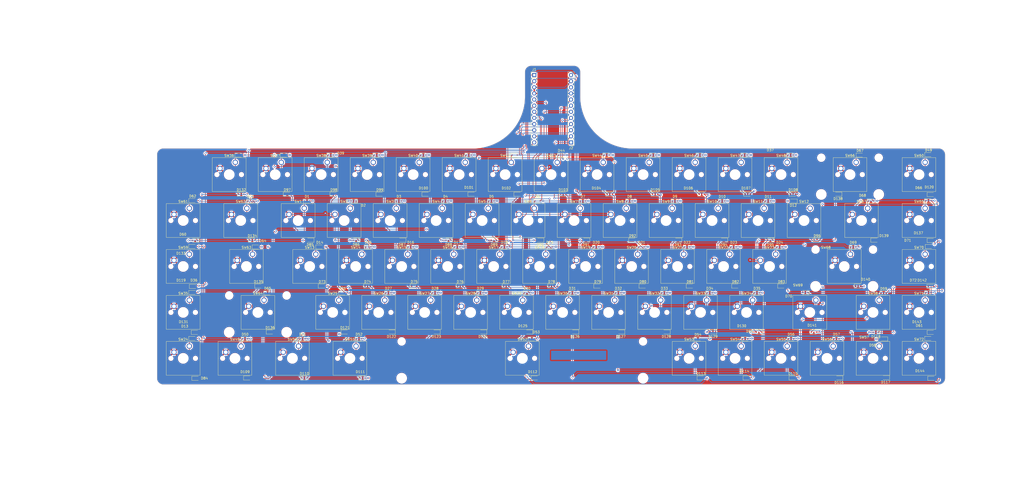
<source format=kicad_pcb>
(kicad_pcb (version 20221018) (generator pcbnew)
  (layers (0 "F.Cu" signal) (31 "B.Cu" signal) (34 "B.Paste" user) (35 "F.Paste" user) (36 "B.SilkS" user "B.Silkscreen") (37 "F.SilkS" user "F.Silkscreen") (38 "B.Mask" user) (39 "F.Mask" user) (44 "Edge.Cuts" user))
  (net 0 "")
  (net 1 "Pin7")
  (net 2 "Col12")
  (net 3 "GND")
  (net 4 "Col11")
  (net 5 "Col10")
  (net 6 "Col9")
  (net 7 "Pin8")
  (net 8 "Pin9")
  (net 9 "Pin10")
  (net 10 "Pin11")
  (net 11 "Pin12")
  (net 12 "Col1")
  (net 13 "Col2")
  (net 14 "Col3")
  (net 15 "Col4")
  (net 16 "Col5")
  (net 17 "Col6")
  (net 18 "Col7")
  (net 19 "Col8")
  (net 20 "5V")
  (net 22 "Net-(D1-K)")
  (net 23 "Net-(D2-K)")
  (net 24 "Net-(D3-K)")
  (net 25 "Net-(D4-K)")
  (net 26 "Net-(D5-K)")
  (net 27 "Net-(D6-K)")
  (net 28 "Net-(D7-K)")
  (net 29 "Net-(D8-K)")
  (net 30 "Net-(D9-K)")
  (net 31 "Net-(D10-K)")
  (net 32 "Net-(D11-K)")
  (net 33 "Net-(D12-K)")
  (net 34 "Net-(D13-K)")
  (net 35 "Net-(D14-K)")
  (net 36 "Net-(D15-K)")
  (net 37 "Net-(D16-K)")
  (net 38 "Net-(D17-K)")
  (net 39 "Net-(D18-K)")
  (net 40 "Net-(D19-K)")
  (net 41 "Net-(D20-K)")
  (net 42 "Net-(D21-K)")
  (net 43 "Net-(D22-K)")
  (net 44 "Net-(D23-K)")
  (net 45 "Net-(D24-K)")
  (net 46 "Net-(D132-K)")
  (net 47 "Net-(D121-K)")
  (net 48 "Net-(D122-K)")
  (net 49 "Net-(D123-K)")
  (net 50 "Net-(D124-K)")
  (net 51 "Net-(D125-K)")
  (net 52 "Net-(D126-K)")
  (net 53 "Net-(D127-K)")
  (net 54 "Net-(D128-K)")
  (net 55 "Net-(D129-K)")
  (net 56 "Net-(D130-K)")
  (net 57 "Net-(D131-K)")
  (net 58 "Net-(D108-K)")
  (net 59 "Net-(D38-K)")
  (net 60 "Net-(D39-K)")
  (net 61 "Net-(D40-K)")
  (net 62 "Net-(D100-K)")
  (net 63 "Net-(D101-K)")
  (net 64 "Net-(D102-K)")
  (net 65 "Net-(D103-K)")
  (net 66 "Net-(D104-K)")
  (net 67 "Net-(D105-K)")
  (net 68 "Net-(D106-K)")
  (net 69 "Net-(D107-K)")
  (net 70 "Net-(D120-K)")
  (net 71 "Net-(D109-K)")
  (net 72 "Net-(D110-K)")
  (net 73 "Net-(D111-K)")
  (net 74 "Net-(D112-K)")
  (net 75 "Net-(D113-K)")
  (net 76 "Net-(D114-K)")
  (net 77 "Net-(D115-K)")
  (net 78 "Net-(D116-K)")
  (net 79 "Net-(D117-K)")
  (net 80 "Net-(D118-K)")
  (net 81 "Net-(D119-K)")
  (net 82 "Net-(D144-K)")
  (net 83 "Net-(D133-K)")
  (net 84 "Net-(D134-K)")
  (net 85 "Net-(D135-K)")
  (net 86 "Net-(D136-K)")
  (net 87 "Net-(D137-K)")
  (net 88 "Net-(D138-K)")
  (net 89 "Net-(D139-K)")
  (net 90 "Net-(D140-K)")
  (net 91 "Net-(D141-K)")
  (net 92 "Net-(D142-K)")
  (net 93 "Net-(D143-K)")
  (footprint "Diode_SMD:D_SOD-323" (layer "F.Cu") (at 427.7995 86.995)
    (fp_text reference "D49")
    (fp_text value "D")
  )
  (footprint "Diode_SMD:D_SOD-323" (layer "F.Cu") (at 428.7815 141.605)
    (fp_text reference "D142")
    (fp_text value "D")
  )
  (footprint "Diode_SMD:D_SOD-323" (layer "F.Cu") (at 146.932398 106.199398)
    (fp_text reference "D63")
    (fp_text value "D")
  )
  (footprint "Diode_SMD:D_SOD-323" (layer "F.Cu") (at 285.938398 122.455398 180)
    (fp_text reference "D91")
    (fp_text value "D")
  )
  (footprint "Diode_SMD:D_SOD-323" (layer "F.Cu") (at 246.754398 106.199398)
    (fp_text reference "D5")
    (fp_text value "D")
  )
  (footprint "Button_Switch_Keyboard:SW_Cherry_MX_1.00u_PCB" (layer "F.Cu") (at 250.19 128.27)
    (fp_text reference "SW17")
    (fp_text value "SW_Push")
  )
  (footprint "Diode_SMD:D_SOD-323" (layer "F.Cu") (at 332.2955 163.449)
    (fp_text reference "D54")
    (fp_text value "D")
  )
  (footprint "Diode_SMD:D_SOD-323" (layer "F.Cu") (at 189.638398 106.199398 180)
    (fp_text reference "D2")
    (fp_text value "D")
  )
  (footprint "Diode_SMD:D_SOD-323" (layer "F.Cu") (at 314.572398 103.405398)
    (fp_text reference "D105")
    (fp_text value "D")
  )
  (footprint "Diode_SMD:D_SOD-323" (layer "F.Cu") (at 252.850398 141.505398)
    (fp_text reference "D77")
    (fp_text value "D")
  )
  (footprint "Button_Switch_Keyboard:SW_Cherry_MX_1.00u_PCB" (layer "F.Cu") (at 212.09 128.27)
    (fp_text reference "SW15")
    (fp_text value "SW_Push")
  )
  (footprint "Diode_SMD:D_SOD-323" (layer "F.Cu") (at 337.178398 144.299398)
    (fp_text reference "D34")
    (fp_text value "D")
  )
  (footprint "Button_Switch_Keyboard:SW_Cherry_MX_1.00u_PCB" (layer "F.Cu") (at 331.1525 166.37)
    (fp_text reference "SW53")
    (fp_text value "SW_Push")
  )
  (footprint "Diode_SMD:D_SOD-323" (layer "F.Cu") (at 252.122398 125.249398)
    (fp_text reference "D18")
    (fp_text value "D")
  )
  (footprint "Button_Switch_Keyboard:SW_Cherry_MX_2.25u_PCB" (layer "F.Cu") (at 152.55875 147.32)
    (fp_text reference "SW64")
    (fp_text value "SW_Push")
  )
  (footprint "Diode_SMD:D_SOD-323" (layer "F.Cu") (at 380.3015 160.555398)
    (fp_text reference "D141")
    (fp_text value "D")
  )
  (footprint "Button_Switch_Keyboard:SW_Cherry_MX_1.00u_PCB" (layer "F.Cu") (at 302.5775 109.22)
    (fp_text reference "SW8")
    (fp_text value "SW_Push")
  )
  (footprint "Button_Switch_Keyboard:SW_Cherry_MX_1.00u_PCB" (layer "F.Cu") (at 297.815 147.32)
    (fp_text reference "SW31")
    (fp_text value "SW_Push")
  )
  (footprint "Diode_SMD:D_SOD-323" (layer "F.Cu") (at 242.182398 144.299398)
    (fp_text reference "D29")
    (fp_text value "D")
  )
  (footprint "Diode_SMD:D_SOD-323" (layer "F.Cu") (at 362.324398 122.455398 180)
    (fp_text reference "D95")
    (fp_text value "D")
  )
  (footprint "Diode_SMD:D_SOD-323" (layer "F.Cu") (at 371.6315 179.605398)
    (fp_text reference "D115")
    (fp_text value "D")
  )
  (footprint "Button_Switch_Keyboard:SW_Cherry_MX_1.75u_PCB" (layer "F.Cu") (at 147.79625 128.27)
    (fp_text reference "SW63")
    (fp_text value "SW_Push")
  )
  (footprint "Diode_SMD:D_SOD-323" (layer "F.Cu") (at 389.6655 163.349398)
    (fp_text reference "D57")
    (fp_text value "D")
  )
  (footprint "Diode_SMD:D_SOD-323" (layer "F.Cu") (at 390.332398 103.405398 180)
    (fp_text reference "D138")
    (fp_text value "D")
  )
  (footprint "Button_Switch_Keyboard:SW_Cherry_MX_1.00u_PCB" (layer "F.Cu") (at 312.1025 90.17)
    (fp_text reference "SW45")
    (fp_text value "SW_Push")
  )
  (footprint "Button_Switch_Keyboard:SW_Cherry_MX_1.00u_PCB" (layer "F.Cu") (at 121.6025 128.27)
    (fp_text reference "SW59")
    (fp_text value "SW_Push")
  )
  (footprint "Button_Switch_Keyboard:SW_Cherry_MX_1.00u_PCB" (layer "F.Cu") (at 293.0525 90.17)
    (fp_text reference "SW44")
    (fp_text value "SW_Push")
  )
  (footprint "Diode_SMD:D_SOD-323" (layer "F.Cu") (at 366.896398 141.505398)
    (fp_text reference "D83")
    (fp_text value "D")
  )
  (footprint "Diode_SMD:D_SOD-323" (layer "F.Cu") (at 154.044398 144.299398)
    (fp_text reference "D65")
    (fp_text value "D")
  )
  (footprint "Diode_SMD:D_SOD-323" (layer "F.Cu") (at 390.7495 179.605398 180)
    (fp_text reference "D116")
    (fp_text value "D")
  )
  (footprint "Diode_SMD:D_SOD-323" (layer "F.Cu") (at 228.974398 122.455398 180)
    (fp_text reference "D88")
    (fp_text value "D")
  )
  (footprint "Button_Switch_Keyboard:SW_Cherry_MX_1.50u_PCB" (layer "F.Cu") (at 402.59 109.22)
    (fp_text reference "SW67")
    (fp_text value "SW_Push")
  )
  (footprint "Diode_SMD:D_SOD-323" (layer "F.Cu") (at 319.212398 160.555398 180)
    (fp_text reference "D128")
    (fp_text value "D")
  )
  (footprint "Button_Switch_Keyboard:SW_Cherry_MX_1.00u_PCB" (layer "F.Cu") (at 259.715 147.32)
    (fp_text reference "SW29")
    (fp_text value "SW_Push")
  )
  (footprint "Diode_SMD:D_SOD-323" (layer "F.Cu") (at 214.750398 141.487398)
    (fp_text reference "D75")
    (fp_text value "D")
  )
  (footprint "Diode_SMD:D_SOD-323" (layer "F.Cu") (at 428.8155 103.505)
    (fp_text reference "D120")
    (fp_text value "D")
  )
  (footprint "Diode_SMD:D_SOD-323" (layer "F.Cu") (at 366.134398 125.249398)
    (fp_text reference "D24")
    (fp_text value "D")
  )
  (footprint "Diode_SMD:D_SOD-323" (layer "F.Cu") (at 327.780398 125.249398)
    (fp_text reference "D22")
    (fp_text value "D")
  )
  (footprint "Diode_SMD:D_SOD-323" (layer "F.Cu") (at 223.962398 160.555398 180)
    (fp_text reference "D123")
    (fp_text value "D")
  )
  (footprint "Diode_SMD:D_SOD-323" (layer "F.Cu") (at 396.614398 125.249398)
    (fp_text reference "D69")
    (fp_text value "D")
  )
  (footprint "Diode_SMD:D_SOD-323" (layer "F.Cu") (at 200.526398 103.405398)
    (fp_text reference "D99")
    (fp_text value "D")
  )
  (footprint "Diode_SMD:D_SOD-323" (layer "F.Cu") (at 199.256398 87.149398)
    (fp_text reference "D40" hide)
    (fp_text value "D")
  )
  (footprint "Button_Switch_Keyboard:SW_Cherry_MX_1.00u_PCB" (layer "F.Cu") (at 316.865 147.32)
    (fp_text reference "SW32")
    (fp_text value "SW_Push")
  )
  (footprint "Diode_SMD:D_SOD-323" (layer "F.Cu") (at 300.416398 160.555398 180)
    (fp_text reference "D127")
    (fp_text value "D")
  )
  (footprint "Diode_SMD:D_SOD-323" (layer "F.Cu") (at 322.768398 106.199398)
    (fp_text reference "D9")
    (fp_text value "D")
  )
  (footprint "Diode_SMD:D_SOD-323" (layer "F.Cu") (at 122.9655 144.145)
    (fp_text reference "D36")
    (fp_text value "D")
  )
  (footprint "Button_Switch_Keyboard:SW_Cherry_MX_1.00u_PCB" (layer "F.Cu") (at 235.9025 90.17)
    (fp_text reference "SW41")
    (fp_text value "SW_Push")
  )
  (footprint "Button_Switch_Keyboard:SW_Cherry_MX_1.00u_PCB" (layer "F.Cu") (at 426.4025 147.32)
    (fp_text reference "SW71")
    (fp_text value "SW_Push")
  )
  (footprint "Button_Switch_Keyboard:SW_Cherry_MX_1.00u_PCB" (layer "F.Cu") (at 183.515 147.32)
    (fp_text reference "SW25")
    (fp_text value "SW_Push")
  )
  (footprint "Button_Switch_Keyboard:SW_Cherry_MX_1.00u_PCB" (layer "F.Cu") (at 207.3275 109.22)
    (fp_text reference "SW3")
    (fp_text value "SW_Push")
  )
  (footprint "Diode_SMD:D_SOD-323" (layer "F.Cu") (at 428.8155 122.555)
    (fp_text reference "D137")
    (fp_text value "D")
  )
  (footprint "Diode_SMD:D_SOD-323" (layer "F.Cu") (at 256.406398 87.149398)
    (fp_text reference "D43" hide)
    (fp_text value "D")
  )
  (footprint "Diode_SMD:D_SOD-323" (layer "F.Cu") (at 409.2235 144.399)
    (fp_text reference "D59")
    (fp_text value "D")
  )
  (footprint "Diode_SMD:D_SOD-323" (layer "F.Cu") (at 186.048398 160.555398)
    (fp_text reference "D121")
    (fp_text value "D")
  )
  (footprint "Button_Switch_Keyboard:SW_Cherry_MX_1.00u_PCB" (layer "F.Cu") (at 121.6025 109.22)
    (fp_text reference "SW61")
    (fp_text value "SW_Push")
  )
  (footprint "Diode_SMD:D_SOD-323" (layer "F.Cu") (at 124.2695 179.705)
    (fp_text reference "D84")
    (fp_text value "D")
  )
  (footprint "Button_Switch_Keyboard:SW_Cherry_MX_1.00u_PCB" (layer "F.Cu") (at 140.6525 90.17)
    (fp_text reference "SW36")
    (fp_text value "SW_Push")
  )
  (footprint "Button_Switch_Keyboard:SW_Cherry_MX_1.00u_PCB" (layer "F.Cu") (at 269.24 128.27)
    (fp_text reference "SW18")
    (fp_text value "SW_Push")
  )
  (footprint "Diode_SMD:D_SOD-323" (layer "F.Cu") (at 429.0695 179.705)
    (fp_text reference "D144")
    (fp_text value "D")
  )
  (footprint "Diode_SMD:D_SOD-323" (layer "F.Cu") (at 227.704398 106.199398)
    (fp_text reference "D4")
    (fp_text value "D")
  )
  (footprint "Diode_SMD:D_SOD-323" (layer "F.Cu") (at 381.628398 122.455398)
    (fp_text reference "D96")
    (fp_text value "D")
  )
  (footprint "Diode_SMD:D_SOD-323" (layer "F.Cu") (at 195.700398 125.249398)
    (fp_text reference "D15")
    (fp_text value "D")
  )
  (footprint "Diode_SMD:D_SOD-323" (layer "F.Cu") (at 155.060398 160.555398)
    (fp_text reference "D136")
    (fp_text value "D")
  )
  (footprint "Button_Switch_Keyboard:SW_Cherry_MX_1.00u_PCB" (layer "F.Cu") (at 121.6025 166.37)
    (fp_text reference "SW24")
    (fp_text value "SW_Push")
  )
  (footprint "Button_Switch_Keyboard:SW_Cherry_MX_1.00u_PCB" (layer "F.Cu") (at 278.765 147.32)
    (fp_text reference "SW30")
    (fp_text value "SW_Push")
  )
  (footprint "Button_Switch_Keyboard:SW_Cherry_MX_1.00u_PCB" (layer "F.Cu") (at 226.3775 109.22)
    (fp_text reference "SW4")
    (fp_text value "SW_Push")
  )
  (footprint "Button_Switch_Keyboard:SW_Cherry_MX_1.25u_PCB" (layer "F.Cu") (at 190.65875 166.37)
    (fp_text reference "SW51")
    (fp_text value "SW_Push")
  )
  (footprint "Button_Switch_Keyboard:SW_Cherry_MX_1.00u_PCB" (layer "F.Cu") (at 340.6775 109.22)
    (fp_text reference "SW10")
    (fp_text value "SW_Push")
  )
  (footprint "Diode_SMD:D_SOD-323" (layer "F.Cu") (at 329.050398 141.505398)
    (fp_text reference "D81")
    (fp_text value "D")
  )
  (footprint "Diode_SMD:D_SOD-323" (layer "F.Cu") (at 147.694398 122.455398)
    (fp_text reference "D134")
    (fp_text value "D")
  )
  (footprint "Button_Switch_Keyboard:SW_Cherry_MX_1.00u_PCB" (layer "F.Cu") (at 388.3025 166.37)
    (fp_text reference "SW56")
    (fp_text value "SW_Push")
  )
  (footprint "Diode_SMD:D_SOD-323" (layer "F.Cu") (at 427.7995 106.045)
    (fp_text reference "D66")
    (fp_text value "D")
  )
  (footprint "Button_Switch_Keyboard:SW_Cherry_MX_1.00u_PCB" (layer "F.Cu") (at 354.965 147.32)
    (fp_text reference "SW34")
    (fp_text value "SW_Push")
  )
  (footprint "Button_Switch_Keyboard:SW_Cherry_MX_1.00u_PCB" (layer "F.Cu") (at 283.5275 109.22)
    (fp_text reference "SW7")
    (fp_text value "SW_Push")
  )
  (footprint "Diode_SMD:D_SOD-323" (layer "F.Cu") (at 271.646398 141.505398)
    (fp_text reference "D78")
    (fp_text value "D")
  )
  (footprint "Diode_SMD:D_SOD-323" (layer "F.Cu") (at 264.788398 179.605398)
    (fp_text reference "D112")
    (fp_text value "D")
  )
  (footprint "Diode_SMD:D_SOD-323" (layer "F.Cu") (at 428.8155 160.655)
    (fp_text reference "D143")
    (fp_text value "D")
  )
  (footprint "Diode_SMD:D_SOD-323" (layer "F.Cu") (at 265.872398 106.199398)
    (fp_text reference "D6")
    (fp_text value "D")
  )
  (footprint "Diode_SMD:D_SOD-323" (layer "F.Cu") (at 124.0155 122.555 180)
    (fp_text reference "D133")
    (fp_text value "D")
  )
  (footprint "Button_Switch_Keyboard:SW_Cherry_MX_1.00u_PCB" (layer "F.Cu") (at 359.7275 109.22)
    (fp_text reference "SW11")
    (fp_text value "SW_Push")
  )
  (footprint "Diode_SMD:D_SOD-323" (layer "F.Cu") (at 204.082398 144.299398)
    (fp_text reference "D27")
    (fp_text value "D")
  )
  (footprint "Diode_SMD:D_SOD-323" (layer "F.Cu") (at 361.376398 106.199398)
    (fp_text reference "D11")
    (fp_text value "D")
  )
  (footprint "Button_Switch_Keyboard:SW_Cherry_MX_1.25u_PCB" (layer "F.Cu") (at 143.03375 166.37)
    (fp_text reference "SW49")
    (fp_text value "SW_Push")
  )
  (footprint "Diode_SMD:D_SOD-323" (layer "F.Cu") (at 398.646398 141.505398)
    (fp_text reference "D140")
    (fp_text value "D")
  )
  (footprint "Diode_SMD:D_SOD-323" (layer "F.Cu") (at 347.084398 125.249398)
    (fp_text reference "D23")
    (fp_text value "D")
  )
  (footprint "Diode_SMD:D_SOD-323" (layer "F.Cu") (at 169.284398 179.605398)
    (fp_text reference "D110")
    (fp_text value "D")
  )
  (footprint "Diode_SMD:D_SOD-323" (layer "F.Cu") (at 356.736398 144.299398)
    (fp_text reference "D35")
    (fp_text value "D")
  )
  (footprint "Button_Switch_Keyboard:SW_Cherry_MX_2.00u_PCB" (layer "F.Cu") (at 397.8275 90.17)
    (fp_text reference "SW66")
    (fp_text value "SW_Push")
  )
  (footprint "Diode_SMD:D_SOD-323" (layer "F.Cu") (at 232.598398 125.249398)
    (fp_text reference "D17")
    (fp_text value "D")
  )
  (footprint "Button_Switch_Keyboard:SW_Cherry_MX_1.00u_PCB" (layer "F.Cu") (at 426.4025 90.17)
    (fp_text reference "SW60")
    (fp_text value "SW_Push")
  )
  (footprint "Diode_SMD:D_SOD-323" (layer "F.Cu") (at 347.846398 141.505398)
    (fp_text reference "D82")
    (fp_text value "D")
  )
  (footprint "Button_Switch_Keyboard:SW_Cherry_MX_1.25u_PCB" (layer "F.Cu") (at 166.84625 166.37)
    (fp_text reference "SW50")
    (fp_text value "SW_Push")
  )
  (footprint "Diode_SMD:D_SOD-323" (layer "F.Cu") (at 175.634398 125.249398)
    (fp_text reference "D14")
    (fp_text value "D")
  )
  (footprint "Diode_SMD:D_SOD-323" (layer "F.Cu") (at 281.366398 160.555398 180)
    (fp_text reference "D126")
    (fp_text value "D")
  )
  (footprint "Diode_SMD:D_SOD-323" (layer "F.Cu") (at 276.472398 103.405398)
    (fp_text reference "D103")
    (fp_text value "D")
  )
  (footprint "Diode_SMD:D_SOD-323" (layer "F.Cu") (at 409.2915 163.449 180)
    (fp_text reference "D58")
    (fp_text value "D")
  )
  (footprint "Button_Switch_Keyboard:SW_Cherry_MX_1.00u_PCB" (layer "F.Cu") (at 121.6025 147.32)
    (fp_text reference "SW35")
    (fp_text value "SW_Push")
  )
  (footprint "Diode_SMD:D_SOD-323" (layer "F.Cu") (at 208.400398 106.199398)
    (fp_text reference "D3")
    (fp_text value "D")
  )
  (footprint "Diode_SMD:D_SOD-323" (layer "F.Cu") (at 399.408398 87.149398)
    (fp_text reference "D67")
    (fp_text value "D")
  )
  (footprint "Connector_PinHeader_2.54mm:PinHeader_1x12_P2.54mm_Vertical" (layer "F.Cu") (at 264.4775 53.975)
    (fp_text reference "J1")
    (fp_text value "Conn_01x12_Socket")
  )
  (footprint "Diode_SMD:D_SOD-323" (layer "F.Cu") (at 143.122398 103.405398)
    (fp_text reference "D132")
    (fp_text value "D")
  )
  (footprint "Diode_SMD:D_SOD-323" (layer "F.Cu") (at 308.984398 125.249398)
    (fp_text reference "D21")
    (fp_text value "D")
  )
  (footprint "Diode_SMD:D_SOD-323" (layer "F.Cu") (at 370.706398 87.149398)
    (fp_text reference "D37")
    (fp_text value "D")
  )
  (footprint "Diode_SMD:D_SOD-323" (layer "F.Cu") (at 190.688398 122.455398 180)
    (fp_text reference "D86")
    (fp_text value "D")
  )
  (footprint "Button_Switch_Keyboard:SW_Cherry_MX_1.00u_PCB" (layer "F.Cu") (at 407.3525 166.37)
    (fp_text reference "SW57")
    (fp_text value "SW_Push")
  )
  (footprint "Button_Switch_Keyboard:SW_Cherry_MX_1.00u_PCB" (layer "F.Cu") (at 197.8025 90.17)
    (fp_text reference "SW39")
    (fp_text value "SW_Push")
  )
  (footprint "Diode_SMD:D_SOD-323" (layer "F.Cu") (at 218.560398 87.149398)
    (fp_text reference "D41" hide)
    (fp_text value "D")
  )
  (footprint "Diode_SMD:D_SOD-323" (layer "F.Cu") (at 247.838398 122.455398 180)
    (fp_text reference "D89")
    (fp_text value "D")
  )
  (footprint "Button_Switch_Keyboard:SW_Cherry_MX_1.00u_PCB" (layer "F.Cu") (at 274.0025 90.17)
    (fp_text reference "SW43")
    (fp_text value "SW_Push")
  )
  (footprint "Button_Switch_Keyboard:SW_Cherry_MX_1.00u_PCB" (layer "F.Cu") (at 288.29 128.27)
    (fp_text reference "SW19")
    (fp_text value "SW_Push")
  )
  (footprint "Button_Switch_Keyboard:SW_Cherry_MX_1.00u_PCB" (layer "F.Cu") (at 240.665 147.32)
    (fp_text reference "SW28")
    (fp_text value "SW_Push")
  )
  (footprint "Button_Switch_Keyboard:SW_Cherry_MX_1.00u_PCB" (layer "F.Cu") (at 193.04 128.27)
    (fp_text reference "SW14")
    (fp_text value "SW_Push")
  )
  (footprint "Diode_SMD:D_SOD-323" (layer "F.Cu") (at 405.504398 122.455398)
    (fp_text reference "D139")
    (fp_text value "D")
  )
  (footprint "Diode_SMD:D_SOD-323" (layer "F.Cu") (at 324.038398 122.455398 180)
    (fp_text reference "D93")
    (fp_text value "D")
  )
  (footprint "Diode_SMD:D_SOD-323" (layer "F.Cu") (at 149.218398 125.249398)
    (fp_text reference "D64")
    (fp_text value "D")
  )
  (footprint "Diode_SMD:D_SOD-323" (layer "F.Cu") (at 290.188398 125.249398)
    (fp_text reference "D20")
    (fp_text value "D")
  )
  (footprint "Diode_SMD:D_SOD-323" (layer "F.Cu") (at 290.730398 141.505398)
    (fp_text reference "D79")
    (fp_text value "D")
  )
  (footprint "Button_Switch_Keyboard:SW_Cherry_MX_1.00u_PCB" (layer "F.Cu") (at 321.6275 109.22)
    (fp_text reference "SW9")
    (fp_text value "SW_Push")
  )
  (footprint "Button_Switch_Keyboard:SW_Cherry_MX_1.00u_PCB" (layer "F.Cu") (at 216.8525 90.17)
    (fp_text reference "SW40")
    (fp_text value "SW_Push")
  )
  (footprint "Diode_SMD:D_SOD-323" (layer "F.Cu") (at 123.2535 141.605)
    (fp_text reference "D119")
    (fp_text value "D")
  )
  (footprint "Diode_SMD:D_SOD-323" (layer "F.Cu") (at 343.020398 122.455398 180)
    (fp_text reference "D94")
    (fp_text value "D")
  )
  (footprint "Button_Switch_Keyboard:SW_Cherry_MX_1.00u_PCB" (layer "F.Cu") (at 364.49 128.27)
    (fp_text reference "SW23")
    (fp_text value "SW_Push")
  )
  (footprint "Button_Switch_Keyboard:SW_Cherry_MX_1.00u_PCB" (layer "F.Cu") (at 173.99 128.27)
    (fp_text reference "SW13")
    (fp_text value "SW_Push")
  )
  (footprint "Diode_SMD:D_SOD-323" (layer "F.Cu") (at 176.650398 141.505398)
    (fp_text reference "D73")
    (fp_text value "D")
  )
  (footprint "Diode_SMD:D_SOD-323" (layer "F.Cu") (at 357.566398 160.555398 180)
    (fp_text reference "D130")
    (fp_text value "D")
  )
  (footprint "Button_Switch_Keyboard:SW_Cherry_MX_1.00u_PCB" (layer "F.Cu") (at 169.2275 109.22)
    (fp_text reference "SW1")
    (fp_text value "SW_Push")
  )
  (footprint "Diode_SMD:D_SOD-323" (layer "F.Cu") (at 181.476398 103.405398)
    (fp_text reference "D98")
    (fp_text value "D")
  )
  (footprint "Button_Switch_Keyboard:SW_Cherry_MX_2.25u_PCB" (layer "F.Cu") (at 395.4525 128.27)
    (fp_text reference "SW68")
    (fp_text value "SW_Push")
  )
  (footprint "Button_Switch_Keyboard:SW_Cherry_MX_1.00u_PCB" (layer "F.Cu") (at 159.7025 90.17)
    (fp_text reference "SW37")
    (fp_text value "SW_Push")
  )
  (footprint "Button_Switch_Keyboard:SW_Cherry_MX_1.00u_PCB" (layer "F.Cu") (at 254.9525 90.17)
    (fp_text reference "SW42")
    (fp_text value "SW_Push")
  )
  (footprint "Diode_SMD:D_SOD-323" (layer "F.Cu") (at 191.890398 163.349398)
    (fp_text reference "D52")
    (fp_text value "D")
  )
  (footprint "Button_Switch_Keyboard:SW_Cherry_MX_1.00u_PCB" (layer "F.Cu") (at 378.7775 109.22)
    (fp_text reference "SW12")
    (fp_text value "SW_Push")
  )
  (footprint "Button_Switch_Keyboard:SW_Cherry_MX_1.00u_PCB" (layer "F.Cu") (at 426.4025 128.27)
    (fp_text reference "SW70")
    (fp_text value "SW_Push")
  )
  (footprint "Diode_SMD:D_SOD-323" (layer "F.Cu") (at 333.5315 179.605398)
    (fp_text reference "D113")
    (fp_text value "D")
  )
  (footprint "Button_Switch_Keyboard:SW_Cherry_MX_6.25u_PCB" (layer "F.Cu") (at 262.09625 166.37)
    (fp_text reference "SW52")
    (fp_text value "SW_Push")
  )
  (footprint "Diode_SMD:D_SOD-323" (layer "F.Cu") (at 351.8535 163.349398)
    (fp_text reference "D55")
    (fp_text value "D")
  )
  (footprint "Diode_SMD:D_SOD-323" (layer "F.Cu") (at 333.876398 103.405398)
    (fp_text reference "D106")
    (fp_text value "D")
  )
  (footprint "Button_Switch_Keyboard:SW_Cherry_MX_1.75u_PCB" (layer "F.Cu") (at 381.15875 147.32)
    (fp_text reference "SW69")
    (fp_text value "SW_Push")
  )
  (footprint "Button_Switch_Keyboard:SW_Cherry_MX_1.00u_PCB" (layer "F.Cu") (at 178.7525 90.17)
    (fp_text reference "SW38")
    (fp_text value "SW_Push")
  )
  (footprint "Button_Switch_Keyboard:SW_Cherry_MX_1.00u_PCB" (layer "F.Cu") (at 426.4025 109.22)
    (fp_text reference "SW65")
    (fp_text value "SW_Push")
  )
  (footprint "Button_Switch_Keyboard:SW_Cherry_MX_1.00u_PCB" (layer "F.Cu") (at 345.44 128.27)
    (fp_text reference "SW22")
    (fp_text value "SW_Push")
  )
  (footprint "Button_Switch_Keyboard:SW_Cherry_MX_1.00u_PCB" (layer "F.Cu") (at 369.2525 90.17)
    (fp_text reference "SW48")
    (fp_text value "SW_Push")
  )
  (footprint "Diode_SMD:D_SOD-323" (layer "F.Cu") (at 145.662398 179.605398)
    (fp_text reference "D109")
    (fp_text value "D")
  )
  (footprint "Diode_SMD:D_SOD-323" (layer "F.Cu") (at 333.114398 87.149398)
    (fp_text reference "D47" hide)
    (fp_text value "D")
  )
  (footprint "Diode_SMD:D_SOD-323" (layer "F.Cu") (at 160.902398 87.149398)
    (fp_text reference "D38" hide)
    (fp_text value "D")
  )
  (footprint "Button_Switch_Keyboard:SW_Cherry_MX_1.50u_PCB" (layer "F.Cu") (at 145.415 109.22)
    (fp_text reference "SW62")
    (fp_text value "SW_Push")
  )
  (footprint "Diode_SMD:D_SOD-323" (layer "F.Cu") (at 352.5815 179.605398)
    (fp_text reference "D114")
    (fp_text value "D")
  )
  (footprint "Diode_SMD:D_SOD-323" (layer "F.Cu") (at 410.0535 179.451 180)
    (fp_text reference "D117")
    (fp_text value "D")
  )
  (footprint "Diode_SMD:D_SOD-323" (layer "F.Cu") (at 150.268398 141.505398)
    (fp_text reference "D135")
    (fp_text value "D")
  )
  (footprint "Diode_SMD:D_SOD-323" (layer "F.Cu") (at 195.446398 141.505398)
    (fp_text reference "D74")
    (fp_text value "D")
  )
  (footprint "Diode_SMD:D_SOD-323" (layer "F.Cu") (at 261.486398 144.299398)
    (fp_text reference "D30")
    (fp_text value "D")
  )
  (footprint "Diode_SMD:D_SOD-323" (layer "F.Cu") (at 257.676398 103.405398)
    (fp_text reference "D102")
    (fp_text value "D")
  )
  (footprint "Diode_SMD:D_SOD-323" (layer "F.Cu") (at 305.174398 122.455398)
    (fp_text reference "D92")
    (fp_text value "D")
  )
  (footprint "Diode_SMD:D_SOD-323" (layer "F.Cu") (at 144.680398 163.349398)
    (fp_text reference "D50")
    (fp_text value "D")
  )
  (footprint "Diode_SMD:D_SOD-323" (layer "F.Cu") (at 170.368398 106.199398)
    (fp_text reference "D1")
    (fp_text value "D")
  )
  (footprint "Diode_SMD:D_SOD-323" (layer "F.Cu") (at 352.926398 103.405398)
    (fp_text reference "D107")
    (fp_text value "D")
  )
  (footprint "Diode_SMD:D_SOD-323" (layer "F.Cu") (at 219.576398 103.405398)
    (fp_text reference "D100")
    (fp_text value "D")
  )
  (footprint "Button_Switch_Keyboard:SW_Cherry_MX_1.00u_PCB" (layer "F.Cu") (at 335.915 147.32)
    (fp_text reference "SW33")
    (fp_text value "SW_Push")
  )
  (footprint "Diode_SMD:D_SOD-323" (layer "F.Cu") (at 405.9895 160.655 180)
    (fp_text reference "D118")
    (fp_text value "D")
  )
  (footprint "Button_Switch_Keyboard:SW_Cherry_MX_1.00u_PCB" (layer "F.Cu") (at 221.615 147.32)
    (fp_text reference "SW27")
    (fp_text value "SW_Push")
  )
  (footprint "Diode_SMD:D_SOD-323" (layer "F.Cu") (at 171.638398 122.455398 180)
    (fp_text reference "D85")
    (fp_text value "D")
  )
  (footprint "Button_Switch_Keyboard:SW_Cherry_MX_1.00u_PCB" (layer "F.Cu") (at 231.14 128.27)
    (fp_text reference "SW16")
    (fp_text value "SW_Push")
  )
  (footprint "Diode_SMD:D_SOD-323" (layer "F.Cu") (at 338.516398 160.555398 180)
    (fp_text reference "D129")
    (fp_text value "D")
  )
  (footprint "Button_Switch_Keyboard:SW_Cherry_MX_1.00u_PCB" (layer "F.Cu") (at 407.3525 147.32)
    (fp_text reference "SW58")
    (fp_text value "SW_Push")
  )
  (footprint "Button_Switch_Keyboard:SW_Cherry_MX_1.00u_PCB" (layer "F.Cu") (at 350.2025 166.37)
    (fp_text reference "SW54")
    (fp_text value "SW_Push")
  )
  (footprint "Diode_SMD:D_SOD-323" (layer "F.Cu") (at 237.356398 87.149398)
    (fp_text reference "D42" hide)
    (fp_text value "D")
  )
  (footprint "Diode_SMD:D_SOD-323" (layer "F.Cu") (at 299.332398 144.299398)
    (fp_text reference "D32")
    (fp_text value "D")
  )
  (footprint "Button_Switch_Keyboard:SW_Cherry_MX_1.00u_PCB" (layer "F.Cu") (at 202.565 147.32)
    (fp_text reference "SW26")
    (fp_text value "SW_Push")
  )
  (footprint "Diode_SMD:D_SOD-323" (layer "F.Cu") (at 370.8695 163.349398)
    (fp_text reference "D56")
    (fp_text value "D")
  )
  (footprint "Diode_SMD:D_SOD-323" (layer "F.Cu") (at 275.710398 87.149398)
    (fp_text reference "D44")
    (fp_text value "D")
  )
  (footprint "Diode_SMD:D_SOD-323" (layer "F.Cu") (at 403.980398 106.199398)
    (fp_text reference "D68")
    (fp_text value "D")
  )
  (footprint "Diode_SMD:D_SOD-323" (layer "F.Cu") (at 371.722398 103.405398)
    (fp_text reference "D108")
    (fp_text value "D")
  )
  (footprint "Diode_SMD:D_SOD-323" (layer "F.Cu") (at 142.106398 87.149398)
    (fp_text reference "D25" hide)
    (fp_text value "D")
  )
  (footprint "Diode_SMD:D_SOD-323" (layer "F.Cu") (at 303.972398 106.199398)
    (fp_text reference "D8")
    (fp_text value "D")
  )
  (footprint "Diode_SMD:D_SOD-323" (layer "F.Cu") (at 122.9655 163.195)
    (fp_text reference "D13")
    (fp_text value "D")
  )
  (footprint "Diode_SMD:D_SOD-323" (layer "F.Cu") (at 427.7995 163.195)
    (fp_text reference "D61")
    (fp_text value "D")
  )
  (footprint "Diode_SMD:D_SOD-323" (layer "F.Cu") (at 294.506398 87.149398)
    (fp_text reference "D45" hide)
    (fp_text value "D")
  )
  (footprint "Diode_SMD:D_SOD-323" (layer "F.Cu") (at 185.032398 144.299398)
    (fp_text reference "D26")
    (fp_text value "D")
  )
  (footprint "Diode_SMD:D_SOD-323" (layer "F.Cu") (at 122.9995 106.045)
    (fp_text reference "D62")
    (fp_text value "D")
  )
  (footprint "Diode_SMD:D_SOD-323" (layer "F.Cu") (at 280.282398 144.299398)
    (fp_text reference "D31")
    (fp_text value "D")
  )
  (footprint "Button_Switch_Keyboard:SW_Cherry_MX_1.00u_PCB" (layer "F.Cu") (at 426.4025 166.37)
    (fp_text reference "SW72")
    (fp_text value "SW_Push")
  )
  (footprint "Diode_SMD:D_SOD-323" (layer "F.Cu") (at 309.492398 141.505398)
    (fp_text reference "D80")
    (fp_text value "D")
  )
  (footprint "Diode_SMD:D_SOD-323" (layer "F.Cu") (at 209.738398 122.455398 180)
    (fp_text reference "D87")
    (fp_text value "D")
  )
  (footprint "Button_Switch_Keyboard:SW_Cherry_MX_1.00u_PCB" (layer "F.Cu") (at 350.2025 90.17)
    (fp_text reference "SW47")
    (fp_text value "SW_Push")
  )
  (footprint "Diode_SMD:D_SOD-323" (layer "F.Cu") (at 351.656398 87.149398)
    (fp_text reference "D48" hide)
    (fp_text value "D")
  )
  (footprint "Diode_SMD:D_SOD-323" (layer "F.Cu") (at 313.810398 87.149398)
    (fp_text reference "D46" hide)
    (fp_text value "D")
  )
  (footprint "Diode_SMD:D_SOD-323" (layer "F.Cu") (at 213.294398 125.249398)
    (fp_text reference "D16")
    (fp_text value "D")
  )
  (footprint "Button_Switch_Keyboard:SW_Cherry_MX_1.00u_PCB" (layer "F.Cu") (at 326.39 128.27)
    (fp_text reference "SW21")
    (fp_text value "SW_Push")
  )
  (footprint "Diode_SMD:D_SOD-323" (layer "F.Cu") (at 284.634398 106.199398)
    (fp_text reference "D7")
    (fp_text value "D")
  )
  (footprint "Button_Switch_Keyboard:SW_Cherry_MX_1.00u_PCB" (layer "F.Cu") (at 331.1525 90.17)
    (fp_text reference "SW46")
    (fp_text value "SW_Push")
  )
  (footprint "Diode_SMD:D_SOD-323" (layer "F.Cu") (at 223.386398 144.299398)
    (fp_text reference "D28")
    (fp_text value "D")
  )
  (footprint "Diode_SMD:D_SOD-323" (layer "F.Cu") (at 263.518398 163.349398)
    (fp_text reference "D53")
    (fp_text value "D")
  )
  (footprint "Diode_SMD:D_SOD-323" (layer "F.Cu") (at 376.7795 144.145 180)
    (fp_text reference "D70")
    (fp_text value "D")
  )
  (footprint "Button_Switch_Keyboard:SW_Cherry_MX_1.00u_PCB" (layer "F.Cu") (at 188.2775 109.22)
    (fp_text reference "SW2")
    (fp_text value "SW_Push")
  )
  (footprint "Diode_SMD:D_SOD-323" (layer "F.Cu") (at 238.626398 103.405398)
    (fp_text reference "D101")
    (fp_text value "D")
  )
  (footprint "Diode_SMD:D_SOD-323" (layer "F.Cu") (at 122.9995 125.095)
    (fp_text reference "D60")
    (fp_text value "D")
  )
  (footprint "Diode_SMD:D_SOD-323" (layer "F.Cu") (at 262.316398 160.555398 180)
    (fp_text reference "D125")
    (fp_text value "D")
  )
  (footprint "Diode_SMD:D_SOD-323" (layer "F.Cu") (at 233.800398 141.505398)
    (fp_text reference "D76")
    (fp_text value "D")
  )
  (footprint "Button_Switch_Keyboard:SW_Cherry_MX_1.00u_PCB" (layer "F.Cu") (at 307.34 128.27)
    (fp_text reference "SW20")
    (fp_text value "SW_Push")
  )
  (footprint "Diode_SMD:D_SOD-323" (layer "F.Cu") (at 427.8335 144.145)
    (fp_text reference "D72")
    (fp_text value "D")
  )
  (footprint "Diode_SMD:D_SOD-323" (layer "F.Cu") (at 193.414398 179.605398)
    (fp_text reference "D111")
    (fp_text value "D")
  )
  (footprint "Diode_SMD:D_SOD-323" (layer "F.Cu") (at 205.352398 160.555398 180)
    (fp_text reference "D122")
    (fp_text value "D")
  )
  (footprint "Diode_SMD:D_SOD-323" (layer "F.Cu") (at 162.172398 103.405398)
    (fp_text reference "D97")
    (fp_text value "D")
  )
  (footprint "Diode_SMD:D_SOD-323" (layer "F.Cu") (at 243.266398 160.555398 180)
    (fp_text reference "D124")
    (fp_text value "D")
  )
  (footprint "Diode_SMD:D_SOD-323" (layer "F.Cu") (at 295.776398 103.405398)
    (fp_text reference "D104")
    (fp_text value "D")
  )
  (footprint "Button_Switch_Keyboard:SW_Cherry_MX_1.00u_PCB" (layer "F.Cu") (at 245.4275 109.22)
    (fp_text reference "SW5")
    (fp_text value "SW_Push")
  )
  (footprint "Diode_SMD:D_SOD-323" (layer "F.Cu") (at 180.206398 87.149398)
    (fp_text reference "D39")
    (fp_text value "D")
  )
  (footprint "Diode_SMD:D_SOD-323" (layer "F.Cu") (at 318.382398 144.299398)
    (fp_text reference "D33")
    (fp_text value "D")
  )
  (footprint "Diode_SMD:D_SOD-323" (layer "F.Cu") (at 266.888398 122.455398 180)
    (fp_text reference "D90")
    (fp_text value "D")
  )
  (footprint "Connector_PinHeader_2.54mm:PinHeader_1x12_P2.54mm_Vertical" (layer "F.Cu") (at 279.7175 81.915 180)
    (fp_text reference "J2")
    (fp_text value "Conn_01x12_Socket")
  )
  (footprint "Diode_SMD:D_SOD-323" (layer "F.Cu") (at 428.0535 125.095)
    (fp_text reference "D71")
    (fp_text value "D")
  )
  (footprint "Diode_SMD:D_SOD-323" (layer "F.Cu") (at 342.326398 106.199398)
    (fp_text reference "D10")
    (fp_text value "D")
  )
  (footprint "Diode_SMD:D_SOD-323" (layer "F.Cu") (at 124.0155 160.655)
    (fp_text reference "D131")
    (fp_text value "D")
  )
  (footprint "Diode_SMD:D_SOD-323" (layer "F.Cu") (at 270.884398 125.249398)
    (fp_text reference "D19")
    (fp_text value "D")
  )
  (footprint "Diode_SMD:D_SOD-323" (layer "F.Cu") (at 371.790398 106.199398 180)
    (fp_text reference "D12")
    (fp_text value "D")
  )
  (footprint "Diode_SMD:D_SOD-323" (layer "F.Cu") (at 168.522398 163.349398)
    (fp_text reference "D51")
    (fp_text value "D")
  )
  (footprint "Button_Switch_Keyboard:SW_Cherry_MX_1.00u_PCB" (layer "F.Cu") (at 369.2525 166.37)
    (fp_text reference "SW55")
    (fp_text value "SW_Push")
  )
  (footprint "Button_Switch_Keyboard:SW_Cherry_MX_1.00u_PCB" (layer "F.Cu") (at 264.4775 109.22)
    (fp_text reference "SW6")
    (fp_text value "SW_Push")
  )
  (gr_arc (start 432.1175 84.455) (mid 433.913551 85.198949) (end 434.6575 86.995) (stroke (width 0.1)) (layer "Edge.Cuts"))
  (gr_line (start 110.8075 84.455) (end 232.7275 84.455) (stroke (width 0.1)) (layer "Edge.Cuts"))
  (gr_line (start 260.6675 59.055) (end 260.6675 52.705) (stroke (width 0.1)) (layer "Edge.Cuts"))
  (gr_arc (start 260.6675 52.705) (mid 261.411449 50.908949) (end 263.2075 50.165) (stroke (width 0.1)) (layer "Edge.Cuts"))
  (gr_arc (start 110.8075 182.245) (mid 109.011449 181.501051) (end 108.2675 179.705) (stroke (width 0.1)) (layer "Edge.Cuts"))
  (gr_arc (start 280.9875 50.165) (mid 282.783551 50.908949) (end 283.5275 52.705) (stroke (width 0.1)) (layer "Edge.Cuts"))
  (gr_line (start 108.2675 86.995) (end 108.2675 179.705) (stroke (width 0.1)) (layer "Edge.Cuts"))
  (gr_line (start 283.5275 62.865) (end 283.5275 59.055) (stroke (width 0.1)) (layer "Edge.Cuts"))
  (gr_arc (start 305.1175 84.455) (mid 289.851065 78.131435) (end 283.5275 62.865) (stroke (width 0.1)) (layer "Edge.Cuts"))
  (gr_line (start 432.1175 84.455) (end 305.1175 84.455) (stroke (width 0.1)) (layer "Edge.Cuts"))
  (gr_line (start 434.6575 106.045) (end 434.6575 86.995) (stroke (width 0.1)) (layer "Edge.Cuts"))
  (gr_arc (start 434.6575 179.705) (mid 433.913551 181.501051) (end 432.1175 182.245) (stroke (width 0.1)) (layer "Edge.Cuts"))
  (gr_arc (start 108.2675 86.995) (mid 109.011449 85.198949) (end 110.8075 84.455) (stroke (width 0.1)) (layer "Edge.Cuts"))
  (gr_line (start 434.6575 179.705) (end 434.6575 106.045) (stroke (width 0.1)) (layer "Edge.Cuts"))
  (gr_line (start 232.7275 84.455) (end 239.0775 84.455) (stroke (width 0.1)) (layer "Edge.Cuts"))
  (gr_line (start 263.2075 50.165) (end 280.9875 50.165) (stroke (width 0.1)) (layer "Edge.Cuts"))
  (gr_line (start 260.6675 62.865) (end 260.6675 59.055) (stroke (width 0.1)) (layer "Edge.Cuts"))
  (gr_line (start 110.8075 182.245) (end 432.1175 182.245) (stroke (width 0.1)) (layer "Edge.Cuts"))
  (gr_arc (start 260.6675 62.865) (mid 254.343935 78.131435) (end 239.0775 84.455) (stroke (width 0.1)) (layer "Edge.Cuts"))
  (gr_line (start 283.5275 52.705) (end 283.5275 59.055) (stroke (width 0.1)) (layer "Edge.Cuts"))
  (segment (start 397.675 108.162157) (end 399.696714 106.140443) (width 0.25) (layer "F.Cu") (net 1))
  (segment (start 428.8835 135.141412) (end 427.7175 133.975412) (width 0.25) (layer "F.Cu") (net 1))
  (segment (start 429.1035 116.193412) (end 430.1675 115.129412) (width 0.25) (layer "F.Cu") (net 1))
  (segment (start 149.823898 106.199398) (end 149.9235 106.299) (width 0.25) (layer "F.Cu") (net 1))
  (segment (start 155.094398 126.011398) (end 154.332398 125.249398) (width 0.25) (layer "F.Cu") (net 1))
  (segment (start 427.7175 152.907412) (end 427.7175 148.037) (width 0.25) (layer "F.Cu") (net 1))
  (segment (start 375.7295 125.095) (end 376.4915 124.333) (width 0.25) (layer "F.Cu") (net 1))
  (segment (start 267.0175 72.526305) (end 267.0175 86.358604) (width 0.25) (layer "F.Cu") (net 1))
  (segment (start 428.8495 154.039412) (end 427.7175 152.907412) (width 0.25) (layer "F.Cu") (net 1))
  (segment (start 401.5925 88.2835) (end 400.458398 87.149398) (width 0.25) (layer "F.Cu") (net 1))
  (segment (start 151.538398 125.249398) (end 150.268398 125.249398) (width 0.25) (layer "F.Cu") (net 1))
  (segment (start 427.7175 148.037) (end 428.8835 146.871) (width 0.25) (layer "F.Cu") (net 1))
  (segment (start 428.8495 163.195) (end 428.8495 154.039412) (width 0.25) (layer "F.Cu") (net 1))
  (segment (start 427.7175 133.975412) (end 427.7175 128.987) (width 0.25) (layer "F.Cu") (net 1))
  (segment (start 150.268398 125.249398) (end 150.268398 108.485398) (width 0.25) (layer "F.Cu") (net 1))
  (segment (start 428.8835 146.871) (end 428.8835 144.145) (width 0.25) (layer "F.Cu") (net 1))
  (segment (start 375.7295 144.145) (end 375.7295 125.095) (width 0.25) (layer "F.Cu") (net 1))
  (segment (start 264.4775 69.215) (end 266.8005 71.538) (width 0.25) (layer "F.Cu") (net 1))
  (segment (start 265.1575 104.095) (end 263.9695 105.283) (width 0.25) (layer "F.Cu") (net 1))
  (segment (start 397.675 123.736) (end 397.675 108.162157) (width 0.25) (layer "F.Cu") (net 1))
  (segment (start 150.268398 108.485398) (end 147.982398 106.199398) (width 0.25) (layer "F.Cu") (net 1))
  (segment (start 429.1035 127.601) (end 429.1035 125.095) (width 0.25) (layer "F.Cu") (net 1))
  (segment (start 399.188398 125.249398) (end 397.664398 125.249398) (width 0.25) (layer "F.Cu") (net 1))
  (segment (start 266.8005 71.538) (end 266.8005 72.309305) (width 0.25) (layer "F.Cu") (net 1))
  (segment (start 429.1035 125.095) (end 429.1035 116.193412) (width 0.25) (layer "F.Cu") (net 1))
  (segment (start 430.3395 106.045) (end 428.8495 106.045) (width 0.25) (layer "F.Cu") (net 1))
  (segment (start 405.030398 106.199398) (end 401.5925 102.7615) (width 0.25) (layer "F.Cu") (net 1))
  (segment (start 428.8835 144.145) (end 428.8835 135.141412) (width 0.25) (layer "F.Cu") (net 1))
  (segment (start 147.982398 106.199398) (end 149.823898 106.199398) (width 0.25) (layer "F.Cu") (net 1))
  (segment (start 430.1675 107.363) (end 428.8495 106.045) (width 0.25) (layer "F.Cu") (net 1))
  (segment (start 266.8005 72.309305) (end 267.0175 72.526305) (width 0.25) (layer "F.Cu") (net 1))
  (segment (start 267.0175 86.358604) (end 265.1575 88.218604) (width 0.25) (layer "F.Cu") (net 1))
  (segment (start 125.7935 106.045) (end 124.0495 106.045) (width 0.25) (layer "F.Cu") (net 1))
  (segment (start 406.554398 106.199398) (end 405.030398 106.199398) (width 0.25) (layer "F.Cu") (net 1))
  (segment (start 401.5925 102.7615) (end 401.5925 88.2835) (width 0.25) (layer "F.Cu") (net 1))
  (segment (start 399.188398 125.249398) (end 397.675 123.736) (width 0.25) (layer "F.Cu") (net 1))
  (segment (start 265.1575 88.218604) (end 265.1575 104.095) (width 0.25) (layer "F.Cu") (net 1))
  (segment (start 271.0815 123.571) (end 270.8275 105.283) (width 0.25) (layer "F.Cu") (net 1))
  (segment (start 430.1675 115.129412) (end 430.1675 107.363) (width 0.25) (layer "F.Cu") (net 1))
  (segment (start 155.094398 144.299398) (end 155.094398 126.011398) (width 0.25) (layer "F.Cu") (net 1))
  (segment (start 427.7175 128.987) (end 429.1035 127.601) (width 0.25) (layer "F.Cu") (net 1))
  (via (at 154.332398 125.249398) (size 0.8) (drill 0.4) (layers "F.Cu" "B.Cu") (net 1))
  (via (at 271.0815 123.571) (size 0.8) (drill 0.4) (layers "F.Cu" "B.Cu") (net 1))
  (via (at 151.538398 125.249398) (size 0.8) (drill 0.4) (layers "F.Cu" "B.Cu") (net 1))
  (via (at 149.9235 106.299) (size 0.8) (drill 0.4) (layers "F.Cu" "B.Cu") (net 1))
  (via (at 125.7935 106.045) (size 0.8) (drill 0.4) (layers "F.Cu" "B.Cu") (net 1))
  (via (at 430.3395 106.045) (size 0.8) (drill 0.4) (layers "F.Cu" "B.Cu") (net 1))
  (via (at 376.4915 124.333) (size 0.8) (drill 0.4) (layers "F.Cu" "B.Cu") (net 1))
  (via (at 263.9695 105.283) (size 0.8) (drill 0.4) (layers "F.Cu" "B.Cu") (net 1))
  (via (at 406.554398 106.199398) (size 0.8) (drill 0.4) (layers "F.Cu" "B.Cu") (net 1))
  (via (at 399.696714 106.140443) (size 0.8) (drill 0.4) (layers "F.Cu" "B.Cu") (net 1))
  (via (at 270.8275 105.283) (size 0.8) (drill 0.4) (layers "F.Cu" "B.Cu") (net 1))
  (via (at 399.188398 125.249398) (size 0.8) (drill 0.4) (layers "F.Cu" "B.Cu") (net 1))
  (segment (start 149.9235 106.299) (end 126.0475 106.299) (width 0.25) (layer "B.Cu") (net 1))
  (segment (start 393.854398 125.249398) (end 399.188398 125.249398) (width 0.25) (layer "B.Cu") (net 1))
  (segment (start 376.4915 124.333) (end 375.7665 123.608) (width 0.25) (layer "B.Cu") (net 1))
  (segment (start 271.0815 123.317) (end 271.0815 123.571) (width 0.25) (layer "B.Cu") (net 1))
  (segment (start 270.8275 105.283) (end 263.9695 105.283) (width 0.25) (layer "B.Cu") (net 1))
  (segment (start 271.1185 123.608) (end 271.0815 123.317) (width 0.25) (layer "B.Cu") (net 1))
  (segment (start 393.055 124.45) (end 393.854398 125.249398) (width 0.25) (layer "B.Cu") (net 1))
  (segment (start 430.3395 106.045) (end 406.708796 106.045) (width 0.25) (layer "B.Cu") (net 1))
  (segment (start 375.7665 123.608) (end 271.1185 123.608) (width 0.25) (layer "B.Cu") (net 1))
  (segment (start 263.524102 105.474398) (end 263.9695 105.283) (width 0.25) (layer "B.Cu") (net 1))
  (segment (start 149.9235 106.299) (end 150.748102 105.474398) (width 0.25) (layer "B.Cu") (net 1))
  (segment (start 154.332398 125.249398) (end 151.538398 125.249398) (width 0.25) (layer "B.Cu") (net 1))
  (segment (start 406.708796 106.045) (end 406.554398 106.199398) (width 0.25) (layer "B.Cu") (net 1))
  (segment (start 376.4915 124.333) (end 376.6085 124.45) (width 0.25) (layer "B.Cu") (net 1))
  (segment (start 399.755669 106.199398) (end 399.696714 106.140443) (width 0.25) (layer "B.Cu") (net 1))
  (segment (start 376.6085 124.45) (end 393.055 124.45) (width 0.25) (layer "B.Cu") (net 1))
  (segment (start 263.9695 105.283) (end 263.7155 105.283) (width 0.25) (layer "B.Cu") (net 1))
  (segment (start 150.748102 105.474398) (end 263.524102 105.474398) (width 0.25) (layer "B.Cu") (net 1))
  (segment (start 126.0475 106.299) (end 125.7935 106.045) (width 0.25) (layer "B.Cu") (net 1))
  (segment (start 406.554398 106.199398) (end 399.755669 106.199398) (width 0.25) (layer "B.Cu") (net 1))
  (segment (start 431.1015 103.505) (end 431.3555 103.759) (width 0.25) (layer "F.Cu") (net 2))
  (segment (start 281.7495 54.483) (end 282.2575 54.991) (width 0.25) (layer "F.Cu") (net 2))
  (segment (start 146.1135 85.217) (end 146.1135 102.743) (width 0.25) (layer "F.Cu") (net 2))
  (segment (start 372.215398 103.962398) (end 372.772398 103.405398) (width 0.25) (layer "F.Cu") (net 2))
  (segment (start 126.8095 178.215) (end 126.8095 103.505) (width 0.25) (layer "F.Cu") (net 2))
  (segment (start 373.9515 103.505) (end 372.872 103.505) (width 0.25) (layer "F.Cu") (net 2))
  (segment (start 431.3925 180.978) (end 431.3925 180.166695) (width 0.25) (layer "F.Cu") (net 2))
  (segment (start 383.8575 107.569) (end 383.8575 121.276296) (width 0.25) (layer "F.Cu") (net 2))
  (segment (start 262.1915 53.975) (end 261.9375 54.229) (width 0.25) (layer "F.Cu") (net 2))
  (segment (start 383.8575 121.276296) (end 382.678398 122.455398) (width 0.25) (layer "F.Cu") (net 2))
  (segment (start 373.8525 108.130218) (end 372.215398 106.493116) (width 0.25) (layer "F.Cu") (net 2))
  (segment (start 261.9375 54.229) (end 261.9375 67.942208) (width 0.25) (layer "F.Cu") (net 2))
  (segment (start 429.8655 103.505) (end 431.1015 103.505) (width 0.25) (layer "F.Cu") (net 2))
  (segment (start 261.9375 67.942208) (end 260.9215 68.958208) (width 0.25) (layer "F.Cu") (net 2))
  (segment (start 282.2575 54.991) (end 282.2575 101.463695) (width 0.25) (layer "F.Cu") (net 2))
  (segment (start 372.872 103.505) (end 372.772398 103.405398) (width 0.25) (layer "F.Cu") (net 2))
  (segment (start 282.4745 101.680695) (end 282.4745 102.281305) (width 0.25) (layer "F.Cu") (net 2))
  (segment (start 145.3515 103.505) (end 144.272 103.505) (width 0.25) (layer "F.Cu") (net 2))
  (segment (start 430.1195 179.705) (end 431.3925 180.978) (width 0.25) (layer "F.Cu") (net 2))
  (segment (start 382.678398 122.455398) (end 382.128398 123.005398) (width 0.25) (layer "F.Cu") (net 2))
  (segment (start 282.4745 102.281305) (end 282.389153 102.366653) (width 0.25) (layer "F.Cu") (net 2))
  (segment (start 260.9215 68.958208) (end 260.9215 83.185) (width 0.25) (layer "F.Cu") (net 2))
  (segment (start 282.389153 102.366653) (end 283.2735 103.251) (width 0.25) (layer "F.Cu") (net 2))
  (segment (start 282.2575 101.463695) (end 282.4745 101.680695) (width 0.25) (layer "F.Cu") (net 2))
  (segment (start 372.215398 106.493116) (end 372.215398 103.962398) (width 0.25) (layer "F.Cu") (net 2))
  (segment (start 380.180398 123.005398) (end 373.8525 116.6775) (width 0.25) (layer "F.Cu") (net 2))
  (segment (start 431.3555 103.759) (end 431.3555 107.315) (width 0.25) (layer "F.Cu") (net 2))
  (segment (start 431.6095 107.569) (end 431.3555 107.315) (width 0.25) (layer "F.Cu") (net 2))
  (segment (start 125.3195 179.705) (end 126.8095 178.215) (width 0.25) (layer "F.Cu") (net 2))
  (segment (start 146.1135 102.743) (end 145.3515 103.505) (width 0.25) (layer "F.Cu") (net 2))
  (segment (start 382.128398 123.005398) (end 380.180398 123.005398) (width 0.25) (layer "F.Cu") (net 2))
  (segment (start 264.4775 53.975) (end 262.1915 53.975) (width 0.25) (layer "F.Cu") (net 2))
  (segment (start 144.272 103.505) (end 144.172398 103.405398) (width 0.25) (layer "F.Cu") (net 2))
  (segment (start 260.9215 83.185) (end 260.6675 83.439) (width 0.25) (layer "F.Cu") (net 2))
  (segment (start 373.8525 116.6775) (end 373.8525 108.130218) (width 0.25) (layer "F.Cu") (net 2))
  (segment (start 431.6095 179.949695) (end 431.6095 107.569) (width 0.25) (layer "F.Cu") (net 2))
  (segment (start 431.3925 180.166695) (end 431.6095 179.949695) (width 0.25) (layer "F.Cu") (net 2))
  (via (at 283.2735 103.251) (size 0.8) (drill 0.4) (layers "F.Cu" "B.Cu") (net 2))
  (via (at 281.7495 54.483) (size 0.8) (drill 0.4) (layers "F.Cu" "B.Cu") (net 2))
  (via (at 373.9515 103.505) (size 0.8) (drill 0.4) (layers "F.Cu" "B.Cu") (net 2))
  (via (at 260.609971 83.519922) (size 0.8) (drill 0.4) (layers "F.Cu" "B.Cu") (net 2))
  (via (at 431.3555 107.315) (size 0.8) (drill 0.4) (layers "F.Cu" "B.Cu") (net 2))
  (via (at 126.8095 103.505) (size 0.8) (drill 0.4) (layers "F.Cu" "B.Cu") (net 2))
  (via (at 145.3515 103.505) (size 0.8) (drill 0.4) (layers "F.Cu" "B.Cu") (net 2))
  (via (at 146.1135 85.217) (size 0.8) (drill 0.4) (layers "F.Cu" "B.Cu") (net 2))
  (via (at 383.8575 107.569) (size 0.8) (drill 0.4) (layers "F.Cu" "B.Cu") (net 2))
  (segment (start 373.380898 102.934398) (end 373.9515 103.505) (width 0.25) (layer "B.Cu") (net 2))
  (segment (start 281.7495 54.345299) (end 279.855201 52.451) (width 0.25) (layer "B.Cu") (net 2))
  (segment (start 266.0015 52.451) (end 264.4775 53.975) (width 0.25) (layer "B.Cu") (net 2))
  (segment (start 283.590102 102.934398) (end 373.380898 102.934398) (width 0.25) (layer "B.Cu") (net 2))
  (segment (start 146.3675 84.963) (end 259.166893 84.963) (width 0.25) (layer "B.Cu") (net 2))
  (segment (start 126.8095 103.505) (end 145.3515 103.505) (width 0.25) (layer "B.Cu") (net 2))
  (segment (start 146.1135 85.217) (end 146.3675 84.963) (width 0.25) (layer "B.Cu") (net 2))
  (segment (start 431.1015 107.569) (end 383.8575 107.569) (width 0.25) (layer "B.Cu") (net 2))
  (segment (start 259.166893 84.963) (end 260.609971 83.519922) (width 0.25) (layer "B.Cu") (net 2))
  (segment (start 281.7495 54.483) (end 281.7495 54.345299) (width 0.25) (layer "B.Cu") (net 2))
  (segment (start 283.2735 103.251) (end 283.590102 102.934398) (width 0.25) (layer "B.Cu") (net 2))
  (segment (start 279.855201 52.451) (end 266.0015 52.451) (width 0.25) (layer "B.Cu") (net 2))
  (segment (start 431.3555 107.315) (end 431.1015 107.569) (width 0.25) (layer "B.Cu") (net 2))
  (via (at 177.954398 111.279398) (size 0.8) (drill 0.4) (layers "F.Cu" "B.Cu") (net 3))
  (via (at 270.8275 92.075) (size 0.8) (drill 0.4) (layers "F.Cu" "B.Cu") (net 3))
  (via (at 353.8855 130.683) (size 0.8) (drill 0.4) (layers "F.Cu" "B.Cu") (net 3))
  (segment (start 277.1775 111.76) (end 258.1275 111.76) (width 0.25) (layer "B.Cu") (net 3))
  (segment (start 270.1925 92.71) (end 270.8275 92.075) (width 0.25) (layer "B.Cu") (net 3))
  (segment (start 178.435 111.76) (end 177.954398 111.279398) (width 0.25) (layer "B.Cu") (net 3))
  (segment (start 296.2275 111.76) (end 277.1775 111.76) (width 0.25) (layer "B.Cu") (net 3))
  (segment (start 264.4775 59.055) (end 277.1775 59.055) (width 0.25) (layer "B.Cu") (net 3))
  (segment (start 267.6525 92.71) (end 270.1925 92.71) (width 0.25) (layer "B.Cu") (net 3))
  (segment (start 177.954398 111.279398) (end 177.473796 111.76) (width 0.25) (layer "B.Cu") (net 3))
  (segment (start 353.8855 130.683) (end 354.0125 130.81) (width 0.25) (layer "B.Cu") (net 3))
  (segment (start 277.1775 59.055) (end 279.7175 56.515) (width 0.25) (layer "B.Cu") (net 3))
  (segment (start 181.9275 111.76) (end 178.435 111.76) (width 0.25) (layer "B.Cu") (net 3))
  (segment (start 177.473796 111.76) (end 162.8775 111.76) (width 0.25) (layer "B.Cu") (net 3))
  (segment (start 354.0125 130.81) (end 358.14 130.81) (width 0.25) (layer "B.Cu") (net 3))
  (segment (start 369.6335 143.1925) (end 367.946398 141.505398) (width 0.25) (layer "F.Cu") (net 4))
  (segment (start 262.4455 68.070604) (end 261.3715 69.144604) (width 0.25) (layer "F.Cu") (net 4))
  (segment (start 123.3905 147.564) (end 123.3905 142.518) (width 0.25) (layer "F.Cu") (net 4))
  (segment (start 122.7455 158.335) (end 122.7455 148.209) (width 0.25) (layer "F.Cu") (net 4))
  (segment (start 430.3395 144.1075) (end 430.8475 144.6155) (width 0.25) (layer "F.Cu") (net 4))
  (segment (start 369.6335 143.383) (end 369.6335 143.1925) (width 0.25) (layer "F.Cu") (net 4))
  (segment (start 359.575 136.182) (end 359.575 124.154796) (width 0.25) (layer "F.Cu") (net 4))
  (segment (start 125.0655 160.655) (end 122.7455 158.335) (width 0.25) (layer "F.Cu") (net 4))
  (segment (start 260.9215 84.709) (end 260.9215 84.455) (width 0.25) (layer "F.Cu") (net 4))
  (segment (start 261.3715 69.144604) (end 261.3715 84.259) (width 0.25) (layer "F.Cu") (net 4))
  (segment (start 361.274398 122.455398) (end 354.8125 115.9935) (width 0.25) (layer "F.Cu") (net 4))
  (segment (start 355.400796 101.981) (end 353.976398 103.405398) (width 0.25) (layer "F.Cu") (net 4))
  (segment (start 359.575 124.154796) (end 361.274398 122.455398) (width 0.25) (layer "F.Cu") (net 4))
  (segment (start 122.7455 148.209) (end 123.3905 147.564) (width 0.25) (layer "F.Cu") (net 4))
  (segment (start 261.3715 84.259) (end 260.9215 84.709) (width 0.25) (layer "F.Cu") (net 4))
  (segment (start 354.8125 115.9935) (end 354.8125 104.2415) (width 0.25) (layer "F.Cu") (net 4))
  (segment (start 128.2965 86.487) (end 128.2965 140.552) (width 0.25) (layer "F.Cu") (net 4))
  (segment (start 430.8475 159.673) (end 429.8655 160.655) (width 0.25) (layer "F.Cu") (net 4))
  (segment (start 354.8125 104.2415) (end 353.976398 103.405398) (width 0.25) (layer "F.Cu") (net 4))
  (segment (start 125.5395 141.351) (end 124.5575 141.351) (width 0.25) (layer "F.Cu") (net 4))
  (segment (start 365.448398 142.055398) (end 359.575 136.182) (width 0.25) (layer "F.Cu") (net 4))
  (segment (start 128.2965 140.552) (end 128.3335 140.589) (width 0.25) (layer "F.Cu") (net 4))
  (segment (start 281.3685 55.626) (end 281.7495 56.007) (width 0.25) (layer "F.Cu") (net 4))
  (segment (start 264.4775 56.515) (end 262.4455 58.547) (width 0.25) (layer "F.Cu") (net 4))
  (segment (start 123.3905 142.518) (end 124.3035 141.605) (width 0.25) (layer "F.Cu") (net 4))
  (segment (start 367.946398 141.505398) (end 367.396398 142.055398) (width 0.25) (layer "F.Cu") (net 4))
  (segment (start 367.396398 142.055398) (end 365.448398 142.055398) (width 0.25) (layer "F.Cu") (net 4))
  (segment (start 124.5575 141.351) (end 124.3035 141.605) (width 0.25) (layer "F.Cu") (net 4))
  (segment (start 430.8475 144.6155) (end 430.8475 159.673) (width 0.25) (layer "F.Cu") (net 4))
  (segment (start 262.4455 58.547) (end 262.4455 68.070604) (width 0.25) (layer "F.Cu") (net 4))
  (segment (start 355.6635 101.981) (end 355.400796 101.981) (width 0.25) (layer "F.Cu") (net 4))
  (segment (start 281.7495 56.007) (end 281.7495 101.981) (width 0.25) (layer "F.Cu") (net 4))
  (via (at 281.3685 55.626) (size 0.8) (drill 0.4) (layers "F.Cu" "B.Cu") (net 4))
  (via (at 128.3335 140.589) (size 0.8) (drill 0.4) (layers "F.Cu" "B.Cu") (net 4))
  (via (at 369.6335 143.383) (size 0.8) (drill 0.4) (layers "F.Cu" "B.Cu") (net 4))
  (via (at 430.3395 144.1075) (size 0.8) (drill 0.4) (layers "F.Cu" "B.Cu") (net 4))
  (via (at 355.6635 101.981) (size 0.8) (drill 0.4) (layers "F.Cu" "B.Cu") (net 4))
  (via (at 260.9215 84.709) (size 0.8) (drill 0.4) (layers "F.Cu" "B.Cu") (net 4))
  (via (at 125.5395 141.351) (size 0.8) (drill 0.4) (layers "F.Cu" "B.Cu") (net 4))
  (via (at 281.7495 101.981) (size 0.8) (drill 0.4) (layers "F.Cu" "B.Cu") (net 4))
  (via (at 128.2965 86.487) (size 0.8) (drill 0.4) (layers "F.Cu" "B.Cu") (net 4))
  (segment (start 265.6525 55.34) (end 264.4775 56.515) (width 0.25) (layer "B.Cu") (net 4))
  (segment (start 260.3765 85.254) (end 260.9215 84.709) (width 0.25) (layer "B.Cu") (net 4))
  (segment (start 202.492195 85.471) (end 259.642195 85.471) (width 0.25) (layer "B.Cu") (net 4))
  (segment (start 282.252898 102.484398) (end 355.160102 102.484398) (width 0.25) (layer "B.Cu") (net 4))
  (segment (start 127.5715 141.351) (end 125.5395 141.351) (width 0.25) (layer "B.Cu") (net 4))
  (segment (start 128.2965 86.487) (end 128.8045 85.979) (width 0.25) (layer "B.Cu") (net 4))
  (segment (start 281.0825 55.34) (end 265.6525 55.34) (width 0.25) (layer "B.Cu") (net 4))
  (segment (start 430.3395 144.1075) (end 430.302 144.145) (width 0.25) (layer "B.Cu") (net 4))
  (segment (start 355.6635 101.981) (end 355.4095 102.235) (width 0.25) (layer "B.Cu") (net 4))
  (segment (start 370.3955 144.145) (end 369.6335 143.383) (width 0.25) (layer "B.Cu") (net 4))
  (segment (start 128.3335 140.589) (end 127.5715 141.351) (width 0.25) (layer "B.Cu") (net 4))
  (segment (start 430.302 144.145) (end 370.3955 144.145) (width 0.25) (layer "B.Cu") (net 4))
  (segment (start 201.984195 85.979) (end 202.492195 85.471) (width 0.25) (layer "B.Cu") (net 4))
  (segment (start 128.8045 85.979) (end 201.984195 85.979) (width 0.25) (layer "B.Cu") (net 4))
  (segment (start 259.642195 85.471) (end 259.859195 85.254) (width 0.25) (layer "B.Cu") (net 4))
  (segment (start 259.859195 85.254) (end 260.3765 85.254) (width 0.25) (layer "B.Cu") (net 4))
  (segment (start 355.160102 102.484398) (end 355.6635 101.981) (width 0.25) (layer "B.Cu") (net 4))
  (segment (start 281.7495 101.981) (end 282.252898 102.484398) (width 0.25) (layer "B.Cu") (net 4))
  (segment (start 281.3685 55.626) (end 281.0825 55.34) (width 0.25) (layer "B.Cu") (net 4))
  (segment (start 334.926398 103.405398) (end 336.259898 103.405398) (width 0.25) (layer "F.Cu") (net 5))
  (segment (start 348.346398 142.055398) (end 346.398398 142.055398) (width 0.25) (layer "F.Cu") (net 5))
  (segment (start 356.516398 160.555398) (end 350.05 154.089) (width 0.25) (layer "F.Cu") (net 5))
  (segment (start 430.8475 141.605) (end 429.8315 141.605) (width 0.25) (layer "F.Cu") (net 5))
  (segment (start 354.493102 160.555398) (end 354.3935 160.655) (width 0.25) (layer "F.Cu") (net 5))
  (segment (start 336.259898 103.405398) (end 336.6135 103.759) (width 0.25) (layer "F.Cu") (net 5))
  (segment (start 404.9395 160.655) (end 403.1615 160.655) (width 0.25) (layer "F.Cu") (net 5))
  (segment (start 272.787672 99.933929) (end 269.0875 96.233757) (width 0.25) (layer "F.Cu") (net 5))
  (segment (start 272.787672 105.086528) (end 272.787672 99.933929) (width 0.25) (layer "F.Cu") (net 5))
  (segment (start 350.05 154.089) (end 350.05 142.659) (width 0.25) (layer "F.Cu") (net 5))
  (segment (start 269.5575 71.247) (end 269.5575 65.659) (width 0.25) (layer "F.Cu") (net 5))
  (segment (start 356.516398 160.555398) (end 354.493102 160.555398) (width 0.25) (layer "F.Cu") (net 5))
  (segment (start 348.896398 141.505398) (end 348.346398 142.055398) (width 0.25) (layer "F.Cu") (net 5))
  (segment (start 335.7625 104.2415) (end 334.926398 103.405398) (width 0.25) (layer "F.Cu") (net 5))
  (segment (start 269.0875 93.926651) (end 269.5575 93.456651) (width 0.25) (layer "F.Cu") (net 5))
  (segment (start 269.5575 65.659) (end 269.3035 65.405) (width 0.25) (layer "F.Cu") (net 5))
  (segment (start 335.7625 116.2475) (end 335.7625 104.2415) (width 0.25) (layer "F.Cu") (net 5))
  (segment (start 341.970398 122.455398) (end 335.7625 116.2475) (width 0.25) (layer "F.Cu") (net 5))
  (segment (start 269.0875 96.233757) (end 269.0875 93.926651) (width 0.25) (layer "F.Cu") (net 5))
  (segment (start 269.5575 93.456651) (end 269.5575 71.247) (width 0.25) (layer "F.Cu") (net 5))
  (segment (start 346.398398 142.055398) (end 340.525 136.182) (width 0.25) (layer "F.Cu") (net 5))
  (segment (start 340.525 136.182) (end 340.525 123.900796) (width 0.25) (layer "F.Cu") (net 5))
  (segment (start 413.3215 142.113) (end 413.3215 160.655) (width 0.25) (layer "F.Cu") (net 5))
  (segment (start 340.525 123.900796) (end 341.970398 122.455398) (width 0.25) (layer "F.Cu") (net 5))
  (segment (start 350.05 142.659) (end 348.896398 141.505398) (width 0.25) (layer "F.Cu") (net 5))
  (via (at 430.8475 141.605) (size 0.8) (drill 0.4) (layers "F.Cu" "B.Cu") (net 5))
  (via (at 403.1615 160.655) (size 0.8) (drill 0.4) (layers "F.Cu" "B.Cu") (net 5))
  (via (at 336.6135 103.759) (size 0.8) (drill 0.4) (layers "F.Cu" "B.Cu") (net 5))
  (via (at 413.3215 142.113) (size 0.8) (drill 0.4) (layers "F.Cu" "B.Cu") (net 5))
  (via (at 272.787672 105.086528) (size 0.8) (drill 0.4) (layers "F.Cu" "B.Cu") (net 5))
  (via (at 413.3215 160.655) (size 0.8) (drill 0.4) (layers "F.Cu" "B.Cu") (net 5))
  (via (at 354.3935 160.655) (size 0.8) (drill 0.4) (layers "F.Cu" "B.Cu") (net 5))
  (via (at 269.3035 65.405) (size 0.8) (drill 0.4) (layers "F.Cu" "B.Cu") (net 5))
  (segment (start 265.7475 65.405) (end 264.4775 64.135) (width 0.25) (layer "B.Cu") (net 5))
  (segment (start 402.536102 161.280398) (end 355.018898 161.280398) (width 0.25) (layer "B.Cu") (net 5))
  (segment (start 403.1615 160.655) (end 402.536102 161.280398) (width 0.25) (layer "B.Cu") (net 5))
  (segment (start 335.389805 104.982695) (end 272.905805 104.982695) (width 0.25) (layer "B.Cu") (net 5))
  (segment (start 336.6135 103.759) (end 335.389805 104.982695) (width 0.25) (layer "B.Cu") (net 5))
  (segment (start 430.3395 142.113) (end 413.3215 142.113) (width 0.25) (layer "B.Cu") (net 5))
  (segment (start 403.1615 160.655) (end 413.3215 160.655) (width 0.25) (layer "B.Cu") (net 5))
  (segment (start 430.8475 141.605) (end 430.3395 142.113) (width 0.25) (layer "B.Cu") (net 5))
  (segment (start 269.3035 65.405) (end 265.7475 65.405) (width 0.25) (layer "B.Cu") (net 5))
  (segment (start 272.905805 104.982695) (end 272.8595 105.029) (width 0.25) (layer "B.Cu") (net 5))
  (segment (start 355.018898 161.280398) (end 354.3935 160.655) (width 0.25) (layer "B.Cu") (net 5))
  (segment (start 396.3035 178.689) (end 397.0655 179.451) (width 0.25) (layer "F.Cu") (net 6))
  (segment (start 321.475 123.968796) (end 322.988398 122.455398) (width 0.25) (layer "F.Cu") (net 6))
  (segment (start 315.876398 103.659398) (end 315.622398 103.405398) (width 0.25) (layer "F.Cu") (net 6))
  (segment (start 331 154.089) (end 331 142.405) (width 0.25) (layer "F.Cu") (net 6))
  (segment (start 316.892398 103.659398) (end 315.876398 103.659398) (width 0.25) (layer "F.Cu") (net 6))
  (segment (start 396.3035 160.9725) (end 396.3035 178.689) (width 0.25) (layer "F.Cu") (net 6))
  (segment (start 327.63168 142.055398) (end 321.475 135.898718) (width 0.25) (layer "F.Cu") (net 6))
  (segment (start 381.3515 160.555398) (end 382.941102 160.555398) (width 0.25) (layer "F.Cu") (net 6))
  (segment (start 337.466398 160.555398) (end 335.942398 160.555398) (width 0.25) (layer "F.Cu") (net 6))
  (segment (start 330.100398 141.505398) (end 329.550398 142.055398) (width 0.25) (layer "F.Cu") (net 6))
  (segment (start 395.886398 160.555398) (end 396.3035 160.9725) (width 0.25) (layer "F.Cu") (net 6))
  (segment (start 382.941102 160.555398) (end 383.0955 160.401) (width 0.25) (layer "F.Cu") (net 6))
  (segment (start 322.988398 122.455398) (end 316.7125 116.1795) (width 0.25) (layer "F.Cu") (net 6))
  (segment (start 321.475 135.898718) (end 321.475 123.968796) (width 0.25) (layer "F.Cu") (net 6))
  (segment (start 260.9215 104.013) (end 261.8215 103.113) (width 0.25) (layer "F.Cu") (net 6))
  (segment (start 337.466398 160.555398) (end 331 154.089) (width 0.25) (layer "F.Cu") (net 6))
  (segment (start 316.7125 116.1795) (end 316.7125 103.839296) (width 0.25) (layer "F.Cu") (net 6))
  (segment (start 397.0655 179.451) (end 409.0035 179.451) (width 0.25) (layer "F.Cu") (net 6))
  (segment (start 329.550398 142.055398) (end 327.63168 142.055398) (width 0.25) (layer "F.Cu") (net 6))
  (segment (start 316.7125 103.839296) (end 316.892398 103.659398) (width 0.25) (layer "F.Cu") (net 6))
  (segment (start 331 142.405) (end 330.100398 141.505398) (width 0.25) (layer "F.Cu") (net 6))
  (segment (start 261.8215 103.113) (end 261.8215 69.331) (width 0.25) (layer "F.Cu") (net 6))
  (segment (start 261.8215 69.331) (end 264.4775 66.675) (width 0.25) (layer "F.Cu") (net 6))
  (via (at 335.942398 160.555398) (size 0.8) (drill 0.4) (layers "F.Cu" "B.Cu") (net 6))
  (via (at 316.892398 103.659398) (size 0.8) (drill 0.4) (layers "F.Cu" "B.Cu") (net 6))
  (via (at 395.886398 160.555398) (size 0.8) (drill 0.4) (layers "F.Cu" "B.Cu") (net 6))
  (via (at 260.9215 104.013) (size 0.8) (drill 0.4) (layers "F.Cu" "B.Cu") (net 6))
  (via (at 383.0955 160.401) (size 0.8) (drill 0.4) (layers "F.Cu" "B.Cu") (net 6))
  (segment (start 382.6245 159.93) (end 383.0955 160.401) (width 0.25) (layer "B.Cu") (net 6))
  (segment (start 383.0955 160.401) (end 395.732 160.401) (width 0.25) (layer "B.Cu") (net 6))
  (segment (start 316.538796 104.013) (end 316.892398 103.659398) (width 0.25) (layer "B.Cu") (net 6))
  (segment (start 260.9215 104.013) (end 316.538796 104.013) (width 0.25) (layer "B.Cu") (net 6))
  (segment (start 336.567796 159.93) (end 382.6245 159.93) (width 0.25) (layer "B.Cu") (net 6))
  (segment (start 395.732 160.401) (end 395.886398 160.555398) (width 0.25) (layer "B.Cu") (net 6))
  (segment (start 335.942398 160.555398) (end 336.567796 159.93) (width 0.25) (layer "B.Cu") (net 6))
  (segment (start 316.892398 103.659398) (end 316.384398 104.167398) (width 0.25) (layer "B.Cu") (net 6))
  (segment (start 267.5255 72.009) (end 267.5255 72.517) (width 0.25) (layer "F.Cu") (net 7))
  (segment (start 266.922398 106.199398) (end 268.124398 106.199398) (width 0.25) (layer "F.Cu") (net 7))
  (segment (start 267.5255 80.391) (end 267.5255 72.009) (width 0.25) (layer "F.Cu") (net 7))
  (segment (start 247.804398 106.199398) (end 249.074398 106.199398) (width 0.25) (layer "F.Cu") (net 7))
  (segment (start 305.022398 106.199398) (end 306.224398 106.199398) (width 0.25) (layer "F.Cu") (net 7))
  (segment (start 266.2275 87.785) (end 267.2715 86.741) (width 0.25) (layer "F.Cu") (net 7))
  (segment (start 323.818398 106.199398) (end 325.020398 106.199398) (width 0.25) (layer "F.Cu") (net 7))
  (segment (start 209.450398 106.199398) (end 210.720398 106.199398) (width 0.25) (layer "F.Cu") (net 7))
  (segment (start 228.754398 106.199398) (end 230.024398 106.199398) (width 0.25) (layer "F.Cu") (net 7))
  (segment (start 267.5255 86.487) (end 267.5255 80.391) (width 0.25) (layer "F.Cu") (net 7))
  (segment (start 266.2275 93.300255) (end 266.2275 87.785) (width 0.25) (layer "F.Cu") (net 7))
  (segment (start 267.2715 86.741) (end 267.5255 86.487) (width 0.25) (layer "F.Cu") (net 7))
  (segment (start 171.418398 106.199398) (end 172.620398 106.199398) (width 0.25) (layer "F.Cu") (net 7))
  (segment (start 370.740398 106.199398) (end 369.470398 106.199398) (width 0.25) (layer "F.Cu") (net 7))
  (segment (start 267.6075 94.680255) (end 266.2275 93.300255) (width 0.25) (layer "F.Cu") (net 7))
  (segment (start 266.922398 106.199398) (end 267.6075 105.514296) (width 0.25) (layer "F.Cu") (net 7))
  (segment (start 363.628398 106.199398) (end 362.426398 106.199398) (width 0.25) (layer "F.Cu") (net 7))
  (segment (start 187.352398 106.199398) (end 188.588398 106.199398) (width 0.25) (layer "F.Cu") (net 7))
  (segment (start 267.6075 105.514296) (end 267.6075 94.680255) (width 0.25) (layer "F.Cu") (net 7))
  (segment (start 343.376398 106.199398) (end 344.578398 106.199398) (width 0.25) (layer "F.Cu") (net 7))
  (segment (start 285.684398 106.199398) (end 286.920398 106.199398) (width 0.25) (layer "F.Cu") (net 7))
  (via (at 249.074398 106.199398) (size 0.8) (drill 0.4) (layers "F.Cu" "B.Cu") (net 7))
  (via (at 230.024398 106.199398) (size 0.8) (drill 0.4) (layers "F.Cu" "B.Cu") (net 7))
  (via (at 172.620398 106.199398) (size 0.8) (drill 0.4) (layers "F.Cu" "B.Cu") (net 7))
  (via (at 267.5255 72.009) (size 0.8) (drill 0.4) (layers "F.Cu" "B.Cu") (net 7))
  (via (at 268.124398 106.199398) (size 0.8) (drill 0.4) (layers "F.Cu" "B.Cu") (net 7))
  (via (at 187.352398 106.199398) (size 0.8) (drill 0.4) (layers "F.Cu" "B.Cu") (net 7))
  (via (at 344.578398 106.199398) (size 0.8) (drill 0.4) (layers "F.Cu" "B.Cu") (net 7))
  (via (at 325.020398 106.199398) (size 0.8) (drill 0.4) (layers "F.Cu" "B.Cu") (net 7))
  (via (at 369.470398 106.199398) (size 0.8) (drill 0.4) (layers "F.Cu" "B.Cu") (net 7))
  (via (at 286.920398 106.199398) (size 0.8) (drill 0.4) (layers "F.Cu" "B.Cu") (net 7))
  (via (at 210.720398 106.199398) (size 0.8) (drill 0.4) (layers "F.Cu" "B.Cu") (net 7))
  (via (at 363.628398 106.199398) (size 0.8) (drill 0.4) (layers "F.Cu" "B.Cu") (net 7))
  (via (at 306.224398 106.199398) (size 0.8) (drill 0.4) (layers "F.Cu" "B.Cu") (net 7))
  (segment (start 369.470398 106.199398) (end 363.628398 106.199398) (width 0.25) (layer "B.Cu") (net 7))
  (segment (start 344.578398 106.199398) (end 325.020398 106.199398) (width 0.25) (layer "B.Cu") (net 7))
  (segment (start 187.352398 106.199398) (end 172.620398 106.199398) (width 0.25) (layer "B.Cu") (net 7))
  (segment (start 344.578398 106.199398) (end 363.628398 106.199398) (width 0.25) (layer "B.Cu") (net 7))
  (segment (start 264.4775 71.755) (end 267.2715 71.755) (width 0.25) (layer "B.Cu") (net 7))
  (segment (start 230.024398 106.199398) (end 210.720398 106.199398) (width 0.25) (layer "B.Cu") (net 7))
  (segment (start 267.2715 71.755) (end 267.5255 72.009) (width 0.25) (layer "B.Cu") (net 7))
  (segment (start 325.020398 106.199398) (end 306.224398 106.199398) (width 0.25) (layer "B.Cu") (net 7))
  (segment (start 268.124398 106.199398) (end 249.074398 106.199398) (width 0.25) (layer "B.Cu") (net 7))
  (segment (start 249.074398 106.199398) (end 230.024398 106.199398) (width 0.25) (layer "B.Cu") (net 7))
  (segment (start 286.920398 106.199398) (end 268.124398 106.199398) (width 0.25) (layer "B.Cu") (net 7))
  (segment (start 306.224398 106.199398) (end 286.920398 106.199398) (width 0.25) (layer "B.Cu") (net 7))
  (segment (start 210.720398 106.199398) (end 187.352398 106.199398) (width 0.25) (layer "B.Cu") (net 7))
  (segment (start 373.026398 87.149398) (end 371.756398 87.149398) (width 0.25) (layer "F.Cu") (net 8))
  (segment (start 258.3815 75.555695) (end 258.3815 86.8045) (width 0.25) (layer "F.Cu") (net 8))
  (segment (start 258.3815 86.8045) (end 258.726398 87.149398) (width 0.25) (layer "F.Cu") (net 8))
  (segment (start 201.576398 87.149398) (end 200.306398 87.149398) (width 0.25) (layer "F.Cu") (net 8))
  (segment (start 220.880398 87.149398) (end 219.610398 87.149398) (width 0.25) (layer "F.Cu") (net 8))
  (segment (start 239.676398 87.149398) (end 238.406398 87.149398) (width 0.25) (layer "F.Cu") (net 8))
  (segment (start 297.080398 87.149398) (end 295.556398 87.149398) (width 0.25) (layer "F.Cu") (net 8))
  (segment (start 259.3975 74.549) (end 259.388195 74.549) (width 0.25) (layer "F.Cu") (net 8))
  (segment (start 278.030398 87.149398) (end 276.760398 87.149398) (width 0.25) (layer "F.Cu") (net 8))
  (segment (start 163.222398 87.149398) (end 161.952398 87.149398) (width 0.25) (layer "F.Cu") (net 8))
  (segment (start 258.726398 87.149398) (end 257.456398 87.149398) (width 0.25) (layer "F.Cu") (net 8))
  (segment (start 182.526398 87.149398) (end 181.256398 87.149398) (width 0.25) (layer "F.Cu") (net 8))
  (segment (start 316.130398 87.149398) (end 314.860398 87.149398) (width 0.25) (layer "F.Cu") (net 8))
  (segment (start 354.230398 87.149398) (end 352.706398 87.149398) (width 0.25) (layer "F.Cu") (net 8))
  (segment (start 335.434398 87.149398) (end 334.164398 87.149398) (width 0.25) (layer "F.Cu") (net 8))
  (segment (start 259.388195 74.549) (end 258.3815 75.555695) (width 0.25) (layer "F.Cu") (net 8))
  (via (at 354.230398 87.149398) (size 0.8) (drill 0.4) (layers "F.Cu" "B.Cu") (net 8))
  (via (at 220.880398 87.149398) (size 0.8) (drill 0.4) (layers "F.Cu" "B.Cu") (net 8))
  (via (at 278.030398 87.149398) (size 0.8) (drill 0.4) (layers "F.Cu" "B.Cu") (net 8))
  (via (at 259.3975 74.549) (size 0.8) (drill 0.4) (layers "F.Cu" "B.Cu") (net 8))
  (via (at 335.434398 87.149398) (size 0.8) (drill 0.4) (layers "F.Cu" "B.Cu") (net 8))
  (via (at 258.726398 87.149398) (size 0.8) (drill 0.4) (layers "F.Cu" "B.Cu") (net 8))
  (via (at 163.222398 87.149398) (size 0.8) (drill 0.4) (layers "F.Cu" "B.Cu") (net 8))
  (via (at 201.576398 87.149398) (size 0.8) (drill 0.4) (layers "F.Cu" "B.Cu") (net 8))
  (via (at 373.026398 87.149398) (size 0.8) (drill 0.4) (layers "F.Cu" "B.Cu") (net 8))
  (via (at 182.526398 87.149398) (size 0.8) (drill 0.4) (layers "F.Cu" "B.Cu") (net 8))
  (via (at 297.080398 87.149398) (size 0.8) (drill 0.4) (layers "F.Cu" "B.Cu") (net 8))
  (via (at 239.676398 87.149398) (size 0.8) (drill 0.4) (layers "F.Cu" "B.Cu") (net 8))
  (via (at 316.130398 87.149398) (size 0.8) (drill 0.4) (layers "F.Cu" "B.Cu") (net 8))
  (segment (start 316.130398 87.149398) (end 297.080398 87.149398) (width 0.25) (layer "B.Cu") (net 8))
  (segment (start 297.080398 87.149398) (end 278.030398 87.149398) (width 0.25) (layer "B.Cu") (net 8))
  (segment (start 220.880398 87.149398) (end 201.576398 87.149398) (width 0.25) (layer "B.Cu") (net 8))
  (segment (start 259.3975 74.549) (end 259.6515 74.295) (width 0.25) (layer "B.Cu") (net 8))
  (segment (start 239.676398 87.149398) (end 220.880398 87.149398) (width 0.25) (layer "B.Cu") (net 8))
  (segment (start 182.526398 87.149398) (end 163.222398 87.149398) (width 0.25) (layer "B.Cu") (net 8))
  (segment (start 278.030398 87.149398) (end 258.726398 87.149398) (width 0.25) (layer "B.Cu") (net 8))
  (segment (start 259.6515 74.295) (end 264.4775 74.295) (width 0.25) (layer "B.Cu") (net 8))
  (segment (start 201.576398 87.149398) (end 182.526398 87.149398) (width 0.25) (layer "B.Cu") (net 8))
  (segment (start 373.026398 87.149398) (end 354.230398 87.149398) (width 0.25) (layer "B.Cu") (net 8))
  (segment (start 335.434398 87.149398) (end 316.130398 87.149398) (width 0.25) (layer "B.Cu") (net 8))
  (segment (start 258.726398 87.149398) (end 239.676398 87.149398) (width 0.25) (layer "B.Cu") (net 8))
  (segment (start 354.230398 87.149398) (end 335.434398 87.149398) (width 0.25) (layer "B.Cu") (net 8))
  (segment (start 253.5275 81.9805) (end 253.5275 92.8725) (width 0.25) (layer "F.Cu") (net 9))
  (segment (start 310.034398 125.249398) (end 311.558398 125.249398) (width 0.25) (layer "F.Cu") (net 9))
  (segment (start 179.8955 126.9365) (end 178.208398 125.249398) (width 0.25) (layer "F.Cu") (net 9))
  (segment (start 179.3875 164.211) (end 178.6 163.4235) (width 0.25) (layer "F.Cu") (net 9))
  (segment (start 179.8955 141.605601) (end 179.8955 126.9365) (width 0.25) (layer "F.Cu") (net 9))
  (segment (start 214.344398 125.249398) (end 215.800398 125.249398) (width 0.25) (layer "F.Cu") (net 9))
  (segment (start 233.648398 125.249398) (end 235.104398 125.249398) (width 0.25) (layer "F.Cu") (net 9))
  (segment (start 253.175398 123.762398) (end 254.662398 125.249398) (width 0.25) (layer "F.Cu") (net 9))
  (segment (start 348.134398 125.249398) (end 349.912398 125.249398) (width 0.25) (layer "F.Cu") (net 9))
  (segment (start 254.7875 98.962296) (end 253.175398 100.574398) (width 0.25) (layer "F.Cu") (net 9))
  (segment (start 176.684398 125.249398) (end 178.208398 125.249398) (width 0.25) (layer "F.Cu") (net 9))
  (segment (start 254.7875 94.1325) (end 254.7875 98.962296) (width 0.25) (layer "F.Cu") (net 9))
  (segment (start 253.175398 100.574398) (end 253.175398 123.762398) (width 0.25) (layer "F.Cu") (net 9))
  (segment (start 178.6 163.4235) (end 178.6 142.901101) (width 0.25) (layer "F.Cu") (net 9))
  (segment (start 367.184398 125.249398) (end 368.708398 125.249398) (width 0.25) (layer "F.Cu") (net 9))
  (segment (start 291.238398 125.249398) (end 292.762398 125.249398) (width 0.25) (layer "F.Cu") (net 9))
  (segment (start 271.934398 125.249398) (end 273.458398 125.249398) (width 0.25) (layer "F.Cu") (net 9))
  (segment (start 257.657 77.851) (end 257.403 78.105) (width 0.25) (layer "F.Cu") (net 9))
  (segment (start 257.657 77.851) (end 253.5275 81.9805) (width 0.25) (layer "F.Cu") (net 9))
  (segment (start 196.750398 125.249398) (end 198.274398 125.249398) (width 0.25) (layer "F.Cu") (net 9))
  (segment (start 328.830398 125.249398) (end 330.354398 125.249398) (width 0.25) (layer "F.Cu") (net 9))
  (segment (start 124.0155 163.195) (end 125.5395 163.195) (width 0.25) (layer "F.Cu") (net 9))
  (segment (start 253.5275 92.8725) (end 254.7875 94.1325) (width 0.25) (layer "F.Cu") (net 9))
  (segment (start 253.172398 125.249398) (end 254.662398 125.249398) (width 0.25) (layer "F.Cu") (net 9))
  (segment (start 178.6 142.901101) (end 179.8955 141.605601) (width 0.25) (layer "F.Cu") (net 9))
  (via (at 178.208398 125.249398) (size 0.8) (drill 0.4) (layers "F.Cu" "B.Cu") (net 9))
  (via (at 292.762398 125.249398) (size 0.8) (drill 0.4) (layers "F.Cu" "B.Cu") (net 9))
  (via (at 179.3875 164.211) (size 0.8) (drill 0.4) (layers "F.Cu" "B.Cu") (net 9))
  (via (at 257.657 77.851) (size 0.8) (drill 0.4) (layers "F.Cu" "B.Cu") (net 9))
  (via (at 215.800398 125.249398) (size 0.8) (drill 0.4) (layers "F.Cu" "B.Cu") (net 9))
  (via (at 273.458398 125.249398) (size 0.8) (drill 0.4) (layers "F.Cu" "B.Cu") (net 9))
  (via (at 254.662398 125.249398) (size 0.8) (drill 0.4) (layers "F.Cu" "B.Cu") (net 9))
  (via (at 368.708398 125.249398) (size 0.8) (drill 0.4) (layers "F.Cu" "B.Cu") (net 9))
  (via (at 330.354398 125.249398) (size 0.8) (drill 0.4) (layers "F.Cu" "B.Cu") (net 9))
  (via (at 349.912398 125.249398) (size 0.8) (drill 0.4) (layers "F.Cu" "B.Cu") (net 9))
  (via (at 311.558398 125.249398) (size 0.8) (drill 0.4) (layers "F.Cu" "B.Cu") (net 9))
  (via (at 125.5395 163.195) (size 0.8) (drill 0.4) (layers "F.Cu" "B.Cu") (net 9))
  (via (at 235.104398 125.249398) (size 0.8) (drill 0.4) (layers "F.Cu" "B.Cu") (net 9))
  (via (at 198.274398 125.249398) (size 0.8) (drill 0.4) (layers "F.Cu" "B.Cu") (net 9))
  (segment (start 292.762398 125.249398) (end 273.458398 125.249398) (width 0.25) (layer "B.Cu") (net 9))
  (segment (start 125.5395 163.195) (end 126.5555 164.211) (width 0.25) (layer "B.Cu") (net 9))
  (segment (start 215.800398 125.249398) (end 198.274398 125.249398) (width 0.25) (layer "B.Cu") (net 9))
  (segment (start 349.912398 125.249398) (end 330.354398 125.249398) (width 0.25) (layer "B.Cu") (net 9))
  (segment (start 179.3875 164.211) (end 179.3875 163.957) (width 0.25) (layer "B.Cu") (net 9))
  (segment (start 235.104398 125.249398) (end 215.800398 125.249398) (width 0.25) (layer "B.Cu") (net 9))
  (segment (start 257.657 77.851) (end 258.673 76.835) (width 0.25) (layer "B.Cu") (net 9))
  (segment (start 330.354398 125.249398) (end 311.558398 125.249398) (width 0.25) (layer "B.Cu") (net 9))
  (segment (start 258.673 76.835) (end 264.4775 76.835) (width 0.25) (layer "B.Cu") (net 9))
  (segment (start 254.662398 125.249398) (end 235.104398 125.249398) (width 0.25) (layer "B.Cu") (net 9))
  (segment (start 311.558398 125.249398) (end 292.762398 125.249398) (width 0.25) (layer "B.Cu") (net 9))
  (segment (start 198.274398 125.249398) (end 178.208398 125.249398) (width 0.25) (layer "B.Cu") (net 9))
  (segment (start 368.708398 125.249398) (end 349.912398 125.249398) (width 0.25) (layer "B.Cu") (net 9))
  (segment (start 254.662398 125.249398) (end 273.458398 125.249398) (width 0.25) (layer "B.Cu") (net 9))
  (segment (start 126.5555 164.211) (end 179.3875 164.211) (width 0.25) (layer "B.Cu") (net 9))
  (segment (start 353.057898 163.195) (end 352.9035 163.349398) (width 0.25) (layer "F.Cu") (net 10))
  (segment (start 127.5715 162.941) (end 127.5715 125.095) (width 0.25) (layer "F.Cu") (net 10))
  (segment (start 264.315 119.406796) (end 264.315 111.072755) (width 0.25) (layer "F.Cu") (net 10))
  (segment (start 408.2415 163.449) (end 406.2095 163.449) (width 0.25) (layer "F.Cu") (net 10))
  (segment (start 265.838398 163.349398) (end 264.568398 163.349398) (width 0.25) (layer "F.Cu") (net 10))
  (segment (start 265.838398 163.349398) (end 265.838398 135.847155) (width 0.25) (layer "F.Cu") (net 10))
  (segment (start 408.2415 163.449) (end 408.2415 148.446255) (width 0.25) (layer "F.Cu") (net 10))
  (segment (start 390.869898 163.195) (end 390.7155 163.349398) (width 0.25) (layer "F.Cu") (net 10))
  (segment (start 266.5675 80.195) (end 265.7475 79.375) (width 0.25) (layer "F.Cu") (net 10))
  (segment (start 337.212398 163.349398) (end 333.445102 163.349398) (width 0.25) (layer "F.Cu") (net 10))
  (segment (start 265.838398 135.847155) (end 264.349519 134.358277) (width 0.25) (layer "F.Cu") (net 10))
  (segment (start 411.5435 143.383) (end 411.2895 143.383) (width 0.25) (layer "F.Cu") (net 10))
  (segment (start 266.5675 85.667) (end 266.5675 80.195) (width 0.25) (layer "F.Cu") (net 10))
  (segment (start 264.325 134.333757) (end 264.325 129.578) (width 0.25) (layer "F.Cu") (net 10))
  (segment (start 433.3875 91.533) (end 428.8495 86.995) (width 0.25) (layer "F.Cu") (net 10))
  (segment (start 127.5715 125.095) (end 127.5715 125.603) (width 0.25) (layer "F.Cu") (net 10))
  (segment (start 169.572398 163.349398) (end 170.842398 163.349398) (width 0.25) (layer "F.Cu") (net 10))
  (segment (start 354.6475 163.195) (end 353.057898 163.195) (width 0.25) (layer "F.Cu") (net 10))
  (segment (start 125.5395 125.095) (end 124.0495 125.095) (width 0.25) (layer "F.Cu") (net 10))
  (segment (start 373.6975 163.195) (end 372.073898 163.195) (width 0.25) (layer "F.Cu") (net 10))
  (segment (start 263.0525 109.810255) (end 263.0525 105.174695) (width 0.25) (layer "F.Cu") (net 10))
  (segment (start 265.7475 79.375) (end 264.4775 79.375) (width 0.25) (layer "F.Cu") (net 10))
  (segment (start 333.445102 163.349398) (end 333.3455 163.449) (width 0.25) (layer "F.Cu") (net 10))
  (segment (start 263.669195 104.558) (end 263.9695 104.558) (width 0.25) (layer "F.Cu") (net 10))
  (segment (start 433.3875 143.383) (end 433.3875 91.533) (width 0.25) (layer "F.Cu") (net 10))
  (segment (start 411.2895 143.383) (end 410.2735 144.399) (width 0.25) (layer "F.Cu") (net 10))
  (segment (start 392.2395 163.195) (end 390.869898 163.195) (width 0.25) (layer "F.Cu") (net 10))
  (segment (start 410.2735 146.414255) (end 410.2735 144.399) (width 0.25) (layer "F.Cu") (net 10))
  (segment (start 408.2415 148.446255) (end 410.2735 146.414255) (width 0.25) (layer "F.Cu") (net 10))
  (segment (start 263.9695 104.558) (end 263.9695 88.265) (width 0.25) (layer "F.Cu") (net 10))
  (segment (start 263.0525 105.174695) (end 263.669195 104.558) (width 0.25) (layer "F.Cu") (net 10))
  (segment (start 192.940398 163.349398) (end 194.210398 163.349398) (width 0.25) (layer "F.Cu") (net 10))
  (segment (start 264.349519 134.358277) (end 264.325 134.333757) (width 0.25) (layer "F.Cu") (net 10))
  (segment (start 264.315 111.072755) (end 263.0525 109.810255) (width 0.25) (layer "F.Cu") (net 10))
  (segment (start 263.9695 88.265) (end 266.5675 85.667) (width 0.25) (layer "F.Cu") (net 10))
  (segment (start 264.349519 134.358277) (end 264.315 134.323757) (width 0.25) (layer "F.Cu") (net 10))
  (segment (start 145.730398 163.349398) (end 146.966398 163.349398) (width 0.25) (layer "F.Cu") (net 10))
  (segment (start 264.325 129.578) (end 262.536398 127.789398) (width 0.25) (layer "F.Cu") (net 10))
  (segment (start 262.536398 121.185398) (end 264.315 119.406796) (width 0.25) (layer "F.Cu") (net 10))
  (segment (start 262.536398 127.789398) (end 262.536398 121.185398) (width 0.25) (layer "F.Cu") (net 10))
  (segment (start 372.073898 163.195) (end 371.9195 163.349398) (width 0.25) (layer "F.Cu") (net 10))
  (via (at 125.5395 125.095) (size 0.8) (drill 0.4) (layers "F.Cu" "B.Cu") (net 10))
  (via (at 170.842398 163.349398) (size 0.8) (drill 0.4) (layers "F.Cu" "B.Cu") (net 10))
  (via (at 433.3875 143.383) (size 0.8) (drill 0.4) (layers "F.Cu" "B.Cu") (net 10))
  (via (at 373.6975 163.195) (size 0.8) (drill 0.4) (layers "F.Cu" "B.Cu") (net 10))
  (via (at 146.966398 163.349398) (size 0.8) (drill 0.4) (layers "F.Cu" "B.Cu") (net 10))
  (via (at 354.6475 163.195) (size 0.8) (drill 0.4) (layers "F.Cu" "B.Cu") (net 10))
  (via (at 127.5715 125.095) (size 0.8) (drill 0.4) (layers "F.Cu" "B.Cu") (net 10))
  (via (at 392.2395 163.195) (size 0.8) (drill 0.4) (layers "F.Cu" "B.Cu") (net 10))
  (via (at 127.5715 162.941) (size 0.8) (drill 0.4) (layers "F.Cu" "B.Cu") (net 10))
  (via (at 337.212398 163.349398) (size 0.8) (drill 0.4) (layers "F.Cu" "B.Cu") (net 10))
  (via (at 194.210398 163.349398) (size 0.8) (drill 0.4) (layers "F.Cu" "B.Cu") (net 10))
  (via (at 411.5435 143.383) (size 0.8) (drill 0.4) (layers "F.Cu" "B.Cu") (net 10))
  (via (at 265.838398 163.349398) (size 0.8) (drill 0.4) (layers "F.Cu" "B.Cu") (net 10))
  (via (at 406.2095 163.449) (size 0.8) (drill 0.4) (layers "F.Cu" "B.Cu") (net 10))
  (segment (start 336.413 162.55) (end 337.212398 163.349398) (width 0.25) (layer "B.Cu") (net 10))
  (segment (start 265.039 162.55) (end 265.838398 163.349398) (width 0.25) (layer "B.Cu") (net 10))
  (segment (start 337.366796 163.195) (end 337.212398 163.349398) (width 0.25) (layer "B.Cu") (net 10))
  (segment (start 354.6475 163.195) (end 337.366796 163.195) (width 0.25) (layer "B.Cu") (net 10))
  (segment (start 392.2395 163.195) (end 373.6975 163.195) (width 0.25) (layer "B.Cu") (net 10))
  (segment (start 170.842398 163.349398) (end 194.210398 163.349398) (width 0.25) (layer "B.Cu") (net 10))
  (segment (start 194.210398 163.349398) (end 195.009796 162.55) (width 0.25) (layer "B.Cu") (net 10))
  (segment (start 266.637796 162.55) (end 336.413 162.55) (width 0.25) (layer "B.Cu") (net 10))
  (segment (start 195.009796 162.55) (end 265.039 162.55) (width 0.25) (layer "B.Cu") (net 10))
  (segment (start 146.966398 163.349398) (end 170.842398 163.349398) (width 0.25) (layer "B.Cu") (net 10))
  (segment (start 265.838398 163.349398) (end 266.637796 162.55) (width 0.25) (layer "B.Cu") (net 10))
  (segment (start 392.4935 163.449) (end 392.2395 163.195) (width 0.25) (layer "B.Cu") (net 10))
  (segment (start 127.5715 125.095) (end 125.5395 125.095) (width 0.25) (layer "B.Cu") (net 10))
  (segment (start 127.979898 163.349398) (end 146.966398 163.349398) (width 0.25) (layer "B.Cu") (net 10))
  (segment (start 433.3875 143.383) (end 411.5435 143.383) (width 0.25) (layer "B.Cu") (net 10))
  (segment (start 406.2095 163.449) (end 392.4935 163.449) (width 0.25) (layer "B.Cu") (net 10))
  (segment (start 373.6975 163.195) (end 354.6475 163.195) (width 0.25) (layer "B.Cu") (net 10))
  (segment (start 127.5715 162.941) (end 127.979898 163.349398) (width 0.25) (layer "B.Cu") (net 10))
  (segment (start 225.706398 144.299398) (end 224.436398 144.299398) (width 0.25) (layer "F.Cu") (net 11))
  (segment (start 263.806398 144.299398) (end 262.536398 144.299398) (width 0.25) (layer "F.Cu") (net 11))
  (segment (start 264.4775 81.915) (end 262.4455 83.947) (width 0.25) (layer "F.Cu") (net 11))
  (segment (start 125.0315 144.145) (end 125.2855 143.891) (width 0.25) (layer "F.Cu") (net 11))
  (segment (start 143.156398 87.149398) (end 144.680398 87.149398) (width 0.25) (layer "F.Cu") (net 11))
  (segment (start 183.3625 92.3035) (end 182.780398 91.721398) (width 0.25) (layer "F.Cu") (net 11))
  (segment (start 259.5625 141.3255) (end 262.536398 144.299398) (width 0.25) (layer "F.Cu") (net 11))
  (segment (start 359.056398 144.299398) (end 357.786398 144.299398) (width 0.25) (layer "F.Cu") (net 11))
  (segment (start 262.4455 83.947) (end 262.4455 109.093) (width 0.25) (layer "F.Cu") (net 11))
  (segment (start 124.0155 144.145) (end 125.0315 144.145) (width 0.25) (layer "F.Cu") (net 11))
  (segment (start 182.780398 91.721398) (end 182.272398 91.721398) (width 0.25) (layer "F.Cu") (net 11))
  (segment (start 186.082398 144.299398) (end 183.3625 141.5795) (width 0.25) (layer "F.Cu") (net 11))
  (segment (start 244.502398 144.299398) (end 243.232398 144.299398) (width 0.25) (layer "F.Cu") (net 11))
  (segment (start 282.602398 144.299398) (end 281.332398 144.299398) (width 0.25) (layer "F.Cu") (net 11))
  (segment (start 183.3625 141.5795) (end 183.3625 92.3035) (width 0.25) (layer "F.Cu") (net 11))
  (segment (start 320.702398 144.299398) (end 319.432398 144.299398) (width 0.25) (layer "F.Cu") (net 11))
  (segment (start 262.4455 109.093) (end 261.1755 110.363) (width 0.25) (layer "F.Cu") (net 11))
  (segment (start 206.402398 144.299398) (end 205.132398 144.299398) (width 0.25) (layer "F.Cu") (net 11))
  (segment (start 261.1755 110.363) (end 261.1755 111.703243) (width 0.25) (layer "F.Cu") (net 11))
  (segment (start 156.872398 91.975398) (end 156.872398 87.149398) (width 0.25) (layer "F.Cu") (net 11))
  (segment (start 186.082398 144.299398) (end 187.606398 144.299398) (width 0.25) (layer "F.Cu") (net 11))
  (segment (start 339.498398 144.299398) (end 338.228398 144.299398) (width 0.25) (layer "F.Cu") (net 11))
  (segment (start 301.652398 144.299398) (end 300.382398 144.299398) (width 0.25) (layer "F.Cu") (net 11))
  (segment (start 259.5625 113.316243) (end 259.5625 141.3255) (width 0.25) (layer "F.Cu") (net 11))
  (segment (start 261.1755 111.703243) (end 259.5625 113.316243) (width 0.25) (layer "F.Cu") (net 11))
  (via (at 244.502398 144.299398) (size 0.8) (drill 0.4) (layers "F.Cu" "B.Cu") (net 11))
  (via (at 156.872398 87.149398) (size 0.8) (drill 0.4) (layers "F.Cu" "B.Cu") (net 11))
  (via (at 282.602398 144.299398) (size 0.8) (drill 0.4) (layers "F.Cu" "B.Cu") (net 11))
  (via (at 125.2855 143.891) (size 0.8) (drill 0.4) (layers "F.Cu" "B.Cu") (net 11))
  (via (at 339.498398 144.299398) (size 0.8) (drill 0.4) (layers "F.Cu" "B.Cu") (net 11))
  (via (at 206.402398 144.299398) (size 0.8) (drill 0.4) (layers "F.Cu" "B.Cu") (net 11))
  (via (at 263.806398 144.299398) (size 0.8) (drill 0.4) (layers "F.Cu" "B.Cu") (net 11))
  (via (at 144.680398 87.149398) (size 0.8) (drill 0.4) (layers "F.Cu" "B.Cu") (net 11))
  (via (at 359.056398 144.299398) (size 0.8) (drill 0.4) (layers "F.Cu" "B.Cu") (net 11))
  (via (at 156.872398 91.975398) (size 0.8) (drill 0.4) (layers "F.Cu" "B.Cu") (net 11))
  (via (at 225.706398 144.299398) (size 0.8) (drill 0.4) (layers "F.Cu" "B.Cu") (net 11))
  (via (at 187.606398 144.299398) (size 0.8) (drill 0.4) (layers "F.Cu" "B.Cu") (net 11))
  (via (at 182.272398 91.721398) (size 0.8) (drill 0.4) (layers "F.Cu" "B.Cu") (net 11))
  (via (at 301.652398 144.299398) (size 0.8) (drill 0.4) (layers "F.Cu" "B.Cu") (net 11))
  (via (at 320.702398 144.299398) (size 0.8) (drill 0.4) (layers "F.Cu" "B.Cu") (net 11))
  (segment (start 225.706398 144.299398) (end 244.502398 144.299398) (width 0.25) (layer "B.Cu") (net 11))
  (segment (start 187.606398 144.299398) (end 206.402398 144.299398) (width 0.25) (layer "B.Cu") (net 11))
  (segment (start 182.272398 91.721398) (end 173.429153 91.721398) (width 0.25) (layer "B.Cu") (net 11))
  (segment (start 144.680398 87.149398) (end 156.872398 87.149398) (width 0.25) (layer "B.Cu") (net 11))
  (segment (start 160.610796 91.285) (end 159.920398 91.975398) (width 0.25) (layer "B.Cu") (net 11))
  (segment (start 159.920398 91.975398) (end 156.872398 91.975398) (width 0.25) (layer "B.Cu") (net 11))
  (segment (start 125.6765 143.5) (end 125.2855 143.891) (width 0.25) (layer "B.Cu") (net 11))
  (segment (start 244.502398 144.299398) (end 263.806398 144.299398) (width 0.25) (layer "B.Cu") (net 11))
  (segment (start 173.429153 91.721398) (end 172.992755 91.285) (width 0.25) (layer "B.Cu") (net 11))
  (segment (start 187.606398 144.299398) (end 186.807 143.5) (width 0.25) (layer "B.Cu") (net 11))
  (segment (start 320.702398 144.299398) (end 339.498398 144.299398) (width 0.25) (layer "B.Cu") (net 11))
  (segment (start 282.602398 144.299398) (end 301.652398 144.299398) (width 0.25) (layer "B.Cu") (net 11))
  (segment (start 186.807 143.5) (end 125.6765 143.5) (width 0.25) (layer "B.Cu") (net 11))
  (segment (start 206.402398 144.299398) (end 225.706398 144.299398) (width 0.25) (layer "B.Cu") (net 11))
  (segment (start 339.498398 144.299398) (end 359.056398 144.299398) (width 0.25) (layer "B.Cu") (net 11))
  (segment (start 301.652398 144.299398) (end 320.702398 144.299398) (width 0.25) (layer "B.Cu") (net 11))
  (segment (start 172.992755 91.285) (end 160.610796 91.285) (width 0.25) (layer "B.Cu") (net 11))
  (segment (start 263.806398 144.299398) (end 282.602398 144.299398) (width 0.25) (layer "B.Cu") (net 11))
  (segment (start 169.075 123.968796) (end 170.588398 122.455398) (width 0.25) (layer "F.Cu") (net 12))
  (segment (start 178.970398 141.505398) (end 177.700398 141.505398) (width 0.25) (layer "F.Cu") (net 12))
  (segment (start 168.7195 122.555) (end 170.488796 122.555) (width 0.25) (layer "F.Cu") (net 12))
  (segment (start 271.78 90.679396) (end 271.78 83.5025) (width 0.25) (layer "F.Cu") (net 12))
  (segment (start 161.93125 172.433757) (end 161.93125 167.971828) (width 0.25) (layer "F.Cu") (net 12))
  (segment (start 169.075 135.898718) (end 169.075 123.968796) (width 0.25) (layer "F.Cu") (net 12))
  (segment (start 164.3125 116.1795) (end 164.3125 104.4955) (width 0.25) (layer "F.Cu") (net 12))
  (segment (start 273.8375 98.708296) (end 273.8375 92.736896) (width 0.25) (layer "F.Cu") (net 12))
  (segment (start 175.23168 142.055398) (end 169.075 135.898718) (width 0.25) (layer "F.Cu") (net 12))
  (segment (start 170.588398 122.455398) (end 164.3125 116.1795) (width 0.25) (layer "F.Cu") (net 12))
  (segment (start 188.331398 142.738398) (end 187.606398 142.013398) (width 0.25) (layer "F.Cu") (net 12))
  (segment (start 188.331398 159.322398) (end 188.331398 142.738398) (width 0.25) (layer "F.Cu") (net 12))
  (segment (start 183.7055 161.417) (end 186.236796 161.417) (width 0.25) (layer "F.Cu") (net 12))
  (segment (start 273.458398 99.087398) (end 273.8375 98.708296) (width 0.25) (layer "F.Cu") (net 12))
  (segment (start 154.542609 179.822398) (end 161.93125 172.433757) (width 0.25) (layer "F.Cu") (net 12))
  (segment (start 177.700398 141.505398) (end 177.150398 142.055398) (width 0.25) (layer "F.Cu") (net 12))
  (segment (start 274.474398 103.093794) (end 273.458398 102.077794) (width 0.25) (layer "F.Cu") (net 12))
  (segment (start 177.150398 142.055398) (end 175.23168 142.055398) (width 0.25) (layer "F.Cu") (net 12))
  (segment (start 161.93125 167.971828) (end 168.58568 161.317398) (width 0.25) (layer "F.Cu") (net 12))
  (segment (start 146.929398 179.822398) (end 154.542609 179.822398) (width 0.25) (layer "F.Cu") (net 12))
  (segment (start 121.2215 122.555) (end 122.9655 122.555) (width 0.25) (layer "F.Cu") (net 12))
  (segment (start 170.488796 122.555) (end 170.588398 122.455398) (width 0.25) (layer "F.Cu") (net 12))
  (segment (start 271.78 83.5025) (end 273.3675 81.915) (width 0.25) (layer "F.Cu") (net 12))
  (segment (start 274.474398 140.743398) (end 274.474398 103.093794) (width 0.25) (layer "F.Cu") (net 12))
  (segment (start 164.3125 104.4955) (end 163.222398 103.405398) (width 0.25) (layer "F.Cu") (net 12))
  (segment (start 273.8375 92.736896) (end 271.78 90.679396) (width 0.25) (layer "F.Cu") (net 12))
  (segment (start 186.236796 161.417) (end 187.098398 160.555398) (width 0.25) (layer "F.Cu") (net 12))
  (segment (start 187.098398 160.555398) (end 188.331398 159.322398) (width 0.25) (layer "F.Cu") (net 12))
  (segment (start 273.458398 102.077794) (end 273.458398 99.087398) (width 0.25) (layer "F.Cu") (net 12))
  (segment (start 146.712398 179.605398) (end 146.929398 179.822398) (width 0.25) (layer "F.Cu") (net 12))
  (via (at 121.2215 122.555) (size 0.8) (drill 0.4) (layers "F.Cu" "B.Cu") (net 12))
  (via (at 273.3675 81.915) (size 0.8) (drill 0.4) (layers "F.Cu" "B.Cu") (net 12))
  (via (at 274.474398 140.743398) (size 0.8) (drill 0.4) (layers "F.Cu" "B.Cu") (net 12))
  (via (at 183.7055 161.417) (size 0.8) (drill 0.4) (layers "F.Cu" "B.Cu") (net 12))
  (via (at 178.970398 141.505398) (size 0.8) (drill 0.4) (layers "F.Cu" "B.Cu") (net 12))
  (via (at 187.606398 142.013398) (size 0.8) (drill 0.4) (layers "F.Cu" "B.Cu") (net 12))
  (via (at 168.7195 122.555) (size 0.8) (drill 0.4) (layers "F.Cu" "B.Cu") (net 12))
  (via (at 168.60469 161.373607) (size 0.8) (drill 0.4) (layers "F.Cu" "B.Cu") (net 12))
  (segment (start 179.478398 142.013398) (end 178.970398 141.505398) (width 0.25) (layer "B.Cu") (net 12))
  (segment (start 121.2215 122.555) (end 168.7195 122.555) (width 0.25) (layer "B.Cu") (net 12))
  (segment (start 187.606398 142.013398) (end 179.478398 142.013398) (width 0.25) (layer "B.Cu") (net 12))
  (segment (start 187.606398 142.013398) (end 273.458398 142.013398) (width 0.25) (layer "B.Cu") (net 12))
  (segment (start 273.966398 141.505398) (end 273.966398 141.251398) (width 0.25) (layer "B.Cu") (net 12))
  (segment (start 273.458398 142.013398) (end 273.966398 141.505398) (width 0.25) (layer "B.Cu") (net 12))
  (segment (start 183.662107 161.373607) (end 183.7055 161.417) (width 0.25) (layer "B.Cu") (net 12))
  (segment (start 273.966398 141.251398) (end 274.474398 140.743398) (width 0.25) (layer "B.Cu") (net 12))
  (segment (start 168.60469 161.373607) (end 183.662107 161.373607) (width 0.25) (layer "B.Cu") (net 12))
  (segment (start 273.3675 81.915) (end 279.7175 81.915) (width 0.25) (layer "B.Cu") (net 12))
  (segment (start 197.65 142.659) (end 196.496398 141.505398) (width 0.25) (layer "F.Cu") (net 13))
  (segment (start 197.65 153.903) (end 197.65 142.659) (width 0.25) (layer "F.Cu") (net 13))
  (segment (start 146.966398 106.102116) (end 146.966398 104.421398) (width 0.25) (layer "F.Cu") (net 13))
  (segment (start 195.988398 122.963398) (end 195.480398 122.455398) (width 0.25) (layer "F.Cu") (net 13))
  (segment (start 188.114398 122.455398) (end 189.638398 122.455398) (width 0.25) (layer "F.Cu") (net 13))
  (segment (start 182.018398 122.455398) (end 182.018398 113.866153) (width 0.25) (layer "F.Cu") (net 13))
  (segment (start 278.5425 83.09) (end 279.2095 83.757) (width 0.25) (layer "F.Cu") (net 13))
  (segment (start 196.496398 141.505398) (end 196.805 141.196796) (width 0.25) (layer "F.Cu") (net 13))
  (segment (start 279.7175 79.375) (end 278.5425 80.55) (width 0.25) (layer "F.Cu") (net 13))
  (segment (start 149.18 108.315718) (end 146.966398 106.102116) (width 0.25) (layer "F.Cu") (net 13))
  (segment (start 170.334398 179.605398) (end 196.036796 153.903) (width 0.25) (layer "F.Cu") (net 13))
  (segment (start 196.805 126.32) (end 195.988398 125.503398) (width 0.25) (layer "F.Cu") (net 13))
  (segment (start 180.5025 106.191296) (end 182.272398 104.421398) (width 0.25) (layer "F.Cu") (net 13))
  (segment (start 196.036796 153.903) (end 197.65 153.903) (width 0.25) (layer "F.Cu") (net 13))
  (segment (start 279.2095 112.719243) (end 278.4475 113.481243) (width 0.25) (layer "F.Cu") (net 13))
  (segment (start 180.5025 112.350255) (end 180.5025 106.191296) (width 0.25) (layer "F.Cu") (net 13))
  (segment (start 182.272398 103.659398) (end 182.526398 103.405398) (width 0.25) (layer "F.Cu") (net 13))
  (segment (start 196.805 141.196796) (end 196.805 126.32) (width 0.25) (layer "F.Cu") (net 13))
  (segment (start 204.302398 160.555398) (end 197.65 153.903) (width 0.25) (layer "F.Cu") (net 13))
  (segment (start 278.4475 122.037695) (end 278.9555 122.545695) (width 0.25) (layer "F.Cu") (net 13))
  (segment (start 279.2095 83.757) (end 279.2095 112.719243) (width 0.25) (layer "F.Cu") (net 13))
  (segment (start 148.744398 122.455398) (end 149.18 122.019796) (width 0.25) (layer "F.Cu") (net 13))
  (segment (start 182.018398 113.866153) (end 180.5025 112.350255) (width 0.25) (layer "F.Cu") (net 13))
  (segment (start 278.9555 122.545695) (end 278.9555 124.333) (width 0.25) (layer "F.Cu") (net 13))
  (segment (start 278.5425 80.55) (end 278.5425 83.09) (width 0.25) (layer "F.Cu") (net 13))
  (segment (start 278.4475 113.481243) (end 278.4475 122.037695) (width 0.25) (layer "F.Cu") (net 13))
  (segment (start 182.272398 104.421398) (end 182.272398 103.659398) (width 0.25) (layer "F.Cu") (net 13))
  (segment (start 149.18 122.019796) (end 149.18 108.315718) (width 0.25) (layer "F.Cu") (net 13))
  (segment (start 195.480398 122.455398) (end 194.972398 122.455398) (width 0.25) (layer "F.Cu") (net 13))
  (segment (start 195.988398 125.503398) (end 195.988398 122.963398) (width 0.25) (layer "F.Cu") (net 13))
  (via (at 188.114398 122.455398) (size 0.8) (drill 0.4) (layers "F.Cu" "B.Cu") (net 13))
  (via (at 278.9555 124.333) (size 0.8) (drill 0.4) (layers "F.Cu" "B.Cu") (net 13))
  (via (at 182.272398 104.421398) (size 0.8) (drill 0.4) (layers "F.Cu" "B.Cu") (net 13))
  (via (at 146.966398 104.421398) (size 0.8) (drill 0.4) (layers "F.Cu" "B.Cu") (net 13))
  (via (at 194.972398 122.455398) (size 0.8) (drill 0.4) (layers "F.Cu" "B.Cu") (net 13))
  (via (at 182.018398 122.455398) (size 0.8) (drill 0.4) (layers "F.Cu" "B.Cu") (net 13))
  (segment (start 194.972398 122.455398) (end 188.114398 122.455398) (width 0.25) (layer "B.Cu") (net 13))
  (segment (start 146.966398 104.421398) (end 182.272398 104.421398) (width 0.25) (layer "B.Cu") (net 13))
  (segment (start 188.114398 122.455398) (end 182.018398 122.455398) (width 0.25) (layer "B.Cu") (net 13))
  (segment (start 196.85 124.333) (end 194.972398 122.455398) (width 0.25) (layer "B.Cu") (net 13))
  (segment (start 278.9555 124.333) (end 196.85 124.333) (width 0.25) (layer "B.Cu") (net 13))
  (segment (start 151.318398 141.505398) (end 147.64375 145.180046) (width 0.25) (layer "F.Cu") (net 14))
  (segment (start 208.688398 122.455398) (end 202.4125 116.1795) (width 0.25) (layer "F.Cu") (net 14))
  (segment (start 195.734398 179.605398) (end 203.862398 179.605398) (width 0.25) (layer "F.Cu") (net 14))
  (segment (start 147.64375 153.383757) (end 149.481391 155.221398) (width 0.25) (layer "F.Cu") (net 14))
  (segment (start 195.734398 179.605398) (end 194.464398 179.605398) (width 0.25) (layer "F.Cu") (net 14))
  (segment (start 215.250398 142.037398) (end 213.030398 142.037398) (width 0.25) (layer "F.Cu") (net 14))
  (segment (start 260.1595 85.979) (end 259.884971 85.704471) (width 0.25) (layer "F.Cu") (net 14))
  (segment (start 213.030398 142.037398) (end 207.175 136.182) (width 0.25) (layer "F.Cu") (net 14))
  (segment (start 152.10875 155.53775) (end 152.10875 178.39775) (width 0.25) (layer "F.Cu") (net 14))
  (segment (start 215.800398 141.487398) (end 215.250398 142.037398) (width 0.25) (layer "F.Cu") (net 14))
  (segment (start 259.884971 78.379529) (end 259.9055 78.359) (width 0.25) (layer "F.Cu") (net 14))
  (segment (start 222.912398 160.555398) (end 216.7 154.343) (width 0.25) (layer "F.Cu") (net 14))
  (segment (start 152.300398 178.589398) (end 152.554398 178.589398) (width 0.25) (layer "F.Cu") (net 14))
  (segment (start 202.4125 116.1795) (end 202.4125 104.2415) (width 0.25) (layer "F.Cu") (net 14))
  (segment (start 207.175 123.968796) (end 208.688398 122.455398) (width 0.25) (layer "F.Cu") (net 14))
  (segment (start 202.7555 102.226296) (end 201.576398 103.405398) (width 0.25) (layer "F.Cu") (net 14))
  (segment (start 202.4125 104.2415) (end 201.576398 103.405398) (width 0.25) (layer "F.Cu") (net 14))
  (segment (start 147.64375 145.180046) (end 147.64375 153.383757) (width 0.25) (layer "F.Cu") (net 14))
  (segment (start 202.7555 86.233) (end 202.7555 102.226296) (width 0.25) (layer "F.Cu") (net 14))
  (segment (start 216.7 142.387) (end 215.800398 141.487398) (width 0.25) (layer "F.Cu") (net 14))
  (segment (start 207.175 136.182) (end 207.175 123.968796) (width 0.25) (layer "F.Cu") (net 14))
  (segment (start 152.554398 178.589398) (end 153.062398 179.097398) (width 0.25) (layer "F.Cu") (net 14))
  (segment (start 259.884971 85.704471) (end 259.884971 78.379529) (width 0.25) (layer "F.Cu") (net 14))
  (segment (start 203.862398 179.605398) (end 222.912398 160.555398) (width 0.25) (layer "F.Cu") (net 14))
  (segment (start 152.10875 178.39775) (end 152.300398 178.589398) (width 0.25) (layer "F.Cu") (net 14))
  (segment (start 216.7 154.343) (end 216.7 142.387) (width 0.25) (layer "F.Cu") (net 14))
  (segment (start 149.481391 155.221398) (end 151.792398 155.221398) (width 0.25) (layer "F.Cu") (net 14))
  (segment (start 151.792398 155.221398) (end 152.10875 155.53775) (width 0.25) (layer "F.Cu") (net 14))
  (via (at 202.7555 86.233) (size 0.8) (drill 0.4) (layers "F.Cu" "B.Cu") (net 14))
  (via (at 153.062398 179.097398) (size 0.8) (drill 0.4) (layers "F.Cu" "B.Cu") (net 14))
  (via (at 260.1595 85.979) (size 0.8) (drill 0.4) (layers "F.Cu" "B.Cu") (net 14))
  (via (at 259.9055 78.359) (size 0.8) (drill 0.4) (layers "F.Cu" "B.Cu") (net 14))
  (via (at 195.734398 179.605398) (size 0.8) (drill 0.4) (layers "F.Cu" "B.Cu") (net 14))
  (segment (start 202.7555 86.233) (end 202.7555 85.979) (width 0.25) (layer "B.Cu") (net 14))
  (segment (start 153.570398 179.605398) (end 153.062398 179.097398) (width 0.25) (layer "B.Cu") (net 14))
  (segment (start 259.9055 78.359) (end 260.2545 78.01) (width 0.25) (layer "B.Cu") (net 14))
  (segment (start 260.2545 78.01) (end 278.5425 78.01) (width 0.25) (layer "B.Cu") (net 14))
  (segment (start 278.5425 78.01) (end 279.7175 76.835) (width 0.25) (layer "B.Cu") (net 14))
  (segment (start 260.1595 85.979) (end 259.9055 86.233) (width 0.25) (layer "B.Cu") (net 14))
  (segment (start 195.734398 179.605398) (end 153.570398 179.605398) (width 0.25) (layer "B.Cu") (net 14))
  (segment (start 259.9055 86.233) (end 202.7555 86.233) (width 0.25) (layer "B.Cu") (net 14))
  (segment (start 225.960398 122.455398) (end 221.4625 117.9575) (width 0.25) (layer "F.Cu") (net 15))
  (segment (start 235.829398 123.942398) (end 234.342398 122.455398) (width 0.25) (layer "F.Cu") (net 15))
  (segment (start 156.872398 118.899398) (end 157.380398 118.899398) (width 0.25) (layer "F.Cu") (net 15))
  (segment (start 265.288398 180.155398) (end 261.449236 180.155398) (width 0.25) (layer "F.Cu") (net 15))
  (segment (start 225.960398 122.455398) (end 227.924398 122.455398) (width 0.25) (layer "F.Cu") (net 15))
  (segment (start 258.6355 113.606847) (end 258.6355 121.285) (width 0.25) (layer "F.Cu") (net 15))
  (segment (start 242.216398 160.92256) (end 242.216398 160.555398) (width 0.25) (layer "F.Cu") (net 15))
  (segment (start 259.6515 87.049195) (end 259.6515 109.347) (width 0.25) (layer "F.Cu") (net 15))
  (segment (start 265.838398 179.605398) (end 265.288398 180.155398) (width 0.25) (layer "F.Cu") (net 15))
  (segment (start 259.1435 75.819) (end 259.1435 86.541195) (width 0.25) (layer "F.Cu") (net 15))
  (segment (start 235.829398 140.526398) (end 235.829398 123.942398) (width 0.25) (layer "F.Cu") (net 15))
  (segment (start 221.388398 117.883398) (end 221.4625 117.9575) (width 0.25) (layer "F.Cu") (net 15))
  (segment (start 234.850398 141.505398) (end 235.829398 140.526398) (width 0.25) (layer "F.Cu") (net 15))
  (segment (start 261.449236 180.155398) (end 242.216398 160.92256) (width 0.25) (layer "F.Cu") (net 15))
  (segment (start 156.32375 119.448046) (end 156.872398 118.899398) (width 0.25) (layer "F.Cu") (net 15))
  (segment (start 156.32375 160.342046) (end 156.32375 119.448046) (width 0.25) (layer "F.Cu") (net 15))
  (segment (start 156.110398 160.555398) (end 156.32375 160.342046) (width 0.25) (layer "F.Cu") (net 15))
  (segment (start 219.864398 117.883398) (end 221.388398 117.883398) (width 0.25) (layer "F.Cu") (net 15))
  (segment (start 221.4625 104.2415) (end 220.626398 103.405398) (width 0.25) (layer "F.Cu") (net 15))
  (segment (start 235.75 142.405) (end 234.850398 141.505398) (width 0.25) (layer "F.Cu") (net 15))
  (segment (start 259.6515 112.590847) (end 258.6355 113.606847) (width 0.25) (layer "F.Cu") (net 15))
  (segment (start 259.1435 86.541195) (end 259.6515 87.049195) (width 0.25) (layer "F.Cu") (net 15))
  (segment (start 235.75 154.089) (end 235.75 142.405) (width 0.25) (layer "F.Cu") (net 15))
  (segment (start 259.6515 109.347) (end 259.6515 112.590847) (width 0.25) (layer "F.Cu") (net 15))
  (segment (start 221.4625 117.9575) (end 221.4625 104.2415) (width 0.25) (layer "F.Cu") (net 15))
  (segment (start 242.216398 160.555398) (end 235.75 154.089) (width 0.25) (layer "F.Cu") (net 15))
  (via (at 234.342398 122.455398) (size 0.8) (drill 0.4) (layers "F.Cu" "B.Cu") (net 15))
  (via (at 219.864398 117.883398) (size 0.8) (drill 0.4) (layers "F.Cu" "B.Cu") (net 15))
  (via (at 259.1435 75.819) (size 0.8) (drill 0.4) (layers "F.Cu" "B.Cu") (net 15))
  (via (at 258.6355 121.285) (size 0.8) (drill 0.4) (layers "F.Cu" "B.Cu") (net 15))
  (via (at 157.380398 118.899398) (size 0.8) (drill 0.4) (layers "F.Cu" "B.Cu") (net 15))
  (via (at 225.960398 122.455398) (size 0.8) (drill 0.4) (layers "F.Cu" "B.Cu") (net 15))
  (segment (start 234.342398 122.455398) (end 225.960398 122.455398) (width 0.25) (layer "B.Cu") (net 15))
  (segment (start 279.7175 74.295) (end 278.5425 75.47) (width 0.25) (layer "B.Cu") (net 15))
  (segment (start 158.396398 117.883398) (end 157.380398 118.899398) (width 0.25) (layer "B.Cu") (net 15))
  (segment (start 278.5425 75.47) (end 259.4925 75.47) (width 0.25) (layer "B.Cu") (net 15))
  (segment (start 259.4925 75.47) (end 259.1435 75.819) (width 0.25) (layer "B.Cu") (net 15))
  (segment (start 219.864398 117.883398) (end 158.396398 117.883398) (width 0.25) (layer "B.Cu") (net 15))
  (segment (start 258.6355 121.285) (end 235.512796 121.285) (width 0.25) (layer "B.Cu") (net 15))
  (segment (start 235.512796 121.285) (end 234.342398 122.455398) (width 0.25) (layer "B.Cu") (net 15))
  (segment (start 276.4155 88.773) (end 276.135398 88.492898) (width 0.25) (layer "F.Cu") (net 16))
  (segment (start 254.662398 122.709398) (end 253.900398 122.709398) (width 0.25) (layer "F.Cu") (net 16))
  (segment (start 336.1055 179.705) (end 334.681102 179.705) (width 0.25) (layer "F.Cu") (net 16))
  (segment (start 254.8 142.405) (end 253.900398 141.505398) (width 0.25) (layer "F.Cu") (net 16))
  (segment (start 432.3715 122.809) (end 432.3345 123.026) (width 0.25) (layer "F.Cu") (net 16))
  (segment (start 276.135398 75.337102) (end 276.1615 75.311) (width 0.25) (layer "F.Cu") (net 16))
  (segment (start 255.387398 140.018398) (end 255.387398 123.434398) (width 0.25) (layer "F.Cu") (net 16))
  (segment (start 240.5125 104.2415) (end 239.676398 103.405398) (width 0.25) (layer "F.Cu") (net 16))
  (segment (start 432.3345 180.25) (end 432.3345 125.024) (width 0.25) (layer "F.Cu") (net 16))
  (segment (start 430.3395 123.029) (end 429.8655 122.555) (width 0.25) (layer "F.Cu") (net 16))
  (segment (start 432.1175 180.467) (end 432.3345 180.25) (width 0.25) (layer "F.Cu") (net 16))
  (segment (start 276.135398 88.492898) (end 276.135398 75.337102) (width 0.25) (layer "F.Cu") (net 16))
  (segment (start 253.900398 141.505398) (end 255.387398 140.018398) (width 0.25) (layer "F.Cu") (net 16))
  (segment (start 241.417398 88.465102) (end 241.6175 88.265) (width 0.25) (layer "F.Cu") (net 16))
  (segment (start 261.266398 160.555398) (end 254.8 154.089) (width 0.25) (layer "F.Cu") (net 16))
  (segment (start 257.18125 164.640546) (end 261.266398 160.555398) (width 0.25) (layer "F.Cu") (net 16))
  (segment (start 261.266398 178.843398) (end 257.18125 174.75825) (width 0.25) (layer "F.Cu") (net 16))
  (segment (start 239.676398 103.405398) (end 241.417398 101.664398) (width 0.25) (layer "F.Cu") (net 16))
  (segment (start 245.010398 122.455398) (end 240.5125 117.9575) (width 0.25) (layer "F.Cu") (net 16))
  (segment (start 276.1615 75.311) (end 276.1615 72.771) (width 0.25) (layer "F.Cu") (net 16))
  (segment (start 255.387398 123.434398) (end 254.662398 122.709398) (width 0.25) (layer "F.Cu") (net 16))
  (segment (start 254.8 154.089) (end 254.8 142.405) (width 0.25) (layer "F.Cu") (net 16))
  (segment (start 432.3345 125.024) (end 432.3715 122.809) (width 0.25) (layer "F.Cu") (net 16))
  (segment (start 257.18125 174.75825) (end 257.18125 164.640546) (width 0.25) (layer "F.Cu") (net 16))
  (segment (start 240.5125 117.9575) (end 240.5125 104.2415) (width 0.25) (layer "F.Cu") (net 16))
  (segment (start 334.681102 179.705) (end 334.5815 179.605398) (width 0.25) (layer "F.Cu") (net 16))
  (segment (start 241.417398 101.664398) (end 241.417398 88.465102) (width 0.25) (layer "F.Cu") (net 16))
  (segment (start 245.010398 122.455398) (end 246.788398 122.455398) (width 0.25) (layer "F.Cu") (net 16))
  (segment (start 430.3395 124.079) (end 430.3395 123.029) (width 0.25) (layer "F.Cu") (net 16))
  (via (at 245.010398 122.455398) (size 0.8) (drill 0.4) (layers "F.Cu" "B.Cu") (net 16))
  (via (at 276.4155 88.773) (size 0.8) (drill 0.4) (layers "F.Cu" "B.Cu") (net 16))
  (via (at 336.1055 179.705) (size 0.8) (drill 0.4) (layers "F.Cu" "B.Cu") (net 16))
  (via (at 432.3715 122.809) (size 0.8) (drill 0.4) (layers "F.Cu" "B.Cu") (net 16))
  (via (at 253.900398 122.709398) (size 0.8) (drill 0.4) (layers "F.Cu" "B.Cu") (net 16))
  (via (at 241.6175 88.265) (size 0.8) (drill 0.4) (layers "F.Cu" "B.Cu") (net 16))
  (via (at 261.266398 178.843398) (size 0.8) (drill 0.4) (layers "F.Cu" "B.Cu") (net 16))
  (via (at 432.1175 180.467) (size 0.8) (drill 0.4) (layers "F.Cu" "B.Cu") (net 16))
  (via (at 276.1615 72.771) (size 0.8) (drill 0.4) (layers "F.Cu" "B.Cu") (net 16))
  (via (at 430.3395 124.079) (size 0.8) (drill 0.4) (layers "F.Cu" "B.Cu") (net 16))
  (segment (start 333.7455 182.065) (end 336.1055 179.705) (width 0.25) (layer "B.Cu") (net 16))
  (segment (start 253.900398 122.709398) (end 245.264398 122.709398) (width 0.25) (layer "B.Cu") (net 16))
  (segment (start 278.7015 72.771) (end 279.7175 71.755) (width 0.25) (layer "B.Cu") (net 16))
  (segment (start 264.488 182.065) (end 333.7455 182.065) (width 0.25) (layer "B.Cu") (net 16))
  (segment (start 432.1175 180.467) (end 432.1175 180.721) (width 0.25) (layer "B.Cu") (net 16))
  (segment (start 430.3395 124.079) (end 431.6095 122.809) (width 0.25) (layer "B.Cu") (net 16))
  (segment (start 431.6095 122.809) (end 432.3715 122.809) (width 0.25) (layer "B.Cu") (net 16))
  (segment (start 241.6175 88.265) (end 275.9075 88.265) (width 0.25) (layer "B.Cu") (net 16))
  (segment (start 431.308581 181.529919) (end 337.930419 181.529919) (width 0.25) (layer "B.Cu") (net 16))
  (segment (start 432.1175 180.721) (end 431.308581 181.529919) (width 0.25) (layer "B.Cu") (net 16))
  (segment (start 261.266398 178.843398) (end 264.488 182.065) (width 0.25) (layer "B.Cu") (net 16))
  (segment (start 337.930419 181.529919) (end 336.1055 179.705) (width 0.25) (layer "B.Cu") (net 16))
  (segment (start 276.1615 72.771) (end 278.7015 72.771) (width 0.25) (layer "B.Cu") (net 16))
  (segment (start 245.264398 122.709398) (end 245.010398 122.455398) (width 0.25) (layer "B.Cu") (net 16))
  (segment (start 275.9075 88.265) (end 276.4155 88.773) (width 0.25) (layer "B.Cu") (net 16))
  (segment (start 353.785898 179.451) (end 353.6315 179.605398) (width 0.25) (layer "F.Cu") (net 17))
  (segment (start 269.0775 93.300255) (end 268.5415 93.836255) (width 0.25) (layer "F.Cu") (net 17))
  (segment (start 358.9655 133.650755) (end 356.715 131.400255) (width 0.25) (layer "F.Cu") (net 17))
  (segment (start 280.316398 179.351398) (end 280.316398 160.555398) (width 0.25) (layer "F.Cu") (net 17))
  (segment (start 388.9375 122.301) (end 389.282398 121.956102) (width 0.25) (layer "F.Cu") (net 17))
  (segment (start 354.9015 179.451) (end 359.241398 175.111102) (width 0.25) (layer "F.Cu") (net 17))
  (segment (start 255.6325 122.4095) (end 255.6325 106.499296) (width 0.25) (layer "F.Cu") (net 17))
  (segment (start 359.241398 151.734398) (end 359.781398 151.194398) (width 0.25) (layer "F.Cu") (net 17))
  (segment (start 389.282398 121.956102) (end 389.282398 103.405398) (width 0.25) (layer "F.Cu") (net 17))
  (segment (start 265.838398 122.455398) (end 264.314398 122.455398) (width 0.25) (layer "F.Cu") (net 17))
  (segment (start 359.241398 175.111102) (end 359.241398 151.734398) (width 0.25) (layer "F.Cu") (net 17))
  (segment (start 358.9655 136.208896) (end 358.9655 133.650755) (width 0.25) (layer "F.Cu") (net 17))
  (segment (start 258.726398 103.405398) (end 258.726398 99.849398) (width 0.25) (layer "F.Cu") (net 17))
  (segment (start 273.195093 141.006703) (end 273.195093 127.526093) (width 0.25) (layer "F.Cu") (net 17))
  (segment (start 268.5415 98.7425) (end 268.632398 98.833398) (width 0.25) (layer "F.Cu") (net 17))
  (segment (start 268.674398 123.005398) (end 266.388398 123.005398) (width 0.25) (layer "F.Cu") (net 17))
  (segment (start 258.726398 99.849398) (end 257.964398 99.087398) (width 0.25) (layer "F.Cu") (net 17))
  (segment (start 268.5415 91.583745) (end 269.0775 92.119745) (width 0.25) (layer "F.Cu") (net 17))
  (segment (start 255.6325 106.499296) (end 258.726398 103.405398) (width 0.25) (layer "F.Cu") (net 17))
  (segment (start 268.5415 69.469) (end 268.5415 91.583745) (width 0.25) (layer "F.Cu") (net 17))
  (segment (start 269.0775 92.119745) (end 269.0775 93.300255) (width 0.25) (layer "F.Cu") (net 17))
  (segment (start 273.84 142.649) (end 272.696398 141.505398) (width 0.25) (layer "F.Cu") (net 17))
  (segment (start 359.781398 151.194398) (end 359.781398 137.024794) (width 0.25) (layer "F.Cu") (net 17))
  (segment (start 255.678398 122.455398) (end 255.6325 122.4095) (width 0.25) (layer "F.Cu") (net 17))
  (segment (start 356.715 123.2815) (end 357.4415 122.555) (width 0.25) (layer "F.Cu") (net 17))
  (segment (start 359.781398 137.024794) (end 358.9655 136.208896) (width 0.25) (layer "F.Cu") (net 17))
  (segment (start 273.195093 127.526093) (end 268.674398 123.005398) (width 0.25) (layer "F.Cu") (net 17))
  (segment (start 280.316398 160.555398) (end 273.84 154.079) (width 0.25) (layer "F.Cu") (net 17))
  (segment (start 273.84 154.079) (end 273.84 142.649) (width 0.25) (layer "F.Cu") (net 17))
  (segment (start 272.696398 141.505398) (end 273.195093 141.006703) (width 0.25) (layer "F.Cu") (net 17))
  (segment (start 354.9015 179.451) (end 353.785898 179.451) (width 0.25) (layer "F.Cu") (net 17))
  (segment (start 356.715 131.400255) (end 356.715 123.2815) (width 0.25) (layer "F.Cu") (net 17))
  (segment (start 268.5415 93.836255) (end 268.5415 98.7425) (width 0.25) (layer "F.Cu") (net 17))
  (segment (start 266.388398 123.005398) (end 265.838398 122.455398) (width 0.25) (layer "F.Cu") (net 17))
  (segment (start 268.7955 69.215) (end 268.5415 69.469) (width 0.25) (layer "F.Cu") (net 17))
  (via (at 268.7955 69.215) (size 0.8) (drill 0.4) (layers "F.Cu" "B.Cu") (net 17))
  (via (at 268.632398 98.833398) (size 0.8) (drill 0.4) (layers "F.Cu" "B.Cu") (net 17))
  (via (at 257.964398 99.087398) (size 0.8) (drill 0.4) (layers "F.Cu" "B.Cu") (net 17))
  (via (at 255.678398 122.455398) (size 0.8) (drill 0.4) (layers "F.Cu" "B.Cu") (net 17))
  (via (at 388.9375 122.301) (size 0.8) (drill 0.4) (layers "F.Cu" "B.Cu") (net 17))
  (via (at 354.9015 179.451) (size 0.8) (drill 0.4) (layers "F.Cu" "B.Cu") (net 17))
  (via (at 280.316398 179.351398) (size 0.8) (drill 0.4) (layers "F.Cu" "B.Cu") (net 17))
  (via (at 264.314398 122.455398) (size 0.8) (drill 0.4) (layers "F.Cu" "B.Cu") (net 17))
  (via (at 357.4415 122.555) (size 0.8) (drill 0.4) (layers "F.Cu" "B.Cu") (net 17))
  (segment (start 280.316398 179.351398) (end 282.352796 177.315) (width 0.25) (layer "B.Cu") (net 17))
  (segment (start 357.4415 122.555) (end 388.6835 122.555) (width 0.25) (layer "B.Cu") (net 17))
  (segment (start 258.218398 98.833398) (end 268.632398 98.833398) (width 0.25) (layer "B.Cu") (net 17))
  (segment (start 388.6835 122.555) (end 388.9375 122.301) (width 0.25) (layer "B.Cu") (net 17))
  (segment (start 264.314398 122.455398) (end 255.678398 122.455398) (width 0.25) (layer "B.Cu") (net 17))
  (segment (start 268.7955 69.215) (end 279.7175 69.215) (width 0.25) (layer "B.Cu") (net 17))
  (segment (start 257.964398 99.087398) (end 258.218398 98.833398) (width 0.25) (layer "B.Cu") (net 17))
  (segment (start 282.352796 177.315) (end 352.7655 177.315) (width 0.25) (layer "B.Cu") (net 17))
  (segment (start 352.7655 177.315) (end 354.9015 179.451) (width 0.25) (layer "B.Cu") (net 17))
  (segment (start 406.7125 122.6135) (end 406.554398 122.455398) (width 0.25) (layer "F.Cu") (net 18))
  (segment (start 402.4375 134.023) (end 401.8915 133.477) (width 0.25) (layer "F.Cu") (net 18))
  (segment (start 374.76375 156.28675) (end 375.7295 155.321) (width 0.25) (layer "F.Cu") (net 18))
  (segment (start 299.366398 160.555398) (end 292.9 154.089) (width 0.25) (layer "F.Cu") (net 18))
  (segment (start 289.248398 142.055398) (end 283.375 136.182) (width 0.25) (layer "F.Cu") (net 18))
  (segment (start 275.4275 90.760255) (end 275.4275 70.965) (width 0.25) (layer "F.Cu") (net 18))
  (segment (start 291.230398 142.055398) (end 289.248398 142.055398) (width 0.25) (layer "F.Cu") (net 18))
  (segment (start 374.2055 179.451) (end 372.835898 179.451) (width 0.25) (layer "F.Cu") (net 18))
  (segment (start 283.375 136.182) (end 283.375 123.968796) (width 0.25) (layer "F.Cu") (net 18))
  (segment (start 292.9 142.625) (end 291.780398 141.505398) (width 0.25) (layer "F.Cu") (net 18))
  (segment (start 283.5275 122.555) (end 284.788796 122.555) (width 0.25) (layer "F.Cu") (net 18))
  (segment (start 275.3175 90.870255) (end 275.4275 90.760255) (width 0.25) (layer "F.Cu") (net 18))
  (segment (start 374.2055 179.451) (end 374.76375 178.89275) (width 0.25) (layer "F.Cu") (net 18))
  (segment (start 275.3175 101.2005) (end 275.3175 90.870255) (width 0.25) (layer "F.Cu") (net 18))
  (segment (start 275.4275 70.965) (end 275.4275 67.917) (width 0.25) (layer "F.Cu") (net 18))
  (segment (start 299.112398 160.809398) (end 299.366398 160.555398) (width 0.25) (layer "F.Cu") (net 18))
  (segment (start 291.780398 141.505398) (end 291.230398 142.055398) (width 0.25) (layer "F.Cu") (net 18))
  (segment (start 277.9395 122.555) (end 277.9395 113.013255) (width 0.25) (layer "F.Cu") (net 18))
  (segment (start 277.522398 103.405398) (end 275.3175 101.2005) (width 0.25) (layer "F.Cu") (net 18))
  (segment (start 372.835898 179.451) (end 372.6815 179.605398) (width 0.25) (layer "F.Cu") (net 18))
  (segment (start 275.4275 67.917) (end 275.6535 67.691) (width 0.25) (layer "F.Cu") (net 18))
  (segment (start 406.7125 127.137006) (end 406.7125 122.6135) (width 0.25) (layer "F.Cu") (net 18))
  (segment (start 374.76375 178.89275) (end 374.76375 156.28675) (width 0.25) (layer "F.Cu") (net 18))
  (segment (start 284.788796 122.555) (end 284.888398 122.455398) (width 0.25) (layer "F.Cu") (net 18))
  (segment (start 277.9395 113.013255) (end 278.6025 112.350255) (width 0.25) (layer "F.Cu") (net 18))
  (segment (start 283.375 123.968796) (end 284.888398 122.455398) (width 0.25) (layer "F.Cu") (net 18))
  (segment (start 402.1455 154.813) (end 402.4375 154.521) (width 0.25) (layer "F.Cu") (net 18))
  (segment (start 278.6025 104.4855) (end 277.522398 103.405398) (width 0.25) (layer "F.Cu") (net 18))
  (segment (start 402.4375 154.521) (end 402.4375 134.023) (width 0.25) (layer "F.Cu") (net 18))
  (segment (start 292.9 154.089) (end 292.9 142.625) (width 0.25) (layer "F.Cu") (net 18))
  (segment (start 278.6025 112.350255) (end 278.6025 104.4855) (width 0.25) (layer "F.Cu") (net 18))
  (segment (start 299.112398 176.303398) (end 299.112398 160.809398) (width 0.25) (layer "F.Cu") (net 18))
  (segment (start 401.8915 131.958006) (end 406.7125 127.137006) (width 0.25) (layer "F.Cu") (net 18))
  (segment (start 401.8915 133.477) (end 401.8915 131.958006) (width 0.25) (layer "F.Cu") (net 18))
  (via (at 275.6535 67.691) (size 0.8) (drill 0.4) (layers "F.Cu" "B.Cu") (net 18))
  (via (at 374.2055 179.451) (size 0.8) (drill 0.4) (layers "F.Cu" "B.Cu") (net 18))
  (via (at 283.5275 122.555) (size 0.8) (drill 0.4) (layers "F.Cu" "B.Cu") (net 18))
  (via (at 277.9395 122.555) (size 0.8) (drill 0.4) (layers "F.Cu" "B.Cu") (net 18))
  (via (at 299.112398 176.303398) (size 0.8) (drill 0.4) (layers "F.Cu" "B.Cu") (net 18))
  (via (at 375.7295 155.321) (size 0.8) (drill 0.4) (layers "F.Cu" "B.Cu") (net 18))
  (via (at 402.1455 154.813) (size 0.8) (drill 0.4) (layers "F.Cu" "B.Cu") (net 18))
  (segment (start 401.6375 155.321) (end 402.1455 154.813) (width 0.25) (layer "B.Cu") (net 18))
  (segment (start 278.7015 67.691) (end 279.7175 66.675) (width 0.25) (layer "B.Cu") (net 18))
  (segment (start 299.112398 176.303398) (end 371.057898 176.303398) (width 0.25) (layer "B.Cu") (net 18))
  (segment (start 375.7295 155.321) (end 401.6375 155.321) (width 0.25) (layer "B.Cu") (net 18))
  (segment (start 371.057898 176.303398) (end 374.2055 179.451) (width 0.25) (layer "B.Cu") (net 18))
  (segment (start 275.6535 67.691) (end 278.7015 67.691) (width 0.25) (layer "B.Cu") (net 18))
  (segment (start 283.5275 122.555) (end 277.9395 122.555) (width 0.25) (layer "B.Cu") (net 18))
  (segment (start 278.755398 83.939294) (end 278.0925 83.276396) (width 0.25) (layer "F.Cu") (net 19))
  (segment (start 311.95 154.343) (end 311.95 150.511796) (width 0.25) (layer "F.Cu") (net 19))
  (segment (start 306.224398 122.455398) (end 305.674398 123.005398) (width 0.25) (layer "F.Cu") (net 19))
  (segment (start 278.0925 65.76) (end 279.7175 64.135) (width 0.25) (layer "F.Cu") (net 19))
  (segment (start 383.8575 169.996243) (end 383.3875 170.466243) (width 0.25) (layer "F.Cu") (net 19))
  (segment (start 311.105 140.942796) (end 311.105 127.336) (width 0.25) (layer "F.Cu") (net 19))
  (segment (start 384.1115 148.717) (end 384.1115 142.113) (width 0.25) (layer "F.Cu") (net 19))
  (segment (start 312.828398 149.633398) (end 312.574398 149.633398) (width 0.25) (layer "F.Cu") (net 19))
  (segment (start 297.805398 102.426398) (end 297.7515 90.043) (width 0.25) (layer "F.Cu") (net 19))
  (segment (start 311.95 142.913) (end 310.542398 141.505398) (width 0.25) (layer "F.Cu") (net 19))
  (segment (start 383.3875 170.466243) (end 383.3875 173.293398) (width 0.25) (layer "F.Cu") (net 19))
  (segment (start 297.6625 104.2415) (end 296.826398 103.405398) (width 0.25) (layer "F.Cu") (net 19))
  (segment (start 382.47375 150.35475) (end 382.47375 152.907412) (width 0.25) (layer "F.Cu") (net 19))
  (segment (start 318.162398 160.555398) (end 311.95 154.343) (width 0.25) (layer "F.Cu") (net 19))
  (segment (start 303.75568 123.005398) (end 297.6625 116.912218) (width 0.25) (layer "F.Cu") (net 19))
  (segment (start 310.542398 141.505398) (end 311.105 140.942796) (width 0.25) (layer "F.Cu") (net 19))
  (segment (start 384.1115 148.717) (end 382.47375 150.35475) (width 0.25) (layer "F.Cu") (net 19))
  (segment (start 297.7515 90.043) (end 297.805398 90.317116) (width 0.25) (layer "F.Cu") (net 19))
  (segment (start 311.105 127.336) (end 306.224398 122.455398) (width 0.25) (layer "F.Cu") (net 19))
  (segment (start 399.796 141.605) (end 399.696398 141.505398) (width 0.25) (layer "F.Cu") (net 19))
  (segment (start 296.826398 103.405398) (end 297.805398 102.426398) (width 0.25) (layer "F.Cu") (net 19))
  (segment (start 278.0925 83.276396) (end 278.0925 65.76) (width 0.25) (layer "F.Cu") (net 19))
  (segment (start 312.574398 149.633398) (end 311.95 149.009) (width 0.25) (layer "F.Cu") (net 19))
  (segment (start 305.674398 123.005398) (end 303.75568 123.005398) (width 0.25) (layer "F.Cu") (net 19))
  (segment (start 401.1295 141.605) (end 399.796 141.605) (width 0.25) (layer "F.Cu") (net 19))
  (segment (start 311.95 149.009) (end 311.95 142.913) (width 0.25) (layer "F.Cu") (net 19))
  (segment (start 278.2215 88.745) (end 278.755398 88.211102) (width 0.25) (layer "F.Cu") (net 19))
  (segment (start 382.47375 152.907412) (end 383.8575 154.291162) (width 0.25) (layer "F.Cu") (net 19))
  (segment (start 384.1115 142.113) (end 383.8575 141.859) (width 0.25) (layer "F.Cu") (net 19))
  (segment (start 278.755398 88.211102) (end 278.755398 83.939294) (width 0.25) (layer "F.Cu") (net 19))
  (segment (start 383.3875 173.293398) (end 389.6995 179.605398) (width 0.25) (layer "F.Cu") (net 19))
  (segment (start 297.6625 116.912218) (end 297.6625 104.2415) (width 0.25) (layer "F.Cu") (net 19))
  (segment (start 383.8575 154.291162) (end 383.8575 169.996243) (width 0.25) (layer "F.Cu") (net 19))
  (segment (start 311.95 150.511796) (end 312.828398 149.633398) (width 0.25) (layer "F.Cu") (net 19))
  (via (at 312.828398 149.633398) (size 0.8) (drill 0.4) (layers "F.Cu" "B.Cu") (net 19))
  (via (at 278.2215 88.745) (size 0.8) (drill 0.4) (layers "F.Cu" "B.Cu") (net 19))
  (via (at 384.1115 148.717) (size 0.8) (drill 0.4) (layers "F.Cu" "B.Cu") (net 19))
  (via (at 401.1295 141.605) (size 0.8) (drill 0.4) (layers "F.Cu" "B.Cu") (net 19))
  (via (at 383.8575 141.859) (size 0.8) (drill 0.4) (layers "F.Cu" "B.Cu") (net 19))
  (via (at 297.7515 90.043) (size 0.8) (drill 0.4) (layers "F.Cu" "B.Cu") (net 19))
  (segment (start 383.8575 141.859) (end 400.8755 141.859) (width 0.25) (layer "B.Cu") (net 19))
  (segment (start 347.607373 148.852372) (end 335.432117 148.852372) (width 0.25) (layer "B.Cu") (net 19))
  (segment (start 335.014745 148.435) (end 328.974745 148.435) (width 0.25) (layer "B.Cu") (net 19))
  (segment (start 296.4535 88.745) (end 278.2215 88.745) (width 0.25) (layer "B.Cu") (net 19))
  (segment (start 380.568495 148.745) (end 384.0835 148.745) (width 0.25) (layer "B.Cu") (net 19))
  (segment (start 335.432117 148.852372) (end 335.014745 148.435) (width 0.25) (layer "B.Cu") (net 19))
  (segment (start 354.358 148.745) (end 354.048 148.435) (width 0.25) (layer "B.Cu") (net 19))
  (segment (start 401.029898 141.505398) (end 401.1295 141.605) (width 0.25) (layer "B.Cu") (net 19))
  (segment (start 354.048 148.435) (end 348.024745 148.435) (width 0.25) (layer "B.Cu") (net 19))
  (segment (start 373.4435 148.209) (end 372.9075 148.745) (width 0.25) (layer "B.Cu") (net 19))
  (segment (start 327.776347 149.633398) (end 312.828398 149.633398) (width 0.25) (layer "B.Cu") (net 19))
  (segment (start 380.568495 148.745) (end 380.032495 148.209) (width 0.25) (layer "B.Cu") (net 19))
  (segment (start 400.8755 141.859) (end 401.1295 141.605) (width 0.25) (layer "B.Cu") (net 19))
  (segment (start 348.024745 148.435) (end 347.607373 148.852372) (width 0.25) (layer "B.Cu") (net 19))
  (segment (start 380.032495 148.209) (end 373.4435 148.209) (width 0.25) (layer "B.Cu") (net 19))
  (segment (start 384.0835 148.745) (end 384.1115 148.717) (width 0.25) (layer "B.Cu") (net 19))
  (segment (start 297.7515 90.043) (end 296.4535 88.745) (width 0.25) (layer "B.Cu") (net 19))
  (segment (start 372.9075 148.745) (end 354.358 148.745) (width 0.25) (layer "B.Cu") (net 19))
  (segment (start 328.974745 148.435) (end 327.776347 149.633398) (width 0.25) (layer "B.Cu") (net 19))
  (segment (start 169.2275 109.22) (end 169.2275 106.290296) (width 0.25) (layer "F.Cu") (net 22))
  (segment (start 172.688398 122.455398) (end 169.2275 118.9945) (width 0.25) (layer "F.Cu") (net 22))
  (segment (start 169.2275 106.290296) (end 169.318398 106.199398) (width 0.25) (layer "F.Cu") (net 22))
  (segment (start 169.2275 118.9945) (end 169.2275 109.22) (width 0.25) (layer "F.Cu") (net 22))
  (segment (start 188.2775 118.9945) (end 188.2775 109.22) (width 0.25) (layer "F.Cu") (net 23))
  (segment (start 191.738398 122.455398) (end 188.2775 118.9945) (width 0.25) (layer "F.Cu") (net 23))
  (segment (start 190.688398 106.809102) (end 190.688398 106.199398) (width 0.25) (layer "F.Cu") (net 23))
  (segment (start 188.2775 109.22) (end 190.688398 106.809102) (width 0.25) (layer "F.Cu") (net 23))
  (segment (start 207.3275 109.22) (end 207.3275 106.222296) (width 0.25) (layer "F.Cu") (net 24))
  (segment (start 207.3275 118.9945) (end 207.3275 109.22) (width 0.25) (layer "F.Cu") (net 24))
  (segment (start 210.788398 122.455398) (end 207.3275 118.9945) (width 0.25) (layer "F.Cu") (net 24))
  (segment (start 207.3275 106.222296) (end 207.350398 106.199398) (width 0.25) (layer "F.Cu") (net 24))
  (segment (start 226.3775 106.476296) (end 226.654398 106.199398) (width 0.25) (layer "F.Cu") (net 25))
  (segment (start 230.024398 122.455398) (end 226.3775 118.8085) (width 0.25) (layer "F.Cu") (net 25))
  (segment (start 226.3775 118.8085) (end 226.3775 109.22) (width 0.25) (layer "F.Cu") (net 25))
  (segment (start 226.3775 109.22) (end 226.3775 106.476296) (width 0.25) (layer "F.Cu") (net 25))
  (segment (start 248.888398 122.455398) (end 245.4275 118.9945) (width 0.25) (layer "F.Cu") (net 26))
  (segment (start 245.4275 118.9945) (end 245.4275 109.22) (width 0.25) (layer "F.Cu") (net 26))
  (segment (start 245.4275 109.22) (end 245.4275 106.476296) (width 0.25) (layer "F.Cu") (net 26))
  (segment (start 245.4275 106.476296) (end 245.704398 106.199398) (width 0.25) (layer "F.Cu") (net 26))
  (segment (start 264.4775 106.544296) (end 264.822398 106.199398) (width 0.25) (layer "F.Cu") (net 27))
  (segment (start 265.7925 110.535) (end 264.4775 109.22) (width 0.25) (layer "F.Cu") (net 27))
  (segment (start 264.4775 109.22) (end 264.4775 106.544296) (width 0.25) (layer "F.Cu") (net 27))
  (segment (start 265.7925 120.3095) (end 265.7925 110.535) (width 0.25) (layer "F.Cu") (net 27))
  (segment (start 267.938398 122.455398) (end 265.7925 120.3095) (width 0.25) (layer "F.Cu") (net 27))
  (segment (start 283.5275 109.22) (end 283.5275 106.256296) (width 0.25) (layer "F.Cu") (net 28))
  (segment (start 286.988398 122.455398) (end 283.5275 118.9945) (width 0.25) (layer "F.Cu") (net 28))
  (segment (start 283.5275 118.9945) (end 283.5275 109.22) (width 0.25) (layer "F.Cu") (net 28))
  (segment (start 283.5275 106.256296) (end 283.584398 106.199398) (width 0.25) (layer "F.Cu") (net 28))
  (segment (start 303.938398 114.85331) (end 302.5775 113.492412) (width 0.25) (layer "F.Cu") (net 29))
  (segment (start 304.124398 122.455398) (end 303.938398 122.269398) (width 0.25) (layer "F.Cu") (net 29))
  (segment (start 302.5775 109.22) (end 302.5775 106.544296) (width 0.25) (layer "F.Cu") (net 29))
  (segment (start 303.938398 122.269398) (end 303.938398 114.85331) (width 0.25) (layer "F.Cu") (net 29))
  (segment (start 302.5775 106.544296) (end 302.922398 106.199398) (width 0.25) (layer "F.Cu") (net 29))
  (segment (start 302.5775 113.492412) (end 302.5775 109.22) (width 0.25) (layer "F.Cu") (net 29))
  (segment (start 325.088398 122.455398) (end 321.6275 118.9945) (width 0.25) (layer "F.Cu") (net 30))
  (segment (start 321.6275 118.9945) (end 321.6275 109.22) (width 0.25) (layer "F.Cu") (net 30))
  (segment (start 321.6275 109.22) (end 321.6275 106.290296) (width 0.25) (layer "F.Cu") (net 30))
  (segment (start 321.6275 106.290296) (end 321.718398 106.199398) (width 0.25) (layer "F.Cu") (net 30))
  (segment (start 340.6775 109.22) (end 340.6775 106.798296) (width 0.25) (layer "F.Cu") (net 31))
  (segment (start 340.6775 119.0625) (end 340.6775 109.22) (width 0.25) (layer "F.Cu") (net 31))
  (segment (start 340.6775 106.798296) (end 341.276398 106.199398) (width 0.25) (layer "F.Cu") (net 31))
  (segment (start 344.070398 122.455398) (end 340.6775 119.0625) (width 0.25) (layer "F.Cu") (net 31))
  (segment (start 363.374398 122.455398) (end 359.7275 118.8085) (width 0.25) (layer "F.Cu") (net 32))
  (segment (start 359.7275 109.22) (end 359.7275 106.798296) (width 0.25) (layer "F.Cu") (net 32))
  (segment (start 359.7275 106.798296) (end 360.326398 106.199398) (width 0.25) (layer "F.Cu") (net 32))
  (segment (start 359.7275 118.8085) (end 359.7275 109.22) (width 0.25) (layer "F.Cu") (net 32))
  (segment (start 380.578398 122.455398) (end 378.7775 120.6545) (width 0.25) (layer "F.Cu") (net 33))
  (segment (start 375.861 109.22) (end 372.840398 106.199398) (width 0.25) (layer "F.Cu") (net 33))
  (segment (start 378.7775 109.22) (end 375.861 109.22) (width 0.25) (layer "F.Cu") (net 33))
  (segment (start 378.7775 120.6545) (end 378.7775 109.22) (width 0.25) (layer "F.Cu") (net 33))
  (segment (start 121.9155 163.195) (end 121.6025 163.508) (width 0.25) (layer "F.Cu") (net 34))
  (segment (start 121.6025 166.37) (end 121.6025 178.088) (width 0.25) (layer "F.Cu") (net 34))
  (segment (start 121.6025 178.088) (end 123.2195 179.705) (width 0.25) (layer "F.Cu") (net 34))
  (segment (start 121.6025 163.508) (end 121.6025 166.37) (width 0.25) (layer "F.Cu") (net 34))
  (segment (start 175.600398 141.505398) (end 173.99 139.895) (width 0.25) (layer "F.Cu") (net 35))
  (segment (start 173.99 125.843796) (end 174.584398 125.249398) (width 0.25) (layer "F.Cu") (net 35))
  (segment (start 173.99 128.27) (end 173.99 125.843796) (width 0.25) (layer "F.Cu") (net 35))
  (segment (start 173.99 139.895) (end 173.99 128.27) (width 0.25) (layer "F.Cu") (net 35))
  (segment (start 193.04 140.149) (end 193.04 128.27) (width 0.25) (layer "F.Cu") (net 36))
  (segment (start 194.650398 126.659602) (end 194.650398 125.249398) (width 0.25) (layer "F.Cu") (net 36))
  (segment (start 194.396398 141.505398) (end 193.04 140.149) (width 0.25) (layer "F.Cu") (net 36))
  (segment (start 193.04 128.27) (end 194.650398 126.659602) (width 0.25) (layer "F.Cu") (net 36))
  (segment (start 213.700398 141.487398) (end 212.09 139.877) (width 0.25) (layer "F.Cu") (net 37))
  (segment (start 212.09 139.877) (end 212.09 128.27) (width 0.25) (layer "F.Cu") (net 37))
  (segment (start 212.09 128.27) (end 212.09 125.403796) (width 0.25) (layer "F.Cu") (net 37))
  (segment (start 212.09 125.403796) (end 212.244398 125.249398) (width 0.25) (layer "F.Cu") (net 37))
  (segment (start 231.14 139.895) (end 231.14 128.27) (width 0.25) (layer "F.Cu") (net 38))
  (segment (start 231.14 128.27) (end 231.14 125.657796) (width 0.25) (layer "F.Cu") (net 38))
  (segment (start 232.750398 141.505398) (end 231.14 139.895) (width 0.25) (layer "F.Cu") (net 38))
  (segment (start 231.14 125.657796) (end 231.548398 125.249398) (width 0.25) (layer "F.Cu") (net 38))
  (segment (start 251.800398 141.505398) (end 250.19 139.895) (width 0.25) (layer "F.Cu") (net 39))
  (segment (start 250.19 139.895) (end 250.19 128.27) (width 0.25) (layer "F.Cu") (net 39))
  (segment (start 250.19 128.27) (end 250.19 126.131796) (width 0.25) (layer "F.Cu") (net 39))
  (segment (start 250.19 126.131796) (end 251.072398 125.249398) (width 0.25) (layer "F.Cu") (net 39))
  (segment (start 269.24 125.843796) (end 269.834398 125.249398) (width 0.25) (layer "F.Cu") (net 40))
  (segment (start 270.596398 141.505398) (end 269.24 140.149) (width 0.25) (layer "F.Cu") (net 40))
  (segment (start 269.24 128.27) (end 269.24 125.843796) (width 0.25) (layer "F.Cu") (net 40))
  (segment (start 269.24 140.149) (end 269.24 128.27) (width 0.25) (layer "F.Cu") (net 40))
  (segment (start 288.29 126.097796) (end 289.138398 125.249398) (width 0.25) (layer "F.Cu") (net 41))
  (segment (start 288.29 128.27) (end 288.29 126.097796) (width 0.25) (layer "F.Cu") (net 41))
  (segment (start 288.29 140.115) (end 288.29 128.27) (width 0.25) (layer "F.Cu") (net 41))
  (segment (start 289.680398 141.505398) (end 288.29 140.115) (width 0.25) (layer "F.Cu") (net 41))
  (segment (start 307.34 125.843796) (end 307.934398 125.249398) (width 0.25) (layer "F.Cu") (net 42))
  (segment (start 307.34 140.403) (end 307.34 128.27) (width 0.25) (layer "F.Cu") (net 42))
  (segment (start 308.442398 141.505398) (end 307.34 140.403) (width 0.25) (layer "F.Cu") (net 42))
  (segment (start 307.34 128.27) (end 307.34 125.843796) (width 0.25) (layer "F.Cu") (net 42))
  (segment (start 326.39 125.589796) (end 326.730398 125.249398) (width 0.25) (layer "F.Cu") (net 43))
  (segment (start 328.000398 141.505398) (end 326.39 139.895) (width 0.25) (layer "F.Cu") (net 43))
  (segment (start 326.39 139.895) (end 326.39 128.27) (width 0.25) (layer "F.Cu") (net 43))
  (segment (start 326.39 128.27) (end 326.39 125.589796) (width 0.25) (layer "F.Cu") (net 43))
  (segment (start 346.796398 141.505398) (end 345.44 140.149) (width 0.25) (layer "F.Cu") (net 44))
  (segment (start 345.44 140.149) (end 345.44 128.27) (width 0.25) (layer "F.Cu") (net 44))
  (segment (start 345.44 128.27) (end 345.44 125.843796) (width 0.25) (layer "F.Cu") (net 44))
  (segment (start 345.44 125.843796) (end 346.034398 125.249398) (width 0.25) (layer "F.Cu") (net 44))
  (segment (start 365.846398 141.505398) (end 364.49 140.149) (width 0.25) (layer "F.Cu") (net 45))
  (segment (start 364.49 128.27) (end 364.49 125.843796) (width 0.25) (layer "F.Cu") (net 45))
  (segment (start 364.49 125.843796) (end 365.084398 125.249398) (width 0.25) (layer "F.Cu") (net 45))
  (segment (start 364.49 140.149) (end 364.49 128.27) (width 0.25) (layer "F.Cu") (net 45))
  (segment (start 140.6525 87.553296) (end 141.056398 87.149398) (width 0.25) (layer "F.Cu") (net 46))
  (segment (start 142.072398 103.405398) (end 140.6525 101.9855) (width 0.25) (layer "F.Cu") (net 46))
  (segment (start 140.6525 90.17) (end 140.6525 87.553296) (width 0.25) (layer "F.Cu") (net 46))
  (segment (start 140.6525 101.9855) (end 140.6525 90.17) (width 0.25) (layer "F.Cu") (net 46))
  (segment (start 184.998398 160.555398) (end 183.515 159.072) (width 0.25) (layer "F.Cu") (net 47))
  (segment (start 183.515 147.32) (end 183.515 144.766796) (width 0.25) (layer "F.Cu") (net 47))
  (segment (start 183.515 159.072) (end 183.515 147.32) (width 0.25) (layer "F.Cu") (net 47))
  (segment (start 183.515 144.766796) (end 183.982398 144.299398) (width 0.25) (layer "F.Cu") (net 47))
  (segment (start 202.565 147.32) (end 202.565 144.766796) (width 0.25) (layer "F.Cu") (net 48))
  (segment (start 206.402398 160.555398) (end 202.565 156.718) (width 0.25) (layer "F.Cu") (net 48))
  (segment (start 202.565 144.766796) (end 203.032398 144.299398) (width 0.25) (layer "F.Cu") (net 48))
  (segment (start 202.565 156.718) (end 202.565 147.32) (width 0.25) (layer "F.Cu") (net 48))
  (segment (start 221.615 147.32) (end 221.615 145.020796) (width 0.25) (layer "F.Cu") (net 49))
  (segment (start 221.615 157.158) (end 221.615 147.32) (width 0.25) (layer "F.Cu") (net 49))
  (segment (start 221.615 145.020796) (end 222.336398 144.299398) (width 0.25) (layer "F.Cu") (net 49))
  (segment (start 225.012398 160.555398) (end 221.615 157.158) (width 0.25) (layer "F.Cu") (net 49))
  (segment (start 244.316398 160.555398) (end 240.665 156.904) (width 0.25) (layer "F.Cu") (net 50))
  (segment (start 240.665 147.32) (end 240.665 144.766796) (width 0.25) (layer "F.Cu") (net 50))
  (segment (start 240.665 144.766796) (end 241.132398 144.299398) (width 0.25) (layer "F.Cu") (net 50))
  (segment (start 240.665 156.904) (end 240.665 147.32) (width 0.25) (layer "F.Cu") (net 50))
  (segment (start 259.715 156.904) (end 259.715 147.32) (width 0.25) (layer "F.Cu") (net 51))
  (segment (start 259.715 145.020796) (end 260.436398 144.299398) (width 0.25) (layer "F.Cu") (net 51))
  (segment (start 263.366398 160.555398) (end 259.715 156.904) (width 0.25) (layer "F.Cu") (net 51))
  (segment (start 259.715 147.32) (end 259.715 145.020796) (width 0.25) (layer "F.Cu") (net 51))
  (segment (start 282.416398 160.555398) (end 278.765 156.904) (width 0.25) (layer "F.Cu") (net 52))
  (segment (start 278.765 144.766796) (end 279.232398 144.299398) (width 0.25) (layer "F.Cu") (net 52))
  (segment (start 278.765 156.904) (end 278.765 147.32) (width 0.25) (layer "F.Cu") (net 52))
  (segment (start 278.765 147.32) (end 278.765 144.766796) (width 0.25) (layer "F.Cu") (net 52))
  (segment (start 301.466398 160.555398) (end 297.815 156.904) (width 0.25) (layer "F.Cu") (net 53))
  (segment (start 297.815 144.766796) (end 298.282398 144.299398) (width 0.25) (layer "F.Cu") (net 53))
  (segment (start 297.815 147.32) (end 297.815 144.766796) (width 0.25) (layer "F.Cu") (net 53))
  (segment (start 297.815 156.904) (end 297.815 147.32) (width 0.25) (layer "F.Cu") (net 53))
  (segment (start 316.865 144.766796) (end 317.332398 144.299398) (width 0.25) (layer "F.Cu") (net 54))
  (segment (start 316.865 147.32) (end 316.865 144.766796) (width 0.25) (layer "F.Cu") (net 54))
  (segment (start 316.865 157.158) (end 316.865 147.32) (width 0.25) (layer "F.Cu") (net 54))
  (segment (start 320.262398 160.555398) (end 316.865 157.158) (width 0.25) (layer "F.Cu") (net 54))
  (segment (start 339.566398 160.555398) (end 339.566398 155.289398) (width 0.25) (layer "F.Cu") (net 55))
  (segment (start 339.566398 155.289398) (end 335.915 151.638) (width 0.25) (layer "F.Cu") (net 55))
  (segment (start 335.915 144.512796) (end 336.128398 144.299398) (width 0.25) (layer "F.Cu") (net 55))
  (segment (start 335.915 147.32) (end 335.915 144.512796) (width 0.25) (layer "F.Cu") (net 55))
  (segment (start 335.915 151.638) (end 335.915 147.32) (width 0.25) (layer "F.Cu") (net 55))
  (segment (start 354.965 145.020796) (end 355.686398 144.299398) (width 0.25) (layer "F.Cu") (net 56))
  (segment (start 358.616398 160.555398) (end 354.965 156.904) (width 0.25) (layer "F.Cu") (net 56))
  (segment (start 354.965 156.904) (end 354.965 147.32) (width 0.25) (layer "F.Cu") (net 56))
  (segment (start 354.965 147.32) (end 354.965 145.020796) (width 0.25) (layer "F.Cu") (net 56))
  (segment (start 121.6025 147.32) (end 121.6025 144.458) (width 0.25) (layer "F.Cu") (net 57))
  (segment (start 122.9655 160.655) (end 121.6025 159.292) (width 0.25) (layer "F.Cu") (net 57))
  (segment (start 121.6025 159.292) (end 121.6025 147.32) (width 0.25) (layer "F.Cu") (net 57))
  (segment (start 121.6025 144.458) (end 121.9155 144.145) (width 0.25) (layer "F.Cu") (net 57))
  (segment (start 369.2525 90.17) (end 369.2525 87.553296) (width 0.25) (layer "F.Cu") (net 58))
  (segment (start 370.672398 103.405398) (end 369.2525 101.9855) (width 0.25) (layer "F.Cu") (net 58))
  (segment (start 369.2525 101.9855) (end 369.2525 90.17) (width 0.25) (layer "F.Cu") (net 58))
  (segment (start 369.2525 87.553296) (end 369.656398 87.149398) (width 0.25) (layer "F.Cu") (net 58))
  (segment (start 159.7025 101.9855) (end 159.7025 90.17) (width 0.25) (layer "F.Cu") (net 59))
  (segment (start 159.7025 87.299296) (end 159.852398 87.149398) (width 0.25) (layer "F.Cu") (net 59))
  (segment (start 159.7025 90.17) (end 159.7025 87.299296) (width 0.25) (layer "F.Cu") (net 59))
  (segment (start 161.122398 103.405398) (end 159.7025 101.9855) (width 0.25) (layer "F.Cu") (net 59))
  (segment (start 178.7525 87.553296) (end 179.156398 87.149398) (width 0.25) (layer "F.Cu") (net 60))
  (segment (start 178.7525 90.17) (end 178.7525 87.553296) (width 0.25) (layer "F.Cu") (net 60))
  (segment (start 180.426398 103.405398) (end 178.7525 101.7315) (width 0.25) (layer "F.Cu") (net 60))
  (segment (start 178.7525 101.7315) (end 178.7525 90.17) (width 0.25) (layer "F.Cu") (net 60))
  (segment (start 197.8025 87.553296) (end 198.206398 87.149398) (width 0.25) (layer "F.Cu") (net 61))
  (segment (start 197.8025 101.7315) (end 197.8025 90.17) (width 0.25) (layer "F.Cu") (net 61))
  (segment (start 197.8025 90.17) (end 197.8025 87.553296) (width 0.25) (layer "F.Cu") (net 61))
  (segment (start 199.476398 103.405398) (end 197.8025 101.7315) (width 0.25) (layer "F.Cu") (net 61))
  (segment (start 216.8525 90.17) (end 216.8525 87.807296) (width 0.25) (layer "F.Cu") (net 62))
  (segment (start 216.8525 101.7315) (end 216.8525 90.17) (width 0.25) (layer "F.Cu") (net 62))
  (segment (start 218.526398 103.405398) (end 216.8525 101.7315) (width 0.25) (layer "F.Cu") (net 62))
  (segment (start 216.8525 87.807296) (end 217.510398 87.149398) (width 0.25) (layer "F.Cu") (net 62))
  (segment (start 235.9025 90.17) (end 235.9025 87.553296) (width 0.25) (layer "F.Cu") (net 63))
  (segment (start 237.576398 103.405398) (end 235.9025 101.7315) (width 0.25) (layer "F.Cu") (net 63))
  (segment (start 235.9025 101.7315) (end 235.9025 90.17) (width 0.25) (layer "F.Cu") (net 63))
  (segment (start 235.9025 87.553296) (end 236.306398 87.149398) (width 0.25) (layer "F.Cu") (net 63))
  (segment (start 254.9525 90.17) (end 254.9525 87.553296) (width 0.25) (layer "F.Cu") (net 64))
  (segment (start 256.626398 103.405398) (end 256.186398 102.965398) (width 0.25) (layer "F.Cu") (net 64))
  (segment (start 254.9525 87.553296) (end 255.356398 87.149398) (width 0.25) (layer "F.Cu") (net 64))
  (segment (start 256.186398 91.403898) (end 254.9525 90.17) (width 0.25) (layer "F.Cu") (net 64))
  (segment (start 256.186398 102.965398) (end 256.186398 91.403898) (width 0.25) (layer "F.Cu") (net 64))
  (segment (start 275.422398 103.405398) (end 274.474398 102.457398) (width 0.25) (layer "F.Cu") (net 65))
  (segment (start 274.474398 102.457398) (end 274.474398 92.737398) (width 0.25) (layer "F.Cu") (net 65))
  (segment (start 274.0025 87.807296) (end 274.660398 87.149398) (width 0.25) (layer "F.Cu") (net 65))
  (segment (start 274.0025 92.2655) (end 274.0025 90.17) (width 0.25) (layer "F.Cu") (net 65))
  (segment (start 274.474398 92.737398) (end 274.0025 92.2655) (width 0.25) (layer "F.Cu") (net 65))
  (segment (start 274.0025 90.17) (end 274.0025 87.807296) (width 0.25) (layer "F.Cu") (net 65))
  (segment (start 294.726398 103.405398) (end 293.0525 101.7315) (width 0.25) (layer "F.Cu") (net 66))
  (segment (start 293.0525 87.553296) (end 293.456398 87.149398) (width 0.25) (layer "F.Cu") (net 66))
  (segment (start 293.0525 101.7315) (end 293.0525 90.17) (width 0.25) (layer "F.Cu") (net 66))
  (segment (start 293.0525 90.17) (end 293.0525 87.553296) (width 0.25) (layer "F.Cu") (net 66))
  (segment (start 312.1025 90.17) (end 312.1025 87.807296) (width 0.25) (layer "F.Cu") (net 67))
  (segment (start 313.522398 103.405398) (end 312.1025 101.9855) (width 0.25) (layer "F.Cu") (net 67))
  (segment (start 312.1025 87.807296) (end 312.760398 87.149398) (width 0.25) (layer "F.Cu") (net 67))
  (segment (start 312.1025 101.9855) (end 312.1025 90.17) (width 0.25) (layer "F.Cu") (net 67))
  (segment (start 332.826398 103.405398) (end 331.1525 101.7315) (width 0.25) (layer "F.Cu") (net 68))
  (segment (start 331.1525 90.17) (end 331.1525 88.061296) (width 0.25) (layer "F.Cu") (net 68))
  (segment (start 331.1525 101.7315) (end 331.1525 90.17) (width 0.25) (layer "F.Cu") (net 68))
  (segment (start 331.1525 88.061296) (end 332.064398 87.149398) (width 0.25) (layer "F.Cu") (net 68))
  (segment (start 351.876398 103.405398) (end 350.2025 101.7315) (width 0.25) (layer "F.Cu") (net 69))
  (segment (start 350.2025 90.17) (end 350.2025 87.553296) (width 0.25) (layer "F.Cu") (net 69))
  (segment (start 350.2025 87.553296) (end 350.606398 87.149398) (width 0.25) (layer "F.Cu") (net 69))
  (segment (start 350.2025 101.7315) (end 350.2025 90.17) (width 0.25) (layer "F.Cu") (net 69))
  (segment (start 426.4025 90.17) (end 426.4025 87.342) (width 0.25) (layer "F.Cu") (net 70))
  (segment (start 426.4025 87.342) (end 426.7495 86.995) (width 0.25) (layer "F.Cu") (net 70))
  (segment (start 427.7655 103.505) (end 426.4025 102.142) (width 0.25) (layer "F.Cu") (net 70))
  (segment (start 426.4025 102.142) (end 426.4025 90.17) (width 0.25) (layer "F.Cu") (net 70))
  (segment (start 143.03375 163.946046) (end 143.630398 163.349398) (width 0.25) (layer "F.Cu") (net 71))
  (segment (start 143.03375 178.02675) (end 143.03375 166.37) (width 0.25) (layer "F.Cu") (net 71))
  (segment (start 143.03375 166.37) (end 143.03375 163.946046) (width 0.25) (layer "F.Cu") (net 71))
  (segment (start 144.612398 179.605398) (end 143.03375 178.02675) (width 0.25) (layer "F.Cu") (net 71))
  (segment (start 166.84625 163.975546) (end 167.472398 163.349398) (width 0.25) (layer "F.Cu") (net 72))
  (segment (start 166.84625 166.37) (end 166.84625 163.975546) (width 0.25) (layer "F.Cu") (net 72))
  (segment (start 168.234398 179.605398) (end 166.84625 178.21725) (width 0.25) (layer "F.Cu") (net 72))
  (segment (start 166.84625 178.21725) (end 166.84625 166.37) (width 0.25) (layer "F.Cu") (net 72))
  (segment (start 190.65875 166.37) (end 190.65875 163.531046) (width 0.25) (layer "F.Cu") (net 73))
  (segment (start 190.65875 163.531046) (end 190.840398 163.349398) (width 0.25) (layer "F.Cu") (net 73))
  (segment (start 192.364398 179.605398) (end 190.65875 177.89975) (width 0.25) (layer "F.Cu") (net 73))
  (segment (start 190.65875 177.89975) (end 190.65875 166.37) (width 0.25) (layer "F.Cu") (net 73))
  (segment (start 263.738398 179.605398) (end 262.09625 177.96325) (width 0.25) (layer "F.Cu") (net 74))
  (segment (start 262.09625 163.721546) (end 262.468398 163.349398) (width 0.25) (layer "F.Cu") (net 74))
  (segment (start 262.09625 177.96325) (end 262.09625 166.37) (width 0.25) (layer "F.Cu") (net 74))
  (segment (start 262.09625 166.37) (end 262.09625 163.721546) (width 0.25) (layer "F.Cu") (net 74))
  (segment (start 331.1525 166.37) (end 331.1525 163.542) (width 0.25) (layer "F.Cu") (net 75))
  (segment (start 331.1525 163.542) (end 331.2455 163.449) (width 0.25) (layer "F.Cu") (net 75))
  (segment (start 332.4815 179.605398) (end 331.1525 178.276398) (width 0.25) (layer "F.Cu") (net 75))
  (segment (start 331.1525 178.276398) (end 331.1525 166.37) (width 0.25) (layer "F.Cu") (net 75))
  (segment (start 351.5315 179.605398) (end 350.2025 178.276398) (width 0.25) (layer "F.Cu") (net 76))
  (segment (start 350.2025 166.37) (end 350.2025 163.950398) (width 0.25) (layer "F.Cu") (net 76))
  (segment (start 350.2025 178.276398) (end 350.2025 166.37) (width 0.25) (layer "F.Cu") (net 76))
  (segment (start 350.2025 163.950398) (end 350.8035 163.349398) (width 0.25) (layer "F.Cu") (net 76))
  (segment (start 369.2525 178.276398) (end 369.2525 166.37) (width 0.25) (layer "F.Cu") (net 77))
  (segment (start 369.2525 163.916398) (end 369.2525 166.37) (width 0.25) (layer "F.Cu") (net 77))
  (segment (start 370.5815 179.605398) (end 369.2525 178.276398) (width 0.25) (layer "F.Cu") (net 77))
  (segment (start 369.8195 163.349398) (end 369.2525 163.916398) (width 0.25) (layer "F.Cu") (net 77))
  (segment (start 388.3025 176.108398) (end 388.3025 166.37) (width 0.25) (layer "F.Cu") (net 78))
  (segment (start 388.3025 166.37) (end 388.3025 163.662398) (width 0.25) (layer "F.Cu") (net 78))
  (segment (start 391.7995 179.605398) (end 388.3025 176.108398) (width 0.25) (layer "F.Cu") (net 78))
  (segment (start 388.3025 163.662398) (end 388.6155 163.349398) (width 0.25) (layer "F.Cu") (net 78))
  (segment (start 411.1035 179.451) (end 407.3525 175.7) (width 0.25) (layer "F.Cu") (net 79))
  (segment (start 410.2735 163.449) (end 410.3415 163.449) (width 0.25) (layer "F.Cu") (net 79))
  (segment (start 407.3525 175.7) (end 407.3525 166.37) (width 0.25) (layer "F.Cu") (net 79))
  (segment (start 407.3525 166.37) (end 410.2735 163.449) (width 0.25) (layer "F.Cu") (net 79))
  (segment (start 407.3525 147.32) (end 407.3525 145.22) (width 0.25) (layer "F.Cu") (net 80))
  (segment (start 407.3525 145.22) (end 408.1735 144.399) (width 0.25) (layer "F.Cu") (net 80))
  (segment (start 407.3525 160.342) (end 407.3525 147.32) (width 0.25) (layer "F.Cu") (net 80))
  (segment (start 407.0395 160.655) (end 407.3525 160.342) (width 0.25) (layer "F.Cu") (net 80))
  (segment (start 121.6025 141.004) (end 121.6025 128.27) (width 0.25) (layer "F.Cu") (net 81))
  (segment (start 122.2035 141.605) (end 121.6025 141.004) (width 0.25) (layer "F.Cu") (net 81))
  (segment (start 121.6025 125.442) (end 121.9495 125.095) (width 0.25) (layer "F.Cu") (net 81))
  (segment (start 121.6025 128.27) (end 121.6025 125.442) (width 0.25) (layer "F.Cu") (net 81))
  (segment (start 426.4025 166.37) (end 426.4025 163.542) (width 0.25) (layer "F.Cu") (net 82))
  (segment (start 426.4025 166.37) (end 426.4025 178.088) (width 0.25) (layer "F.Cu") (net 82))
  (segment (start 426.4025 178.088) (end 428.0195 179.705) (width 0.25) (layer "F.Cu") (net 82))
  (segment (start 426.4025 163.542) (end 426.7495 163.195) (width 0.25) (layer "F.Cu") (net 82))
  (segment (start 121.6025 109.22) (end 121.6025 106.392) (width 0.25) (layer "F.Cu") (net 83))
  (segment (start 121.6025 106.392) (end 121.9495 106.045) (width 0.25) (layer "F.Cu") (net 83))
  (segment (start 125.0655 122.555) (end 121.6025 119.092) (width 0.25) (layer "F.Cu") (net 83))
  (segment (start 121.6025 119.092) (end 121.6025 109.22) (width 0.25) (layer "F.Cu") (net 83))
  (segment (start 146.644398 122.455398) (end 145.415 121.226) (width 0.25) (layer "F.Cu") (net 84))
  (segment (start 145.415 106.666796) (end 145.882398 106.199398) (width 0.25) (layer "F.Cu") (net 84))
  (segment (start 145.415 121.226) (end 145.415 109.22) (width 0.25) (layer "F.Cu") (net 84))
  (segment (start 145.415 109.22) (end 145.415 106.666796) (width 0.25) (layer "F.Cu") (net 84))
  (segment (start 147.79625 125.621546) (end 148.168398 125.249398) (width 0.25) (layer "F.Cu") (net 85))
  (segment (start 147.79625 128.27) (end 147.79625 125.621546) (width 0.25) (layer "F.Cu") (net 85))
  (segment (start 147.79625 140.08325) (end 147.79625 128.27) (width 0.25) (layer "F.Cu") (net 85))
  (segment (start 149.218398 141.505398) (end 147.79625 140.08325) (width 0.25) (layer "F.Cu") (net 85))
  (segment (start 154.010398 160.555398) (end 152.55875 159.10375) (width 0.25) (layer "F.Cu") (net 86))
  (segment (start 152.55875 147.32) (end 152.55875 144.735046) (width 0.25) (layer "F.Cu") (net 86))
  (segment (start 152.55875 159.10375) (end 152.55875 147.32) (width 0.25) (layer "F.Cu") (net 86))
  (segment (start 152.55875 144.735046) (end 152.994398 144.299398) (width 0.25) (layer "F.Cu") (net 86))
  (segment (start 426.4025 121.192) (end 426.4025 109.22) (width 0.25) (layer "F.Cu") (net 87))
  (segment (start 426.4025 106.392) (end 426.7495 106.045) (width 0.25) (layer "F.Cu") (net 87))
  (segment (start 426.4025 109.22) (end 426.4025 106.392) (width 0.25) (layer "F.Cu") (net 87))
  (segment (start 427.7655 122.555) (end 426.4025 121.192) (width 0.25) (layer "F.Cu") (net 87))
  (segment (start 397.8275 87.680296) (end 398.358398 87.149398) (width 0.25) (layer "F.Cu") (net 88))
  (segment (start 397.8275 90.17) (end 397.8275 87.680296) (width 0.25) (layer "F.Cu") (net 88))
  (segment (start 391.382398 103.405398) (end 397.8275 96.960296) (width 0.25) (layer "F.Cu") (net 88))
  (segment (start 397.8275 96.960296) (end 397.8275 90.17) (width 0.25) (layer "F.Cu") (net 88))
  (segment (start 402.59 120.591) (end 402.59 109.22) (width 0.25) (layer "F.Cu") (net 89))
  (segment (start 404.454398 122.455398) (end 402.59 120.591) (width 0.25) (layer "F.Cu") (net 89))
  (segment (start 402.59 109.22) (end 402.59 106.539796) (width 0.25) (layer "F.Cu") (net 89))
  (segment (start 402.59 106.539796) (end 402.930398 106.199398) (width 0.25) (layer "F.Cu") (net 89))
  (segment (start 395.4525 128.27) (end 395.4525 125.361296) (width 0.25) (layer "F.Cu") (net 90))
  (segment (start 396.7675 140.6765) (end 396.7675 129.585) (width 0.25) (layer "F.Cu") (net 90))
  (segment (start 395.4525 125.361296) (end 395.564398 125.249398) (width 0.25) (layer "F.Cu") (net 90))
  (segment (start 397.596398 141.505398) (end 396.7675 140.6765) (width 0.25) (layer "F.Cu") (net 90))
  (segment (start 396.7675 129.585) (end 395.4525 128.27) (width 0.25) (layer "F.Cu") (net 90))
  (segment (start 381.15875 158.648148) (end 381.15875 147.32) (width 0.25) (layer "F.Cu") (net 91))
  (segment (start 381.15875 147.32) (end 377.98375 144.145) (width 0.25) (layer "F.Cu") (net 91))
  (segment (start 377.98375 144.145) (end 377.8295 144.145) (width 0.25) (layer "F.Cu") (net 91))
  (segment (start 379.2515 160.555398) (end 381.15875 158.648148) (width 0.25) (layer "F.Cu") (net 91))
  (segment (start 426.4025 140.276) (end 427.7315 141.605) (width 0.25) (layer "F.Cu") (net 92))
  (segment (start 426.4025 140.276) (end 426.4025 128.27) (width 0.25) (layer "F.Cu") (net 92))
  (segment (start 426.4025 128.27) (end 426.4025 125.696) (width 0.25) (layer "F.Cu") (net 92))
  (segment (start 426.4025 125.696) (end 427.0035 125.095) (width 0.25) (layer "F.Cu") (net 92))
  (segment (start 426.4025 159.292) (end 426.4025 147.32) (width 0.25) (layer "F.Cu") (net 93))
  (segment (start 427.7655 160.655) (end 426.4025 159.292) (width 0.25) (layer "F.Cu") (net 93))
  (segment (start 426.4025 144.526) (end 426.7835 144.145) (width 0.25) (layer "F.Cu") (net 93))
  (segment (start 426.4025 147.32) (end 426.4025 144.526) (width 0.25) (layer "F.Cu") (net 93))
  (zone (net 3) (net_name "GND") (layer "F.Cu") (connect_pads (clearance 0.5)) (min_thickness 0.25) (fill yes (thermal_gap 0.5) (thermal_bridge_width 0.5))
    (polygon (pts (xy 55.88 27.94) (xy 454.66 27.94) (xy 459.74 218.44) (xy 55.88 218.44)))
  )
  (zone (net 20) (net_name "5V") (layer "B.Cu") (priority 1) (connect_pads (clearance 0.5)) (min_thickness 0.25) (fill yes (thermal_gap 0.5) (thermal_bridge_width 0.5))
    (polygon (pts (xy 45.72 22.86) (xy 459.74 22.86) (xy 467.36 226.06) (xy 43.18 223.52)))
  )
  (zone (net 0) (net_name "") (layer "B.Cu") (priority 1) (connect_pads (clearance 0.5)) (min_thickness 0.25) (fill yes (thermal_gap 0.5) (thermal_bridge_width 0.5) (island_removal_mode 1) (island_area_min 10))
    (polygon (pts (xy 271.4625 168.275) (xy 294.3225 168.275) (xy 294.3225 172.085) (xy 271.4625 172.085)))
  )
)
</source>
